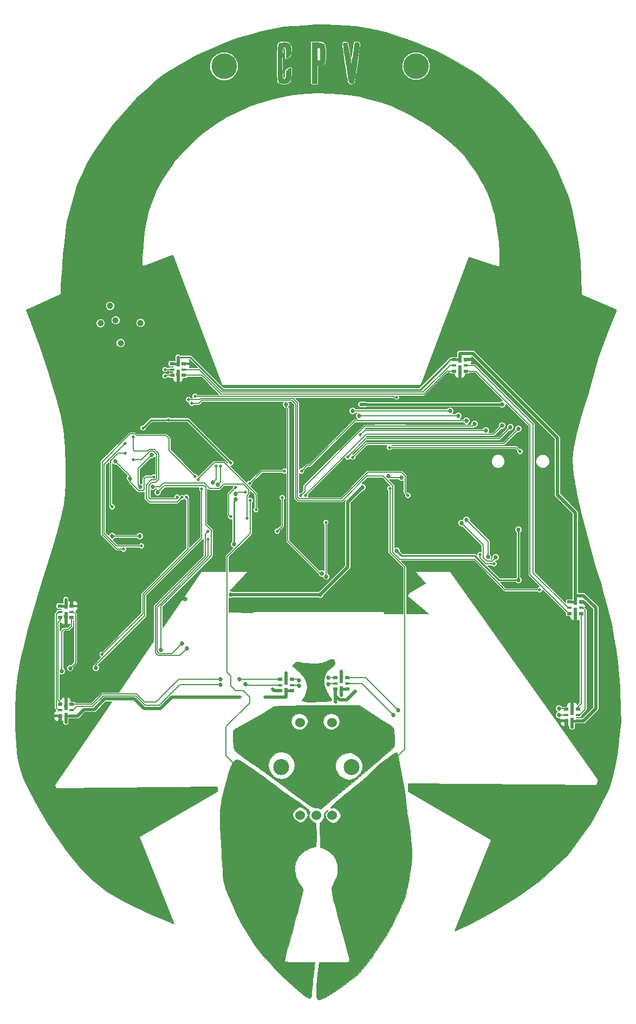
<source format=gbr>
G04 #@! TF.FileFunction,Copper,L1,Top,Signal*
%FSLAX46Y46*%
G04 Gerber Fmt 4.6, Leading zero omitted, Abs format (unit mm)*
G04 Created by KiCad (PCBNEW 4.0.6) date 06/27/17 19:22:01*
%MOMM*%
%LPD*%
G01*
G04 APERTURE LIST*
%ADD10C,0.100000*%
%ADD11C,0.010000*%
%ADD12C,0.508000*%
%ADD13C,4.000000*%
%ADD14C,1.500000*%
%ADD15C,1.000000*%
%ADD16C,2.500000*%
%ADD17C,1.524000*%
%ADD18R,0.500000X1.000000*%
%ADD19R,0.500000X1.480000*%
%ADD20R,0.800000X0.500000*%
%ADD21R,0.800000X0.300000*%
%ADD22C,0.685800*%
%ADD23C,0.508000*%
%ADD24C,0.406400*%
%ADD25C,0.203200*%
%ADD26C,0.152400*%
%ADD27C,0.254000*%
G04 APERTURE END LIST*
D10*
D11*
G36*
X127926637Y-25812012D02*
X128246623Y-25978101D01*
X128426590Y-26301097D01*
X128497503Y-26818785D01*
X128502302Y-27066550D01*
X128491797Y-27488976D01*
X128438456Y-27736032D01*
X128309536Y-27887424D01*
X128119387Y-27998714D01*
X127736472Y-28196727D01*
X127736472Y-27359795D01*
X127721449Y-26876763D01*
X127668493Y-26594692D01*
X127565780Y-26460604D01*
X127532133Y-26444451D01*
X127300728Y-26464680D01*
X127214992Y-26544185D01*
X127174744Y-26733855D01*
X127143590Y-27126848D01*
X127121530Y-27671373D01*
X127108563Y-28315638D01*
X127104691Y-29007853D01*
X127109913Y-29696226D01*
X127124228Y-30328966D01*
X127147637Y-30854282D01*
X127180141Y-31220382D01*
X127214992Y-31367815D01*
X127412687Y-31482529D01*
X127532133Y-31467550D01*
X127665980Y-31331343D01*
X127727901Y-31023353D01*
X127736472Y-30750219D01*
X127752049Y-30357405D01*
X127825943Y-30130204D01*
X127998899Y-29979561D01*
X128119387Y-29913287D01*
X128502302Y-29715274D01*
X128502302Y-30647438D01*
X128476493Y-31294714D01*
X128380566Y-31729271D01*
X128186767Y-31990125D01*
X127867342Y-32116293D01*
X127435667Y-32146955D01*
X127025550Y-32119294D01*
X126712611Y-32048598D01*
X126613256Y-31993789D01*
X126560656Y-31816071D01*
X126518274Y-31428446D01*
X126486111Y-30876079D01*
X126464166Y-30204134D01*
X126452440Y-29457775D01*
X126450932Y-28682168D01*
X126459642Y-27922477D01*
X126478570Y-27223867D01*
X126507717Y-26631502D01*
X126547082Y-26190547D01*
X126596666Y-25946167D01*
X126613256Y-25918211D01*
X126821650Y-25830681D01*
X127185991Y-25775241D01*
X127435667Y-25765046D01*
X127926637Y-25812012D01*
X127926637Y-25812012D01*
G37*
X127926637Y-25812012D02*
X128246623Y-25978101D01*
X128426590Y-26301097D01*
X128497503Y-26818785D01*
X128502302Y-27066550D01*
X128491797Y-27488976D01*
X128438456Y-27736032D01*
X128309536Y-27887424D01*
X128119387Y-27998714D01*
X127736472Y-28196727D01*
X127736472Y-27359795D01*
X127721449Y-26876763D01*
X127668493Y-26594692D01*
X127565780Y-26460604D01*
X127532133Y-26444451D01*
X127300728Y-26464680D01*
X127214992Y-26544185D01*
X127174744Y-26733855D01*
X127143590Y-27126848D01*
X127121530Y-27671373D01*
X127108563Y-28315638D01*
X127104691Y-29007853D01*
X127109913Y-29696226D01*
X127124228Y-30328966D01*
X127147637Y-30854282D01*
X127180141Y-31220382D01*
X127214992Y-31367815D01*
X127412687Y-31482529D01*
X127532133Y-31467550D01*
X127665980Y-31331343D01*
X127727901Y-31023353D01*
X127736472Y-30750219D01*
X127752049Y-30357405D01*
X127825943Y-30130204D01*
X127998899Y-29979561D01*
X128119387Y-29913287D01*
X128502302Y-29715274D01*
X128502302Y-30647438D01*
X128476493Y-31294714D01*
X128380566Y-31729271D01*
X128186767Y-31990125D01*
X127867342Y-32116293D01*
X127435667Y-32146955D01*
X127025550Y-32119294D01*
X126712611Y-32048598D01*
X126613256Y-31993789D01*
X126560656Y-31816071D01*
X126518274Y-31428446D01*
X126486111Y-30876079D01*
X126464166Y-30204134D01*
X126452440Y-29457775D01*
X126450932Y-28682168D01*
X126459642Y-27922477D01*
X126478570Y-27223867D01*
X126507717Y-26631502D01*
X126547082Y-26190547D01*
X126596666Y-25946167D01*
X126613256Y-25918211D01*
X126821650Y-25830681D01*
X127185991Y-25775241D01*
X127435667Y-25765046D01*
X127926637Y-25812012D01*
G36*
X133082494Y-25783287D02*
X133444348Y-25864285D01*
X133673604Y-26047451D01*
X133799981Y-26372196D01*
X133853195Y-26877931D01*
X133863106Y-27495399D01*
X133842425Y-28233007D01*
X133769389Y-28751892D01*
X133627511Y-29086079D01*
X133400299Y-29269587D01*
X133071266Y-29336441D01*
X132969638Y-29338915D01*
X132586724Y-29338915D01*
X132586724Y-32146955D01*
X131820895Y-32146955D01*
X131820895Y-27551980D01*
X132586724Y-27551980D01*
X132592053Y-28060739D01*
X132616600Y-28365650D01*
X132673201Y-28518064D01*
X132774694Y-28569328D01*
X132842000Y-28573086D01*
X132969190Y-28551768D01*
X133045418Y-28453581D01*
X133083521Y-28227175D01*
X133096337Y-27821202D01*
X133097276Y-27551980D01*
X133091947Y-27043221D01*
X133067400Y-26738310D01*
X133010799Y-26585897D01*
X132909306Y-26534632D01*
X132842000Y-26530875D01*
X132714810Y-26552193D01*
X132638583Y-26650380D01*
X132600479Y-26876785D01*
X132587663Y-27282758D01*
X132586724Y-27551980D01*
X131820895Y-27551980D01*
X131820895Y-25765046D01*
X132558323Y-25765046D01*
X133082494Y-25783287D01*
X133082494Y-25783287D01*
G37*
X133082494Y-25783287D02*
X133444348Y-25864285D01*
X133673604Y-26047451D01*
X133799981Y-26372196D01*
X133853195Y-26877931D01*
X133863106Y-27495399D01*
X133842425Y-28233007D01*
X133769389Y-28751892D01*
X133627511Y-29086079D01*
X133400299Y-29269587D01*
X133071266Y-29336441D01*
X132969638Y-29338915D01*
X132586724Y-29338915D01*
X132586724Y-32146955D01*
X131820895Y-32146955D01*
X131820895Y-27551980D01*
X132586724Y-27551980D01*
X132592053Y-28060739D01*
X132616600Y-28365650D01*
X132673201Y-28518064D01*
X132774694Y-28569328D01*
X132842000Y-28573086D01*
X132969190Y-28551768D01*
X133045418Y-28453581D01*
X133083521Y-28227175D01*
X133096337Y-27821202D01*
X133097276Y-27551980D01*
X133091947Y-27043221D01*
X133067400Y-26738310D01*
X133010799Y-26585897D01*
X132909306Y-26534632D01*
X132842000Y-26530875D01*
X132714810Y-26552193D01*
X132638583Y-26650380D01*
X132600479Y-26876785D01*
X132587663Y-27282758D01*
X132586724Y-27551980D01*
X131820895Y-27551980D01*
X131820895Y-25765046D01*
X132558323Y-25765046D01*
X133082494Y-25783287D01*
G36*
X139001702Y-25766377D02*
X139102919Y-25789939D01*
X139168978Y-25865083D01*
X139199613Y-26021162D01*
X139194558Y-26287527D01*
X139153545Y-26693531D01*
X139076309Y-27268525D01*
X138962582Y-28041861D01*
X138837361Y-28874836D01*
X138688207Y-29867848D01*
X138571148Y-30637093D01*
X138478975Y-31211039D01*
X138404481Y-31618150D01*
X138340456Y-31886892D01*
X138279692Y-32045733D01*
X138214980Y-32123138D01*
X138139112Y-32147573D01*
X138044878Y-32147503D01*
X138008738Y-32146955D01*
X137740887Y-32096072D01*
X137624865Y-32013546D01*
X137585298Y-31858470D01*
X137515742Y-31494442D01*
X137423077Y-30965109D01*
X137314185Y-30314120D01*
X137195945Y-29585123D01*
X137075237Y-28821764D01*
X136958942Y-28067692D01*
X136853939Y-27366556D01*
X136767108Y-26762002D01*
X136705330Y-26297678D01*
X136675484Y-26017233D01*
X136673805Y-25979934D01*
X136733123Y-25813896D01*
X136957280Y-25782226D01*
X137022151Y-25788477D01*
X137170753Y-25814281D01*
X137278095Y-25880151D01*
X137360210Y-26029040D01*
X137433128Y-26303899D01*
X137512882Y-26747678D01*
X137608914Y-27360523D01*
X137706312Y-27971780D01*
X137796757Y-28500822D01*
X137870101Y-28890686D01*
X137915905Y-29083638D01*
X137958543Y-29035793D01*
X138027272Y-28774063D01*
X138113814Y-28337516D01*
X138209891Y-27765221D01*
X138247209Y-27520071D01*
X138507279Y-25765046D01*
X138865594Y-25765046D01*
X139001702Y-25766377D01*
X139001702Y-25766377D01*
G37*
X139001702Y-25766377D02*
X139102919Y-25789939D01*
X139168978Y-25865083D01*
X139199613Y-26021162D01*
X139194558Y-26287527D01*
X139153545Y-26693531D01*
X139076309Y-27268525D01*
X138962582Y-28041861D01*
X138837361Y-28874836D01*
X138688207Y-29867848D01*
X138571148Y-30637093D01*
X138478975Y-31211039D01*
X138404481Y-31618150D01*
X138340456Y-31886892D01*
X138279692Y-32045733D01*
X138214980Y-32123138D01*
X138139112Y-32147573D01*
X138044878Y-32147503D01*
X138008738Y-32146955D01*
X137740887Y-32096072D01*
X137624865Y-32013546D01*
X137585298Y-31858470D01*
X137515742Y-31494442D01*
X137423077Y-30965109D01*
X137314185Y-30314120D01*
X137195945Y-29585123D01*
X137075237Y-28821764D01*
X136958942Y-28067692D01*
X136853939Y-27366556D01*
X136767108Y-26762002D01*
X136705330Y-26297678D01*
X136675484Y-26017233D01*
X136673805Y-25979934D01*
X136733123Y-25813896D01*
X136957280Y-25782226D01*
X137022151Y-25788477D01*
X137170753Y-25814281D01*
X137278095Y-25880151D01*
X137360210Y-26029040D01*
X137433128Y-26303899D01*
X137512882Y-26747678D01*
X137608914Y-27360523D01*
X137706312Y-27971780D01*
X137796757Y-28500822D01*
X137870101Y-28890686D01*
X137915905Y-29083638D01*
X137958543Y-29035793D01*
X138027272Y-28774063D01*
X138113814Y-28337516D01*
X138209891Y-27765221D01*
X138247209Y-27520071D01*
X138507279Y-25765046D01*
X138865594Y-25765046D01*
X139001702Y-25766377D01*
G36*
X145007012Y-136629389D02*
X145088362Y-136771135D01*
X145199751Y-137129902D01*
X145334508Y-137670085D01*
X145485963Y-138356084D01*
X145647443Y-139152293D01*
X145812279Y-140023112D01*
X145973798Y-140932936D01*
X146125330Y-141846164D01*
X146260203Y-142727192D01*
X146371746Y-143540417D01*
X146453288Y-144250237D01*
X146471595Y-144445588D01*
X146544337Y-145148086D01*
X146638629Y-145878049D01*
X146739451Y-146524967D01*
X146792566Y-146806894D01*
X146904832Y-147437528D01*
X147020297Y-148238570D01*
X147131726Y-149141551D01*
X147231888Y-150078001D01*
X147313550Y-150979450D01*
X147369479Y-151777429D01*
X147392442Y-152403467D01*
X147392554Y-152486794D01*
X147366645Y-153160141D01*
X147301941Y-153977052D01*
X147207919Y-154858048D01*
X147094055Y-155723649D01*
X146969823Y-156494375D01*
X146844702Y-157090746D01*
X146842712Y-157098564D01*
X146706024Y-157659186D01*
X146570758Y-158253917D01*
X146511476Y-158533048D01*
X146454487Y-158803426D01*
X146395533Y-159040289D01*
X146318636Y-159283994D01*
X146207816Y-159574895D01*
X146047094Y-159953346D01*
X145820490Y-160459702D01*
X145512024Y-161134317D01*
X145291917Y-161612924D01*
X144341010Y-163555891D01*
X143384823Y-165260960D01*
X142413602Y-166745474D01*
X142373936Y-166801024D01*
X142024716Y-167295293D01*
X141719100Y-167740469D01*
X141496127Y-168078978D01*
X141407850Y-168225882D01*
X141177564Y-168594493D01*
X140822607Y-169087741D01*
X140392421Y-169643577D01*
X139936448Y-170199956D01*
X139504131Y-170694830D01*
X139144911Y-171066151D01*
X139143646Y-171067343D01*
X138475398Y-171661516D01*
X137690305Y-172302143D01*
X136839863Y-172952061D01*
X135975567Y-173574106D01*
X135148914Y-174131116D01*
X134411399Y-174585928D01*
X133860801Y-174879822D01*
X133362661Y-175107865D01*
X133036611Y-175227534D01*
X132827727Y-175247208D01*
X132681087Y-175175266D01*
X132585640Y-175074371D01*
X132518929Y-174853269D01*
X132485432Y-174416758D01*
X132483919Y-173802373D01*
X132513158Y-173047647D01*
X132571919Y-172190114D01*
X132658969Y-171267307D01*
X132730998Y-170643326D01*
X132885474Y-169398854D01*
X135290139Y-169398854D01*
X136141205Y-169396362D01*
X136769132Y-169387171D01*
X137206021Y-169368709D01*
X137483978Y-169338406D01*
X137635104Y-169293689D01*
X137691502Y-169231986D01*
X137694804Y-169206228D01*
X137661698Y-169045244D01*
X137567136Y-168665125D01*
X137418250Y-168092626D01*
X137222175Y-167354502D01*
X136986044Y-166477508D01*
X136716989Y-165488399D01*
X136422146Y-164413928D01*
X136274002Y-163877334D01*
X135898796Y-162514269D01*
X135590169Y-161372855D01*
X135343945Y-160429467D01*
X135155947Y-159660481D01*
X135021997Y-159042272D01*
X134937919Y-158551217D01*
X134899536Y-158163691D01*
X134902671Y-157856070D01*
X134943147Y-157604730D01*
X135016788Y-157386047D01*
X135096737Y-157218804D01*
X135403776Y-156628099D01*
X135610047Y-156199249D01*
X135735511Y-155869186D01*
X135800125Y-155574840D01*
X135823849Y-155253142D01*
X135826773Y-154911919D01*
X135790545Y-154259405D01*
X135668555Y-153736222D01*
X135532317Y-153409569D01*
X135176041Y-152853017D01*
X134685808Y-152326683D01*
X134136871Y-151899478D01*
X133604484Y-151640315D01*
X133598166Y-151638406D01*
X133112234Y-151492817D01*
X133036010Y-147636543D01*
X133398869Y-147203777D01*
X133653239Y-146820225D01*
X133715592Y-146475563D01*
X133708187Y-146406216D01*
X133727789Y-146085244D01*
X133941502Y-145853887D01*
X133968796Y-145835583D01*
X134282945Y-145629745D01*
X134074302Y-145927624D01*
X133886021Y-146352302D01*
X133938432Y-146767605D01*
X134236120Y-147200772D01*
X134299629Y-147266392D01*
X134731811Y-147602114D01*
X135133676Y-147691117D01*
X135540445Y-147533400D01*
X135856814Y-147266392D01*
X136191397Y-146837685D01*
X136282073Y-146439660D01*
X136128506Y-146035191D01*
X135842548Y-145694940D01*
X135521390Y-145413331D01*
X135257482Y-145299289D01*
X135011913Y-145302828D01*
X134755289Y-145327496D01*
X134706364Y-145262557D01*
X134802748Y-145093727D01*
X134961637Y-144921331D01*
X135289572Y-144617429D01*
X135755108Y-144208531D01*
X136326801Y-143721148D01*
X136973205Y-143181790D01*
X137662875Y-142616967D01*
X138364365Y-142053189D01*
X139035005Y-141525683D01*
X139552130Y-141102182D01*
X140089153Y-140627443D01*
X140539505Y-140196093D01*
X140584620Y-140149706D01*
X141177776Y-139561014D01*
X141838527Y-138950776D01*
X142505163Y-138372682D01*
X143115972Y-137880424D01*
X143566161Y-137555684D01*
X143978510Y-137273442D01*
X144366668Y-136990836D01*
X144507606Y-136881310D01*
X144781220Y-136697918D01*
X144984124Y-136626120D01*
X145007012Y-136629389D01*
X145007012Y-136629389D01*
G37*
X145007012Y-136629389D02*
X145088362Y-136771135D01*
X145199751Y-137129902D01*
X145334508Y-137670085D01*
X145485963Y-138356084D01*
X145647443Y-139152293D01*
X145812279Y-140023112D01*
X145973798Y-140932936D01*
X146125330Y-141846164D01*
X146260203Y-142727192D01*
X146371746Y-143540417D01*
X146453288Y-144250237D01*
X146471595Y-144445588D01*
X146544337Y-145148086D01*
X146638629Y-145878049D01*
X146739451Y-146524967D01*
X146792566Y-146806894D01*
X146904832Y-147437528D01*
X147020297Y-148238570D01*
X147131726Y-149141551D01*
X147231888Y-150078001D01*
X147313550Y-150979450D01*
X147369479Y-151777429D01*
X147392442Y-152403467D01*
X147392554Y-152486794D01*
X147366645Y-153160141D01*
X147301941Y-153977052D01*
X147207919Y-154858048D01*
X147094055Y-155723649D01*
X146969823Y-156494375D01*
X146844702Y-157090746D01*
X146842712Y-157098564D01*
X146706024Y-157659186D01*
X146570758Y-158253917D01*
X146511476Y-158533048D01*
X146454487Y-158803426D01*
X146395533Y-159040289D01*
X146318636Y-159283994D01*
X146207816Y-159574895D01*
X146047094Y-159953346D01*
X145820490Y-160459702D01*
X145512024Y-161134317D01*
X145291917Y-161612924D01*
X144341010Y-163555891D01*
X143384823Y-165260960D01*
X142413602Y-166745474D01*
X142373936Y-166801024D01*
X142024716Y-167295293D01*
X141719100Y-167740469D01*
X141496127Y-168078978D01*
X141407850Y-168225882D01*
X141177564Y-168594493D01*
X140822607Y-169087741D01*
X140392421Y-169643577D01*
X139936448Y-170199956D01*
X139504131Y-170694830D01*
X139144911Y-171066151D01*
X139143646Y-171067343D01*
X138475398Y-171661516D01*
X137690305Y-172302143D01*
X136839863Y-172952061D01*
X135975567Y-173574106D01*
X135148914Y-174131116D01*
X134411399Y-174585928D01*
X133860801Y-174879822D01*
X133362661Y-175107865D01*
X133036611Y-175227534D01*
X132827727Y-175247208D01*
X132681087Y-175175266D01*
X132585640Y-175074371D01*
X132518929Y-174853269D01*
X132485432Y-174416758D01*
X132483919Y-173802373D01*
X132513158Y-173047647D01*
X132571919Y-172190114D01*
X132658969Y-171267307D01*
X132730998Y-170643326D01*
X132885474Y-169398854D01*
X135290139Y-169398854D01*
X136141205Y-169396362D01*
X136769132Y-169387171D01*
X137206021Y-169368709D01*
X137483978Y-169338406D01*
X137635104Y-169293689D01*
X137691502Y-169231986D01*
X137694804Y-169206228D01*
X137661698Y-169045244D01*
X137567136Y-168665125D01*
X137418250Y-168092626D01*
X137222175Y-167354502D01*
X136986044Y-166477508D01*
X136716989Y-165488399D01*
X136422146Y-164413928D01*
X136274002Y-163877334D01*
X135898796Y-162514269D01*
X135590169Y-161372855D01*
X135343945Y-160429467D01*
X135155947Y-159660481D01*
X135021997Y-159042272D01*
X134937919Y-158551217D01*
X134899536Y-158163691D01*
X134902671Y-157856070D01*
X134943147Y-157604730D01*
X135016788Y-157386047D01*
X135096737Y-157218804D01*
X135403776Y-156628099D01*
X135610047Y-156199249D01*
X135735511Y-155869186D01*
X135800125Y-155574840D01*
X135823849Y-155253142D01*
X135826773Y-154911919D01*
X135790545Y-154259405D01*
X135668555Y-153736222D01*
X135532317Y-153409569D01*
X135176041Y-152853017D01*
X134685808Y-152326683D01*
X134136871Y-151899478D01*
X133604484Y-151640315D01*
X133598166Y-151638406D01*
X133112234Y-151492817D01*
X133036010Y-147636543D01*
X133398869Y-147203777D01*
X133653239Y-146820225D01*
X133715592Y-146475563D01*
X133708187Y-146406216D01*
X133727789Y-146085244D01*
X133941502Y-145853887D01*
X133968796Y-145835583D01*
X134282945Y-145629745D01*
X134074302Y-145927624D01*
X133886021Y-146352302D01*
X133938432Y-146767605D01*
X134236120Y-147200772D01*
X134299629Y-147266392D01*
X134731811Y-147602114D01*
X135133676Y-147691117D01*
X135540445Y-147533400D01*
X135856814Y-147266392D01*
X136191397Y-146837685D01*
X136282073Y-146439660D01*
X136128506Y-146035191D01*
X135842548Y-145694940D01*
X135521390Y-145413331D01*
X135257482Y-145299289D01*
X135011913Y-145302828D01*
X134755289Y-145327496D01*
X134706364Y-145262557D01*
X134802748Y-145093727D01*
X134961637Y-144921331D01*
X135289572Y-144617429D01*
X135755108Y-144208531D01*
X136326801Y-143721148D01*
X136973205Y-143181790D01*
X137662875Y-142616967D01*
X138364365Y-142053189D01*
X139035005Y-141525683D01*
X139552130Y-141102182D01*
X140089153Y-140627443D01*
X140539505Y-140196093D01*
X140584620Y-140149706D01*
X141177776Y-139561014D01*
X141838527Y-138950776D01*
X142505163Y-138372682D01*
X143115972Y-137880424D01*
X143566161Y-137555684D01*
X143978510Y-137273442D01*
X144366668Y-136990836D01*
X144507606Y-136881310D01*
X144781220Y-136697918D01*
X144984124Y-136626120D01*
X145007012Y-136629389D01*
G36*
X120354188Y-137817406D02*
X120730622Y-138020483D01*
X121240217Y-138330725D01*
X121847508Y-138725045D01*
X122517031Y-139180353D01*
X123213324Y-139673562D01*
X123900921Y-140181583D01*
X123969437Y-140233527D01*
X125007355Y-141018245D01*
X125963806Y-141733125D01*
X126813316Y-142359488D01*
X127530412Y-142878659D01*
X128089623Y-143271960D01*
X128370214Y-143460255D01*
X129001746Y-143884178D01*
X129675930Y-144367752D01*
X130452863Y-144954702D01*
X130884017Y-145289184D01*
X131234476Y-145571624D01*
X131416589Y-145762993D01*
X131466117Y-145925538D01*
X131418823Y-146121504D01*
X131396651Y-146181451D01*
X131350020Y-146635996D01*
X131548415Y-147071361D01*
X131981592Y-147466621D01*
X132046546Y-147508904D01*
X132451805Y-147764181D01*
X132456722Y-149583025D01*
X132453697Y-150329343D01*
X132438017Y-150852462D01*
X132406817Y-151184271D01*
X132357233Y-151356658D01*
X132293348Y-151401869D01*
X131821241Y-151480203D01*
X131256352Y-151686889D01*
X130695597Y-151979455D01*
X130261892Y-152292143D01*
X129655765Y-152955421D01*
X129279296Y-153693393D01*
X129113591Y-154548735D01*
X129101948Y-154911919D01*
X129159060Y-155683357D01*
X129346976Y-156322066D01*
X129702808Y-156929123D01*
X129966027Y-157265246D01*
X130221021Y-157619492D01*
X130385492Y-157942131D01*
X130419428Y-158089253D01*
X130386296Y-158268800D01*
X130291582Y-158667426D01*
X130142306Y-159258325D01*
X129945488Y-160014692D01*
X129708147Y-160909720D01*
X129437305Y-161916604D01*
X129139980Y-163008537D01*
X128951588Y-163694118D01*
X128642264Y-164820258D01*
X128355114Y-165873948D01*
X128097121Y-166828956D01*
X127875267Y-167659049D01*
X127696535Y-168337995D01*
X127567909Y-168839563D01*
X127496371Y-169137520D01*
X127483749Y-169208258D01*
X127516158Y-169276124D01*
X127634781Y-169326111D01*
X127871716Y-169360789D01*
X128259058Y-169382731D01*
X128828904Y-169394508D01*
X129613350Y-169398692D01*
X129862405Y-169398854D01*
X132241060Y-169398854D01*
X132155464Y-170005136D01*
X132114553Y-170342213D01*
X132057947Y-170873621D01*
X131991697Y-171539342D01*
X131921857Y-172279358D01*
X131884172Y-172695569D01*
X131817554Y-173402492D01*
X131752367Y-174021401D01*
X131693929Y-174506998D01*
X131647554Y-174813983D01*
X131625790Y-174897328D01*
X131477272Y-175002998D01*
X131227432Y-174958347D01*
X130840654Y-174753519D01*
X130639485Y-174624441D01*
X130094379Y-174222695D01*
X129418269Y-173660202D01*
X128645437Y-172970759D01*
X127810164Y-172188161D01*
X126946733Y-171346204D01*
X126089426Y-170478684D01*
X125272523Y-169619398D01*
X124530306Y-168802141D01*
X123897058Y-168060709D01*
X123590908Y-167675739D01*
X122790515Y-166596375D01*
X122063546Y-165531737D01*
X121386440Y-164439460D01*
X120735639Y-163277182D01*
X120087581Y-162002540D01*
X119418706Y-160573172D01*
X118705455Y-158946714D01*
X118604505Y-158709788D01*
X118423264Y-158267341D01*
X118273328Y-157852576D01*
X118149705Y-157432117D01*
X118047402Y-156972592D01*
X117961428Y-156440626D01*
X117886790Y-155802845D01*
X117818496Y-155025877D01*
X117751555Y-154076346D01*
X117680973Y-152920879D01*
X117645018Y-152295337D01*
X117560753Y-150769860D01*
X117496001Y-149467349D01*
X117452232Y-148356132D01*
X117430915Y-147404534D01*
X117433519Y-146580886D01*
X117442013Y-146360161D01*
X128760131Y-146360161D01*
X128866867Y-146714461D01*
X129136461Y-147083124D01*
X129492992Y-147390228D01*
X129860542Y-147559854D01*
X129972694Y-147572723D01*
X130347195Y-147456653D01*
X130751287Y-147138754D01*
X131076718Y-146721149D01*
X131185257Y-146360161D01*
X131078521Y-146005860D01*
X130808927Y-145637198D01*
X130452395Y-145330093D01*
X130084846Y-145160467D01*
X129972694Y-145147598D01*
X129618394Y-145254334D01*
X129249731Y-145523928D01*
X128942627Y-145880459D01*
X128773000Y-146248008D01*
X128760131Y-146360161D01*
X117442013Y-146360161D01*
X117461513Y-145853513D01*
X117516367Y-145190743D01*
X117599549Y-144560904D01*
X117712529Y-143932324D01*
X117856776Y-143273331D01*
X118033759Y-142552251D01*
X118110925Y-142251416D01*
X118429492Y-141045613D01*
X118705636Y-140067651D01*
X118949297Y-139295522D01*
X119170416Y-138707218D01*
X119378931Y-138280732D01*
X119584781Y-137994055D01*
X119797908Y-137825180D01*
X120028249Y-137752099D01*
X120146379Y-137744583D01*
X120354188Y-137817406D01*
X120354188Y-137817406D01*
G37*
X120354188Y-137817406D02*
X120730622Y-138020483D01*
X121240217Y-138330725D01*
X121847508Y-138725045D01*
X122517031Y-139180353D01*
X123213324Y-139673562D01*
X123900921Y-140181583D01*
X123969437Y-140233527D01*
X125007355Y-141018245D01*
X125963806Y-141733125D01*
X126813316Y-142359488D01*
X127530412Y-142878659D01*
X128089623Y-143271960D01*
X128370214Y-143460255D01*
X129001746Y-143884178D01*
X129675930Y-144367752D01*
X130452863Y-144954702D01*
X130884017Y-145289184D01*
X131234476Y-145571624D01*
X131416589Y-145762993D01*
X131466117Y-145925538D01*
X131418823Y-146121504D01*
X131396651Y-146181451D01*
X131350020Y-146635996D01*
X131548415Y-147071361D01*
X131981592Y-147466621D01*
X132046546Y-147508904D01*
X132451805Y-147764181D01*
X132456722Y-149583025D01*
X132453697Y-150329343D01*
X132438017Y-150852462D01*
X132406817Y-151184271D01*
X132357233Y-151356658D01*
X132293348Y-151401869D01*
X131821241Y-151480203D01*
X131256352Y-151686889D01*
X130695597Y-151979455D01*
X130261892Y-152292143D01*
X129655765Y-152955421D01*
X129279296Y-153693393D01*
X129113591Y-154548735D01*
X129101948Y-154911919D01*
X129159060Y-155683357D01*
X129346976Y-156322066D01*
X129702808Y-156929123D01*
X129966027Y-157265246D01*
X130221021Y-157619492D01*
X130385492Y-157942131D01*
X130419428Y-158089253D01*
X130386296Y-158268800D01*
X130291582Y-158667426D01*
X130142306Y-159258325D01*
X129945488Y-160014692D01*
X129708147Y-160909720D01*
X129437305Y-161916604D01*
X129139980Y-163008537D01*
X128951588Y-163694118D01*
X128642264Y-164820258D01*
X128355114Y-165873948D01*
X128097121Y-166828956D01*
X127875267Y-167659049D01*
X127696535Y-168337995D01*
X127567909Y-168839563D01*
X127496371Y-169137520D01*
X127483749Y-169208258D01*
X127516158Y-169276124D01*
X127634781Y-169326111D01*
X127871716Y-169360789D01*
X128259058Y-169382731D01*
X128828904Y-169394508D01*
X129613350Y-169398692D01*
X129862405Y-169398854D01*
X132241060Y-169398854D01*
X132155464Y-170005136D01*
X132114553Y-170342213D01*
X132057947Y-170873621D01*
X131991697Y-171539342D01*
X131921857Y-172279358D01*
X131884172Y-172695569D01*
X131817554Y-173402492D01*
X131752367Y-174021401D01*
X131693929Y-174506998D01*
X131647554Y-174813983D01*
X131625790Y-174897328D01*
X131477272Y-175002998D01*
X131227432Y-174958347D01*
X130840654Y-174753519D01*
X130639485Y-174624441D01*
X130094379Y-174222695D01*
X129418269Y-173660202D01*
X128645437Y-172970759D01*
X127810164Y-172188161D01*
X126946733Y-171346204D01*
X126089426Y-170478684D01*
X125272523Y-169619398D01*
X124530306Y-168802141D01*
X123897058Y-168060709D01*
X123590908Y-167675739D01*
X122790515Y-166596375D01*
X122063546Y-165531737D01*
X121386440Y-164439460D01*
X120735639Y-163277182D01*
X120087581Y-162002540D01*
X119418706Y-160573172D01*
X118705455Y-158946714D01*
X118604505Y-158709788D01*
X118423264Y-158267341D01*
X118273328Y-157852576D01*
X118149705Y-157432117D01*
X118047402Y-156972592D01*
X117961428Y-156440626D01*
X117886790Y-155802845D01*
X117818496Y-155025877D01*
X117751555Y-154076346D01*
X117680973Y-152920879D01*
X117645018Y-152295337D01*
X117560753Y-150769860D01*
X117496001Y-149467349D01*
X117452232Y-148356132D01*
X117430915Y-147404534D01*
X117433519Y-146580886D01*
X117442013Y-146360161D01*
X128760131Y-146360161D01*
X128866867Y-146714461D01*
X129136461Y-147083124D01*
X129492992Y-147390228D01*
X129860542Y-147559854D01*
X129972694Y-147572723D01*
X130347195Y-147456653D01*
X130751287Y-147138754D01*
X131076718Y-146721149D01*
X131185257Y-146360161D01*
X131078521Y-146005860D01*
X130808927Y-145637198D01*
X130452395Y-145330093D01*
X130084846Y-145160467D01*
X129972694Y-145147598D01*
X129618394Y-145254334D01*
X129249731Y-145523928D01*
X128942627Y-145880459D01*
X128773000Y-146248008D01*
X128760131Y-146360161D01*
X117442013Y-146360161D01*
X117461513Y-145853513D01*
X117516367Y-145190743D01*
X117599549Y-144560904D01*
X117712529Y-143932324D01*
X117856776Y-143273331D01*
X118033759Y-142552251D01*
X118110925Y-142251416D01*
X118429492Y-141045613D01*
X118705636Y-140067651D01*
X118949297Y-139295522D01*
X119170416Y-138707218D01*
X119378931Y-138280732D01*
X119584781Y-137994055D01*
X119797908Y-137825180D01*
X120028249Y-137752099D01*
X120146379Y-137744583D01*
X120354188Y-137817406D01*
G36*
X140130381Y-129907154D02*
X140644427Y-130235931D01*
X141150521Y-130553478D01*
X141558212Y-130803197D01*
X141640485Y-130852120D01*
X142046514Y-131104757D01*
X142419681Y-131358833D01*
X142523502Y-131436256D01*
X142807886Y-131638943D01*
X143220530Y-131911400D01*
X143653118Y-132182903D01*
X144054517Y-132449130D01*
X144365111Y-132694480D01*
X144521029Y-132868185D01*
X144524044Y-132875150D01*
X144580869Y-133139584D01*
X144631683Y-133579942D01*
X144672113Y-134116876D01*
X144697786Y-134671039D01*
X144704329Y-135163083D01*
X144687369Y-135513662D01*
X144673842Y-135593326D01*
X144541479Y-135804314D01*
X144237894Y-136132526D01*
X143797243Y-136543576D01*
X143358440Y-136917629D01*
X142757650Y-137419232D01*
X142111710Y-137970931D01*
X141510139Y-138495702D01*
X141151781Y-138816308D01*
X139732625Y-140068732D01*
X138117673Y-141424238D01*
X136683014Y-142583388D01*
X136067826Y-143080144D01*
X135417598Y-143617470D01*
X134813805Y-144127397D01*
X134376211Y-144507812D01*
X133888395Y-144939593D01*
X133552036Y-145225496D01*
X133327759Y-145389198D01*
X133176188Y-145454373D01*
X133057947Y-145444697D01*
X132933658Y-145383846D01*
X132926185Y-145379665D01*
X132624631Y-145302831D01*
X132359821Y-145313740D01*
X132210227Y-145300235D01*
X131979957Y-145208918D01*
X131653443Y-145029212D01*
X131215119Y-144750544D01*
X130649415Y-144362338D01*
X129940764Y-143854021D01*
X129073599Y-143215018D01*
X128032352Y-142434754D01*
X127245611Y-141839843D01*
X126687276Y-141421740D01*
X126038449Y-140943708D01*
X125417407Y-140492721D01*
X125267219Y-140385007D01*
X124784824Y-140038392D01*
X124347529Y-139720862D01*
X124019447Y-139479122D01*
X123909880Y-139396239D01*
X123695314Y-139239411D01*
X123315072Y-138970454D01*
X123016788Y-138762279D01*
X124976894Y-138762279D01*
X125125825Y-139388892D01*
X125454987Y-139955409D01*
X125928397Y-140412020D01*
X126510072Y-140708914D01*
X126973196Y-140795676D01*
X127218012Y-140770038D01*
X127571253Y-140693016D01*
X127632797Y-140676449D01*
X128124716Y-140424644D01*
X128575061Y-139989073D01*
X128919299Y-139440211D01*
X129029853Y-139150719D01*
X129093926Y-138538502D01*
X135457987Y-138538502D01*
X135496736Y-139220602D01*
X135773997Y-139882965D01*
X135929693Y-140104642D01*
X136290211Y-140430264D01*
X136779753Y-140711856D01*
X137286202Y-140892913D01*
X137567166Y-140929931D01*
X137883677Y-140877174D01*
X138284572Y-140745475D01*
X138406847Y-140693493D01*
X139014299Y-140294931D01*
X139433056Y-139765464D01*
X139654255Y-139152226D01*
X139669032Y-138502347D01*
X139468526Y-137862961D01*
X139047769Y-137285085D01*
X138456228Y-136855241D01*
X137803479Y-136657415D01*
X137134773Y-136691607D01*
X136495362Y-136957819D01*
X136086563Y-137285085D01*
X135655384Y-137879164D01*
X135457987Y-138538502D01*
X129093926Y-138538502D01*
X129098487Y-138494924D01*
X128924870Y-137842362D01*
X128519975Y-137228561D01*
X128395387Y-137096703D01*
X127838273Y-136698060D01*
X127231017Y-136523827D01*
X126616720Y-136560775D01*
X126038477Y-136795675D01*
X125539388Y-137215298D01*
X125162549Y-137806414D01*
X125044178Y-138125381D01*
X124976894Y-138762279D01*
X123016788Y-138762279D01*
X122814407Y-138621036D01*
X122238568Y-138222819D01*
X121928232Y-138009569D01*
X121173249Y-137489942D01*
X120601929Y-137085390D01*
X120187139Y-136767008D01*
X119901746Y-136505891D01*
X119718615Y-136273134D01*
X119610612Y-136039833D01*
X119550604Y-135777081D01*
X119511457Y-135455974D01*
X119508989Y-135432405D01*
X119468087Y-134836253D01*
X119455871Y-134194501D01*
X119465076Y-133851618D01*
X119496458Y-133422356D01*
X119561175Y-133166968D01*
X119702953Y-133004262D01*
X119965515Y-132853049D01*
X120016915Y-132826899D01*
X120650974Y-132495911D01*
X121392955Y-132093601D01*
X121762501Y-131887941D01*
X128549048Y-131887941D01*
X128687119Y-132380453D01*
X129039990Y-132799754D01*
X129196693Y-132908950D01*
X129632476Y-133110664D01*
X130023695Y-133114661D01*
X130423605Y-132955990D01*
X130781450Y-132665272D01*
X131058262Y-132253338D01*
X131165974Y-131887941D01*
X133526938Y-131887941D01*
X133665008Y-132380453D01*
X134017880Y-132799754D01*
X134174583Y-132908950D01*
X134610366Y-133110664D01*
X135001585Y-133114661D01*
X135401495Y-132955990D01*
X135759340Y-132665272D01*
X136036151Y-132253338D01*
X136161213Y-131829086D01*
X136162669Y-131783836D01*
X136059802Y-131406291D01*
X135800589Y-131011597D01*
X135457015Y-130696760D01*
X135287252Y-130604123D01*
X134752974Y-130506780D01*
X134246713Y-130659798D01*
X133923676Y-130910138D01*
X133610787Y-131378932D01*
X133526938Y-131887941D01*
X131165974Y-131887941D01*
X131183324Y-131829086D01*
X131184780Y-131783836D01*
X131081913Y-131406291D01*
X130822700Y-131011597D01*
X130479126Y-130696760D01*
X130309363Y-130604123D01*
X129775084Y-130506780D01*
X129268824Y-130659798D01*
X128945787Y-130910138D01*
X128632898Y-131378932D01*
X128549048Y-131887941D01*
X121762501Y-131887941D01*
X122184688Y-131652986D01*
X122968004Y-131207085D01*
X123684734Y-130788913D01*
X124276707Y-130431488D01*
X124601640Y-130224594D01*
X125052014Y-129929623D01*
X125452558Y-129673195D01*
X125730547Y-129501727D01*
X125769639Y-129479110D01*
X125898791Y-129440840D01*
X126151075Y-129408170D01*
X126543208Y-129380664D01*
X127091902Y-129357882D01*
X127813872Y-129339388D01*
X128725833Y-129324744D01*
X129844498Y-129313511D01*
X131186581Y-129305252D01*
X132608532Y-129299973D01*
X139162644Y-129281283D01*
X140130381Y-129907154D01*
X140130381Y-129907154D01*
G37*
X140130381Y-129907154D02*
X140644427Y-130235931D01*
X141150521Y-130553478D01*
X141558212Y-130803197D01*
X141640485Y-130852120D01*
X142046514Y-131104757D01*
X142419681Y-131358833D01*
X142523502Y-131436256D01*
X142807886Y-131638943D01*
X143220530Y-131911400D01*
X143653118Y-132182903D01*
X144054517Y-132449130D01*
X144365111Y-132694480D01*
X144521029Y-132868185D01*
X144524044Y-132875150D01*
X144580869Y-133139584D01*
X144631683Y-133579942D01*
X144672113Y-134116876D01*
X144697786Y-134671039D01*
X144704329Y-135163083D01*
X144687369Y-135513662D01*
X144673842Y-135593326D01*
X144541479Y-135804314D01*
X144237894Y-136132526D01*
X143797243Y-136543576D01*
X143358440Y-136917629D01*
X142757650Y-137419232D01*
X142111710Y-137970931D01*
X141510139Y-138495702D01*
X141151781Y-138816308D01*
X139732625Y-140068732D01*
X138117673Y-141424238D01*
X136683014Y-142583388D01*
X136067826Y-143080144D01*
X135417598Y-143617470D01*
X134813805Y-144127397D01*
X134376211Y-144507812D01*
X133888395Y-144939593D01*
X133552036Y-145225496D01*
X133327759Y-145389198D01*
X133176188Y-145454373D01*
X133057947Y-145444697D01*
X132933658Y-145383846D01*
X132926185Y-145379665D01*
X132624631Y-145302831D01*
X132359821Y-145313740D01*
X132210227Y-145300235D01*
X131979957Y-145208918D01*
X131653443Y-145029212D01*
X131215119Y-144750544D01*
X130649415Y-144362338D01*
X129940764Y-143854021D01*
X129073599Y-143215018D01*
X128032352Y-142434754D01*
X127245611Y-141839843D01*
X126687276Y-141421740D01*
X126038449Y-140943708D01*
X125417407Y-140492721D01*
X125267219Y-140385007D01*
X124784824Y-140038392D01*
X124347529Y-139720862D01*
X124019447Y-139479122D01*
X123909880Y-139396239D01*
X123695314Y-139239411D01*
X123315072Y-138970454D01*
X123016788Y-138762279D01*
X124976894Y-138762279D01*
X125125825Y-139388892D01*
X125454987Y-139955409D01*
X125928397Y-140412020D01*
X126510072Y-140708914D01*
X126973196Y-140795676D01*
X127218012Y-140770038D01*
X127571253Y-140693016D01*
X127632797Y-140676449D01*
X128124716Y-140424644D01*
X128575061Y-139989073D01*
X128919299Y-139440211D01*
X129029853Y-139150719D01*
X129093926Y-138538502D01*
X135457987Y-138538502D01*
X135496736Y-139220602D01*
X135773997Y-139882965D01*
X135929693Y-140104642D01*
X136290211Y-140430264D01*
X136779753Y-140711856D01*
X137286202Y-140892913D01*
X137567166Y-140929931D01*
X137883677Y-140877174D01*
X138284572Y-140745475D01*
X138406847Y-140693493D01*
X139014299Y-140294931D01*
X139433056Y-139765464D01*
X139654255Y-139152226D01*
X139669032Y-138502347D01*
X139468526Y-137862961D01*
X139047769Y-137285085D01*
X138456228Y-136855241D01*
X137803479Y-136657415D01*
X137134773Y-136691607D01*
X136495362Y-136957819D01*
X136086563Y-137285085D01*
X135655384Y-137879164D01*
X135457987Y-138538502D01*
X129093926Y-138538502D01*
X129098487Y-138494924D01*
X128924870Y-137842362D01*
X128519975Y-137228561D01*
X128395387Y-137096703D01*
X127838273Y-136698060D01*
X127231017Y-136523827D01*
X126616720Y-136560775D01*
X126038477Y-136795675D01*
X125539388Y-137215298D01*
X125162549Y-137806414D01*
X125044178Y-138125381D01*
X124976894Y-138762279D01*
X123016788Y-138762279D01*
X122814407Y-138621036D01*
X122238568Y-138222819D01*
X121928232Y-138009569D01*
X121173249Y-137489942D01*
X120601929Y-137085390D01*
X120187139Y-136767008D01*
X119901746Y-136505891D01*
X119718615Y-136273134D01*
X119610612Y-136039833D01*
X119550604Y-135777081D01*
X119511457Y-135455974D01*
X119508989Y-135432405D01*
X119468087Y-134836253D01*
X119455871Y-134194501D01*
X119465076Y-133851618D01*
X119496458Y-133422356D01*
X119561175Y-133166968D01*
X119702953Y-133004262D01*
X119965515Y-132853049D01*
X120016915Y-132826899D01*
X120650974Y-132495911D01*
X121392955Y-132093601D01*
X121762501Y-131887941D01*
X128549048Y-131887941D01*
X128687119Y-132380453D01*
X129039990Y-132799754D01*
X129196693Y-132908950D01*
X129632476Y-133110664D01*
X130023695Y-133114661D01*
X130423605Y-132955990D01*
X130781450Y-132665272D01*
X131058262Y-132253338D01*
X131165974Y-131887941D01*
X133526938Y-131887941D01*
X133665008Y-132380453D01*
X134017880Y-132799754D01*
X134174583Y-132908950D01*
X134610366Y-133110664D01*
X135001585Y-133114661D01*
X135401495Y-132955990D01*
X135759340Y-132665272D01*
X136036151Y-132253338D01*
X136161213Y-131829086D01*
X136162669Y-131783836D01*
X136059802Y-131406291D01*
X135800589Y-131011597D01*
X135457015Y-130696760D01*
X135287252Y-130604123D01*
X134752974Y-130506780D01*
X134246713Y-130659798D01*
X133923676Y-130910138D01*
X133610787Y-131378932D01*
X133526938Y-131887941D01*
X131165974Y-131887941D01*
X131183324Y-131829086D01*
X131184780Y-131783836D01*
X131081913Y-131406291D01*
X130822700Y-131011597D01*
X130479126Y-130696760D01*
X130309363Y-130604123D01*
X129775084Y-130506780D01*
X129268824Y-130659798D01*
X128945787Y-130910138D01*
X128632898Y-131378932D01*
X128549048Y-131887941D01*
X121762501Y-131887941D01*
X122184688Y-131652986D01*
X122968004Y-131207085D01*
X123684734Y-130788913D01*
X124276707Y-130431488D01*
X124601640Y-130224594D01*
X125052014Y-129929623D01*
X125452558Y-129673195D01*
X125730547Y-129501727D01*
X125769639Y-129479110D01*
X125898791Y-129440840D01*
X126151075Y-129408170D01*
X126543208Y-129380664D01*
X127091902Y-129357882D01*
X127813872Y-129339388D01*
X128725833Y-129324744D01*
X129844498Y-129313511D01*
X131186581Y-129305252D01*
X132608532Y-129299973D01*
X139162644Y-129281283D01*
X140130381Y-129907154D01*
G36*
X135091918Y-122100456D02*
X135247884Y-122262409D01*
X135273203Y-122306946D01*
X135384708Y-122693186D01*
X135266001Y-123034692D01*
X134906194Y-123355586D01*
X134759126Y-123445970D01*
X134215125Y-123897732D01*
X133850051Y-124497108D01*
X133672459Y-125201615D01*
X133690901Y-125968768D01*
X133913931Y-126756079D01*
X134039010Y-127022975D01*
X134276374Y-127447201D01*
X134509771Y-127812272D01*
X134645292Y-127988488D01*
X134855547Y-128293996D01*
X134832319Y-128500454D01*
X134599578Y-128608197D01*
X134338483Y-128638383D01*
X133892285Y-128667511D01*
X133322310Y-128693833D01*
X132689885Y-128715598D01*
X132056337Y-128731058D01*
X131482991Y-128738462D01*
X131031176Y-128736062D01*
X130762217Y-128722107D01*
X130738523Y-128718347D01*
X130380309Y-128633520D01*
X130241206Y-128538131D01*
X130287883Y-128383674D01*
X130402032Y-128228662D01*
X130594749Y-127911809D01*
X130791888Y-127478854D01*
X130872647Y-127258723D01*
X131013435Y-126455115D01*
X130899504Y-125660413D01*
X130531286Y-124875550D01*
X129909214Y-124101457D01*
X129063239Y-123361432D01*
X128696312Y-123082301D01*
X129034188Y-122739270D01*
X129239942Y-122545925D01*
X129418417Y-122463051D01*
X129661470Y-122474920D01*
X130055294Y-122564406D01*
X130492993Y-122639936D01*
X131085611Y-122699657D01*
X131732881Y-122734593D01*
X132014905Y-122739834D01*
X132632018Y-122735884D01*
X133073651Y-122706560D01*
X133419337Y-122638131D01*
X133748607Y-122516866D01*
X134006019Y-122396090D01*
X134518854Y-122163929D01*
X134864864Y-122066507D01*
X135091918Y-122100456D01*
X135091918Y-122100456D01*
G37*
X135091918Y-122100456D02*
X135247884Y-122262409D01*
X135273203Y-122306946D01*
X135384708Y-122693186D01*
X135266001Y-123034692D01*
X134906194Y-123355586D01*
X134759126Y-123445970D01*
X134215125Y-123897732D01*
X133850051Y-124497108D01*
X133672459Y-125201615D01*
X133690901Y-125968768D01*
X133913931Y-126756079D01*
X134039010Y-127022975D01*
X134276374Y-127447201D01*
X134509771Y-127812272D01*
X134645292Y-127988488D01*
X134855547Y-128293996D01*
X134832319Y-128500454D01*
X134599578Y-128608197D01*
X134338483Y-128638383D01*
X133892285Y-128667511D01*
X133322310Y-128693833D01*
X132689885Y-128715598D01*
X132056337Y-128731058D01*
X131482991Y-128738462D01*
X131031176Y-128736062D01*
X130762217Y-128722107D01*
X130738523Y-128718347D01*
X130380309Y-128633520D01*
X130241206Y-128538131D01*
X130287883Y-128383674D01*
X130402032Y-128228662D01*
X130594749Y-127911809D01*
X130791888Y-127478854D01*
X130872647Y-127258723D01*
X131013435Y-126455115D01*
X130899504Y-125660413D01*
X130531286Y-124875550D01*
X129909214Y-124101457D01*
X129063239Y-123361432D01*
X128696312Y-123082301D01*
X129034188Y-122739270D01*
X129239942Y-122545925D01*
X129418417Y-122463051D01*
X129661470Y-122474920D01*
X130055294Y-122564406D01*
X130492993Y-122639936D01*
X131085611Y-122699657D01*
X131732881Y-122734593D01*
X132014905Y-122739834D01*
X132632018Y-122735884D01*
X133073651Y-122706560D01*
X133419337Y-122638131D01*
X133748607Y-122516866D01*
X134006019Y-122396090D01*
X134518854Y-122163929D01*
X134864864Y-122066507D01*
X135091918Y-122100456D01*
D12*
X130048000Y-104457500D03*
X132270500Y-103187500D03*
X133032500Y-104457500D03*
X131572000Y-104457500D03*
X122428000Y-104648000D03*
X117983000Y-108140500D03*
X116649500Y-104711500D03*
X118872000Y-104711500D03*
X119062500Y-100520500D03*
X170434000Y-111125000D03*
X167005000Y-107315000D03*
X163195000Y-105029000D03*
X133604000Y-94742000D03*
X134493000Y-93853000D03*
X135382000Y-92964000D03*
X136144000Y-92202000D03*
X108204000Y-83312000D03*
X98933000Y-84201000D03*
X98171000Y-84963000D03*
X97282000Y-85852000D03*
X99695000Y-129159000D03*
X98552000Y-130556000D03*
X118364000Y-88900000D03*
X168402000Y-104013000D03*
X132461000Y-111252000D03*
X168402000Y-61722000D03*
X110744000Y-102870000D03*
X109728000Y-104902000D03*
X112903000Y-98806000D03*
X116332000Y-89662000D03*
X119634000Y-106934000D03*
X120650000Y-106934000D03*
X120650000Y-105918000D03*
X125984000Y-87630000D03*
X125984000Y-88646000D03*
X123952000Y-104648000D03*
X127381000Y-104394000D03*
X125158500Y-104648000D03*
X127254000Y-87630000D03*
X127254000Y-88646000D03*
X107569000Y-110998000D03*
X107696000Y-107442000D03*
X102108000Y-120142000D03*
X105918000Y-117094000D03*
X98044000Y-101092000D03*
X98044000Y-98806000D03*
X103632000Y-97028000D03*
X164719000Y-67818000D03*
X99314000Y-87249000D03*
X113284000Y-96774000D03*
X112522000Y-95758000D03*
X114808000Y-86360000D03*
X138430000Y-86106000D03*
X134874000Y-81534000D03*
X136144000Y-81534000D03*
X137414000Y-81534000D03*
X138684000Y-81534000D03*
X153162000Y-105156000D03*
X157480000Y-104902000D03*
X97282000Y-131826000D03*
X96139000Y-102616000D03*
X98552000Y-89916000D03*
X99822000Y-95758000D03*
X154432000Y-97536000D03*
X154432000Y-95758000D03*
X104902000Y-100838000D03*
X104902000Y-103632000D03*
X108966000Y-98806000D03*
X116332000Y-97790000D03*
X112776000Y-75946000D03*
X105283000Y-93472000D03*
X175514000Y-120904000D03*
X153924000Y-81026000D03*
X164084000Y-91186000D03*
X137414000Y-84836000D03*
X148336000Y-90170000D03*
X167132000Y-126238000D03*
X163830000Y-122682000D03*
D13*
X118080000Y-29490000D03*
X148082000Y-29464000D03*
D14*
X120142000Y-138938000D03*
X120650000Y-133604000D03*
X144272000Y-138176000D03*
D12*
X161798000Y-119380000D03*
D15*
X101124924Y-69149164D03*
X98764924Y-69629164D03*
X100264924Y-66899164D03*
X105014924Y-69559164D03*
X101904924Y-72709164D03*
D16*
X137961000Y-138963400D03*
D17*
X129961000Y-131963400D03*
X134961000Y-131963400D03*
X129961000Y-146463400D03*
X132461000Y-146463400D03*
X134961000Y-146463400D03*
D16*
X126961000Y-138963400D03*
D18*
X93345000Y-113731000D03*
D19*
X93345000Y-115381000D03*
D20*
X92445000Y-113781000D03*
D21*
X92445000Y-114681000D03*
D20*
X92445000Y-115581000D03*
X94245000Y-113781000D03*
X94245000Y-115581000D03*
D21*
X94245000Y-114681000D03*
D18*
X93345000Y-130998000D03*
D19*
X93345000Y-129348000D03*
D20*
X94245000Y-130948000D03*
D21*
X94245000Y-130048000D03*
D20*
X94245000Y-129148000D03*
X92445000Y-130948000D03*
X92445000Y-129148000D03*
D21*
X92445000Y-130048000D03*
D18*
X127762000Y-127061000D03*
D19*
X127762000Y-125411000D03*
D20*
X128662000Y-127011000D03*
D21*
X128662000Y-126111000D03*
D20*
X128662000Y-125211000D03*
X126862000Y-127011000D03*
X126862000Y-125211000D03*
D21*
X126862000Y-126111000D03*
D18*
X136398000Y-126807000D03*
D19*
X136398000Y-125157000D03*
D20*
X137298000Y-126757000D03*
D21*
X137298000Y-125857000D03*
D20*
X137298000Y-124957000D03*
X135498000Y-126757000D03*
X135498000Y-124957000D03*
D21*
X135498000Y-125857000D03*
D18*
X172466000Y-131760000D03*
D19*
X172466000Y-130110000D03*
D20*
X173366000Y-131710000D03*
D21*
X173366000Y-130810000D03*
D20*
X173366000Y-129910000D03*
X171566000Y-131710000D03*
X171566000Y-129910000D03*
D21*
X171566000Y-130810000D03*
D18*
X172974000Y-113096000D03*
D19*
X172974000Y-114746000D03*
D20*
X172074000Y-113146000D03*
D21*
X172074000Y-114046000D03*
D20*
X172074000Y-114946000D03*
X173874000Y-113146000D03*
X173874000Y-114946000D03*
D21*
X173874000Y-114046000D03*
D18*
X154940000Y-75250000D03*
D19*
X154940000Y-76900000D03*
D20*
X154040000Y-75300000D03*
D21*
X154040000Y-76200000D03*
D20*
X154040000Y-77100000D03*
X155840000Y-75300000D03*
X155840000Y-77100000D03*
D21*
X155840000Y-76200000D03*
D18*
X110870996Y-75885002D03*
D19*
X110870996Y-77535002D03*
D20*
X109970996Y-75935002D03*
D21*
X109970996Y-76835002D03*
D20*
X109970996Y-77735002D03*
X111770996Y-75935002D03*
X111770996Y-77735002D03*
D21*
X111770996Y-76835002D03*
D12*
X125603000Y-126746000D03*
X135509000Y-128778000D03*
X138557000Y-127101600D03*
X175133000Y-114046000D03*
X110871000Y-78740000D03*
X154940000Y-78105000D03*
X172974000Y-115951000D03*
X172466000Y-128905000D03*
X136398000Y-123952000D03*
X127762000Y-124206000D03*
X93345000Y-128143000D03*
X93345000Y-116586000D03*
X108686600Y-114046000D03*
D22*
X112001300Y-112714230D03*
X128270000Y-112776000D03*
X125730000Y-112776000D03*
X135521700Y-106426000D03*
X156972000Y-75438000D03*
D12*
X107071415Y-93613111D03*
D22*
X101092000Y-91186000D03*
X103386892Y-93847921D03*
X133350000Y-108712000D03*
X127762000Y-82296000D03*
D12*
X119100600Y-99822000D03*
X119888000Y-95250000D03*
D22*
X160528000Y-106172000D03*
X155194000Y-100838000D03*
X153416000Y-83312000D03*
X138176000Y-83312000D03*
X159314495Y-106115505D03*
X119888000Y-96266000D03*
D12*
X121412000Y-96012000D03*
D22*
X155956000Y-100330000D03*
X154686000Y-84074000D03*
X139192000Y-84074000D03*
D12*
X133985000Y-100711000D03*
D22*
X134042387Y-109186004D03*
D12*
X122047000Y-94615000D03*
X127508000Y-92710000D03*
X130175000Y-92710000D03*
D22*
X155956000Y-84836000D03*
D12*
X127173000Y-96855000D03*
X126365000Y-102108000D03*
X130055641Y-96544308D03*
D22*
X157226000Y-85344000D03*
D12*
X139382008Y-87058008D03*
D22*
X159004000Y-86360000D03*
D12*
X130810000Y-96520000D03*
D22*
X161544000Y-85598000D03*
D12*
X137374071Y-90511071D03*
D22*
X162814000Y-85852000D03*
D12*
X138176000Y-90551000D03*
D22*
X164084000Y-86106000D03*
D12*
X143979899Y-95431017D03*
D22*
X143764000Y-93472000D03*
X145796000Y-93726000D03*
D12*
X137414001Y-105156000D03*
X109347000Y-84709253D03*
X105410000Y-85979000D03*
X139446000Y-82296000D03*
D22*
X139700000Y-95250000D03*
X164084000Y-101854000D03*
X161544000Y-82296000D03*
X119634000Y-104140000D03*
X133096000Y-112014000D03*
X119126000Y-112014000D03*
X145034000Y-105156000D03*
X164084000Y-109728000D03*
D12*
X119126000Y-91440000D03*
D22*
X119888000Y-97104203D03*
X104990870Y-95180101D03*
X106768900Y-90170000D03*
D12*
X102616000Y-89916000D03*
X100585450Y-98299450D03*
X124460000Y-128016000D03*
X120523000Y-128016000D03*
X110871000Y-74930000D03*
X154940000Y-74295000D03*
X172974000Y-112141000D03*
X172466000Y-132715000D03*
X136398000Y-127762000D03*
X127762000Y-128016000D03*
X93345000Y-131953000D03*
X93345000Y-112776000D03*
X112522000Y-81534000D03*
X146812000Y-96520000D03*
X113538000Y-81026000D03*
X145034000Y-81153019D03*
D22*
X116306842Y-94476116D03*
D12*
X116840000Y-91948000D03*
X117500403Y-91948000D03*
D22*
X117064737Y-94834136D03*
D12*
X102362000Y-104876600D03*
X113538000Y-93544600D03*
X121666000Y-100076000D03*
D22*
X106896477Y-95155281D03*
X92710000Y-123952000D03*
X94021073Y-123485073D03*
X117538500Y-125222000D03*
X120471501Y-125222000D03*
X117538500Y-126060203D03*
X121412000Y-125984000D03*
X129794000Y-125399797D03*
X134366000Y-124968000D03*
X129794000Y-126238000D03*
X134366000Y-125984000D03*
X145288000Y-130048000D03*
X170434000Y-129794000D03*
X170434000Y-130810000D03*
X144526000Y-130810000D03*
D12*
X108839000Y-77851000D03*
X108839000Y-76835000D03*
X114562264Y-95478600D03*
D22*
X98044000Y-123444000D03*
D12*
X98984284Y-121336283D03*
X112165578Y-96766422D03*
X115595400Y-103378000D03*
D22*
X111506000Y-119634000D03*
X108204000Y-120650000D03*
X107696000Y-96012000D03*
D12*
X115570000Y-102108000D03*
D22*
X112268000Y-120396000D03*
D12*
X143891000Y-89027000D03*
X164338000Y-89662000D03*
X113004600Y-82124681D03*
X167386000Y-111252000D03*
X102616000Y-88392000D03*
X105156000Y-104394000D03*
X111506000Y-96799400D03*
X103860600Y-90932000D03*
X110744000Y-96774000D03*
X103886000Y-87376000D03*
X123063000Y-98742500D03*
X114046000Y-94079400D03*
D22*
X100584000Y-102870000D03*
X104902000Y-102870000D03*
D12*
X160274000Y-107188000D03*
X158051224Y-105734882D03*
X122168546Y-97282000D03*
D23*
X126862000Y-127011000D02*
X125868000Y-127011000D01*
X125868000Y-127011000D02*
X125603000Y-126746000D01*
X135498000Y-127795960D02*
X135498000Y-128767000D01*
X135498000Y-128767000D02*
X135509000Y-128778000D01*
X135498000Y-126757000D02*
X135498000Y-127795960D01*
X135498000Y-127795960D02*
X136124450Y-128422410D01*
X136124450Y-128422410D02*
X137236190Y-128422410D01*
X137236190Y-128422410D02*
X138557000Y-127101600D01*
X173874000Y-113146000D02*
X174233000Y-113146000D01*
X174233000Y-113146000D02*
X175133000Y-114046000D01*
X110870996Y-77535002D02*
X110870996Y-78739996D01*
X110870996Y-78739996D02*
X110871000Y-78740000D01*
X154940000Y-76900000D02*
X154940000Y-78105000D01*
X172974000Y-114746000D02*
X172974000Y-115951000D01*
X172466000Y-128905000D02*
X172466000Y-130110000D01*
X136398000Y-125157000D02*
X136398000Y-123952000D01*
X127762000Y-125411000D02*
X127762000Y-124206000D01*
X93345000Y-128143000D02*
X93345000Y-129348000D01*
X93345000Y-116586000D02*
X93345000Y-115381000D01*
D24*
X112001300Y-112714230D02*
X110018370Y-112714230D01*
X110018370Y-112714230D02*
X108686600Y-114046000D01*
D25*
X125730000Y-112776000D02*
X128270000Y-112776000D01*
D23*
X155840000Y-75300000D02*
X156834000Y-75300000D01*
X156834000Y-75300000D02*
X156972000Y-75438000D01*
D26*
X103386892Y-94421945D02*
X103386892Y-94332854D01*
X105410000Y-95751602D02*
X104716549Y-95751602D01*
X104716549Y-95751602D02*
X103386892Y-94421945D01*
X105562380Y-95599222D02*
X105410000Y-95751602D01*
X103386892Y-94332854D02*
X103386892Y-93847921D01*
X105562380Y-93906870D02*
X105562380Y-95599222D01*
X107071415Y-93613111D02*
X105856139Y-93613111D01*
X105856139Y-93613111D02*
X105562380Y-93906870D01*
X105430321Y-95751602D02*
X105410000Y-95751602D01*
X101092000Y-91186000D02*
X103386892Y-93480892D01*
X103386892Y-93480892D02*
X103386892Y-93847921D01*
X127762000Y-82296000D02*
X127762000Y-82780933D01*
X127762000Y-82780933D02*
X128016000Y-83034933D01*
X133096000Y-108712000D02*
X133350000Y-108712000D01*
X128016000Y-83034933D02*
X128016000Y-103632000D01*
X128016000Y-103632000D02*
X133096000Y-108712000D01*
X118795790Y-96342210D02*
X118795790Y-99517190D01*
X118795790Y-99517190D02*
X119100600Y-99822000D01*
X118795790Y-96342210D02*
X119888000Y-95250000D01*
D25*
X159123731Y-106768901D02*
X159931099Y-106768901D01*
X158584902Y-104228902D02*
X158584902Y-106230072D01*
X155194000Y-100838000D02*
X158584902Y-104228902D01*
X160185101Y-106514899D02*
X160528000Y-106172000D01*
X158584902Y-106230072D02*
X159123731Y-106768901D01*
X159931099Y-106768901D02*
X160185101Y-106514899D01*
X138176000Y-83312000D02*
X153416000Y-83312000D01*
X159314495Y-103688495D02*
X159314495Y-105630572D01*
X159314495Y-105630572D02*
X159314495Y-106115505D01*
X155956000Y-100330000D02*
X159314495Y-103688495D01*
D26*
X121412000Y-96012000D02*
X120142000Y-96012000D01*
X120142000Y-96012000D02*
X119888000Y-96266000D01*
D25*
X139192000Y-84074000D02*
X154686000Y-84074000D01*
D26*
X133985000Y-100711000D02*
X133985000Y-109128617D01*
X133985000Y-109128617D02*
X134042387Y-109186004D01*
X134042387Y-108701071D02*
X134042387Y-109186004D01*
X127508000Y-92710000D02*
X123952000Y-92710000D01*
X123952000Y-92710000D02*
X122047000Y-94615000D01*
X138478125Y-84836000D02*
X131514214Y-91799911D01*
X131514214Y-91799911D02*
X131085089Y-91799911D01*
X131085089Y-91799911D02*
X130175000Y-92710000D01*
X141340497Y-84836000D02*
X138478125Y-84836000D01*
X155956000Y-84836000D02*
X141340497Y-84836000D01*
X126365000Y-102108000D02*
X127173000Y-101300000D01*
X127173000Y-101300000D02*
X127173000Y-96855000D01*
X130683000Y-95074875D02*
X130683000Y-95916949D01*
X130683000Y-95916949D02*
X130055641Y-96544308D01*
X141643101Y-85686899D02*
X140070976Y-85686899D01*
X140070976Y-85686899D02*
X130683000Y-95074875D01*
D25*
X157226000Y-85344000D02*
X156883101Y-85686899D01*
D26*
X156883101Y-85686899D02*
X146392899Y-85686899D01*
D25*
X146392899Y-85686899D02*
X141643101Y-85686899D01*
D26*
X142240000Y-86360000D02*
X140080016Y-86360000D01*
X140080016Y-86360000D02*
X139382008Y-87058008D01*
X159004000Y-86360000D02*
X142240000Y-86360000D01*
X140246099Y-86956901D02*
X130810000Y-96393000D01*
X130810000Y-96393000D02*
X130810000Y-96520000D01*
X142659099Y-86956901D02*
X140246099Y-86956901D01*
X161544000Y-85598000D02*
X160185099Y-86956901D01*
X160185099Y-86956901D02*
X142659099Y-86956901D01*
X140208000Y-87630000D02*
X137374071Y-90463929D01*
X137374071Y-90463929D02*
X137374071Y-90511071D01*
X143510000Y-87630000D02*
X140208000Y-87630000D01*
X161036000Y-87630000D02*
X156210000Y-87630000D01*
X162814000Y-85852000D02*
X161036000Y-87630000D01*
X156210000Y-87630000D02*
X143510000Y-87630000D01*
X144018000Y-88392000D02*
X140335000Y-88392000D01*
X140335000Y-88392000D02*
X138176000Y-90551000D01*
X164084000Y-86106000D02*
X161798000Y-88392000D01*
X161798000Y-88392000D02*
X144018000Y-88392000D01*
X146304000Y-136144000D02*
X146304000Y-107702888D01*
X143979899Y-105378787D02*
X143979899Y-95431017D01*
X146304000Y-107702888D02*
X143979899Y-105378787D01*
X144272000Y-138176000D02*
X146304000Y-136144000D01*
D25*
X145796000Y-93726000D02*
X144018000Y-93726000D01*
X144018000Y-93726000D02*
X143764000Y-93472000D01*
D27*
X145376899Y-105498899D02*
X145034000Y-105156000D01*
X145796000Y-105918000D02*
X145376899Y-105498899D01*
X157231091Y-105918000D02*
X145796000Y-105918000D01*
X161041091Y-109728000D02*
X157231091Y-105918000D01*
X164084000Y-109728000D02*
X161041091Y-109728000D01*
D23*
X137414001Y-97535999D02*
X137414001Y-105156000D01*
X137414001Y-105156000D02*
X137414001Y-107695999D01*
X139700000Y-95250000D02*
X137414001Y-97535999D01*
X137414001Y-107695999D02*
X136144000Y-108966000D01*
X136144000Y-108966000D02*
X133096000Y-112014000D01*
D27*
X112395253Y-84709253D02*
X109347000Y-84709253D01*
X109347000Y-84709253D02*
X106679747Y-84709253D01*
X119126000Y-91440000D02*
X112395253Y-84709253D01*
X106679747Y-84709253D02*
X105410000Y-85979000D01*
D23*
X140208000Y-82296000D02*
X139446000Y-82296000D01*
D24*
X140208000Y-82296000D02*
X161544000Y-82296000D01*
D27*
X119634000Y-104140000D02*
X119634000Y-97358203D01*
X119634000Y-97358203D02*
X119888000Y-97104203D01*
D23*
X119126000Y-112014000D02*
X133096000Y-112014000D01*
D27*
X164084000Y-109728000D02*
X164084000Y-101854000D01*
D26*
X104647971Y-92290929D02*
X104647971Y-94837202D01*
X106768900Y-90170000D02*
X104647971Y-92290929D01*
X104647971Y-94837202D02*
X104990870Y-95180101D01*
X100585450Y-98299450D02*
X100331451Y-98045451D01*
X100331451Y-98045451D02*
X100331451Y-91100727D01*
X100331451Y-91100727D02*
X101516178Y-89916000D01*
X101516178Y-89916000D02*
X102616000Y-89916000D01*
D23*
X172974000Y-99187000D02*
X170180000Y-96393000D01*
X124460000Y-128016000D02*
X127762000Y-128016000D01*
X109902154Y-128016000D02*
X120523000Y-128016000D01*
D27*
X152695373Y-76031626D02*
X152695373Y-75990627D01*
X152695373Y-75990627D02*
X153386000Y-75300000D01*
X154040000Y-75300000D02*
X153386000Y-75300000D01*
X152695373Y-76031626D02*
X148716745Y-80010254D01*
X148716745Y-80010254D02*
X117856254Y-80010254D01*
X117856254Y-80010254D02*
X117855894Y-80010254D01*
X117855894Y-80010254D02*
X112775640Y-74930000D01*
X112775640Y-74930000D02*
X111230210Y-74930000D01*
X111230210Y-74930000D02*
X110871000Y-74930000D01*
X117856254Y-80010254D02*
X117856000Y-80010000D01*
D23*
X170180000Y-96393000D02*
X170180000Y-87537409D01*
X170180000Y-87537409D02*
X156937591Y-74295000D01*
X155299210Y-74295000D02*
X154940000Y-74295000D01*
X156937591Y-74295000D02*
X155299210Y-74295000D01*
X172974000Y-112141000D02*
X172974000Y-99187000D01*
X173366000Y-131710000D02*
X174274000Y-131710000D01*
X174274000Y-131710000D02*
X176174147Y-129809853D01*
X176174147Y-129809853D02*
X176174147Y-114065082D01*
X176174147Y-114065082D02*
X174250065Y-112141000D01*
X174250065Y-112141000D02*
X173333210Y-112141000D01*
X173333210Y-112141000D02*
X172974000Y-112141000D01*
X108149799Y-129768355D02*
X109902154Y-128016000D01*
X104068052Y-128294912D02*
X105541496Y-129768356D01*
X105541496Y-129768356D02*
X108149799Y-129768355D01*
X99385949Y-128294912D02*
X104068052Y-128294912D01*
X97745950Y-129934911D02*
X99385949Y-128294912D01*
X96166088Y-129934912D02*
X97745950Y-129934911D01*
X94245000Y-130948000D02*
X95153000Y-130948000D01*
X95153000Y-130948000D02*
X96166088Y-129934912D01*
D24*
X94245000Y-130948000D02*
X93395000Y-130948000D01*
X93395000Y-130948000D02*
X93345000Y-130998000D01*
X128662000Y-127011000D02*
X127812000Y-127011000D01*
X127812000Y-127011000D02*
X127762000Y-127061000D01*
X137298000Y-126757000D02*
X136448000Y-126757000D01*
X136448000Y-126757000D02*
X136398000Y-126807000D01*
X173366000Y-131710000D02*
X172516000Y-131710000D01*
X172516000Y-131710000D02*
X172466000Y-131760000D01*
X172074000Y-113146000D02*
X172924000Y-113146000D01*
X172924000Y-113146000D02*
X172974000Y-113096000D01*
X154040000Y-75300000D02*
X154890000Y-75300000D01*
X154890000Y-75300000D02*
X154940000Y-75250000D01*
X109970996Y-75935002D02*
X110820996Y-75935002D01*
X110820996Y-75935002D02*
X110870996Y-75885002D01*
D23*
X110871000Y-74930000D02*
X110871000Y-75884998D01*
X110871000Y-75884998D02*
X110870996Y-75885002D01*
X154940000Y-74295000D02*
X154940000Y-75250000D01*
X172974000Y-112141000D02*
X172974000Y-113096000D01*
X172466000Y-132715000D02*
X172466000Y-131760000D01*
X136398000Y-127762000D02*
X136398000Y-126807000D01*
X127762000Y-127061000D02*
X127762000Y-128016000D01*
X93345000Y-130998000D02*
X93345000Y-131953000D01*
D24*
X92445000Y-113781000D02*
X93295000Y-113781000D01*
X93295000Y-113781000D02*
X93345000Y-113731000D01*
D23*
X93345000Y-112776000D02*
X93345000Y-113731000D01*
D27*
X109820996Y-75935002D02*
X109970996Y-75935002D01*
D26*
X114503190Y-81330810D02*
X114300000Y-81534000D01*
X114300000Y-81534000D02*
X112522000Y-81534000D01*
X128828810Y-81330810D02*
X114503190Y-81330810D01*
X146812000Y-96520000D02*
X146367501Y-96075501D01*
X146367501Y-96075501D02*
X146367501Y-93451679D01*
X146367501Y-93451679D02*
X145816321Y-92900499D01*
X145816321Y-92900499D02*
X141795501Y-92900499D01*
X141795501Y-92900499D02*
X140525501Y-92900499D01*
X140525501Y-92900499D02*
X136398000Y-97028000D01*
X136398000Y-97028000D02*
X130048000Y-97028000D01*
X130048000Y-97028000D02*
X129794000Y-97028000D01*
X129540000Y-96774000D02*
X129540000Y-82042000D01*
X129794000Y-97028000D02*
X129540000Y-96774000D01*
X129540000Y-82042000D02*
X128828810Y-81330810D01*
X113538000Y-81026000D02*
X144547771Y-81026000D01*
X144547771Y-81026000D02*
X144674790Y-81153019D01*
X145034000Y-81153019D02*
X144674790Y-81153019D01*
X144674790Y-81153019D02*
X144573170Y-81051399D01*
X116840000Y-91948000D02*
X116840000Y-93942958D01*
X116840000Y-93942958D02*
X116306842Y-94476116D01*
X117064737Y-94834136D02*
X117500403Y-94398470D01*
X117500403Y-94398470D02*
X117500403Y-91948000D01*
X113538000Y-93544600D02*
X109474000Y-89480600D01*
X99034590Y-102597478D02*
X101313712Y-104876600D01*
X101313712Y-104876600D02*
X102362000Y-104876600D01*
X109474000Y-89480600D02*
X109474000Y-87630000D01*
X109474000Y-87630000D02*
X108988351Y-87144351D01*
X108988351Y-87144351D02*
X104368601Y-87144351D01*
X104368601Y-87144351D02*
X104117649Y-86893399D01*
X104117649Y-86893399D02*
X103400351Y-86893399D01*
X103400351Y-86893399D02*
X99034590Y-91259160D01*
X99034590Y-91259160D02*
X99034590Y-102597478D01*
X121666000Y-100076000D02*
X121666000Y-96472250D01*
X121666000Y-96472250D02*
X121894601Y-96243649D01*
X121894601Y-96243649D02*
X121894601Y-95581711D01*
X121894601Y-95581711D02*
X121080289Y-94767399D01*
X121666000Y-100076000D02*
X121686200Y-100055800D01*
X115774119Y-95405637D02*
X114953578Y-94585096D01*
X121080289Y-94767399D02*
X117977296Y-94767399D01*
X117977296Y-94767399D02*
X117339058Y-95405637D01*
X117339058Y-95405637D02*
X115774119Y-95405637D01*
X114953578Y-94585096D02*
X108614904Y-94585096D01*
X108614904Y-94585096D02*
X108044719Y-95155281D01*
X108044719Y-95155281D02*
X106896477Y-95155281D01*
X93027501Y-117411501D02*
X92710000Y-117729002D01*
X94245000Y-115581000D02*
X94245000Y-116912822D01*
X94245000Y-116912822D02*
X93746321Y-117411501D01*
X93746321Y-117411501D02*
X93027501Y-117411501D01*
X92710000Y-123952000D02*
X92710000Y-118364000D01*
X92710000Y-118364000D02*
X92710000Y-117856000D01*
X92710000Y-117729002D02*
X92710000Y-118364000D01*
X94021073Y-123485073D02*
X94873601Y-122632545D01*
X94873601Y-122632545D02*
X94873601Y-115059601D01*
X94873601Y-115059601D02*
X94495000Y-114681000D01*
X94495000Y-114681000D02*
X94245000Y-114681000D01*
X92445000Y-115581000D02*
X92445000Y-115983400D01*
X92445000Y-115983400D02*
X92138499Y-116289901D01*
X92138499Y-116289901D02*
X92138499Y-128439099D01*
X92138499Y-128439099D02*
X92445000Y-128745600D01*
X92445000Y-128745600D02*
X92445000Y-129148000D01*
X92445000Y-114681000D02*
X92195000Y-114681000D01*
X92195000Y-114681000D02*
X91816399Y-115059601D01*
X91816399Y-115059601D02*
X91816399Y-129669399D01*
X92195000Y-130048000D02*
X92445000Y-130048000D01*
X91816399Y-129669399D02*
X92195000Y-130048000D01*
X99060000Y-127508000D02*
X97420000Y-129148000D01*
X97420000Y-129148000D02*
X94245000Y-129148000D01*
X104394000Y-127508000D02*
X99060000Y-127508000D01*
X105664000Y-128778000D02*
X104394000Y-127508000D01*
X107442000Y-128778000D02*
X105664000Y-128778000D01*
X110998000Y-125222000D02*
X107442000Y-128778000D01*
X117538500Y-125222000D02*
X110998000Y-125222000D01*
X94245000Y-129148000D02*
X94395000Y-129148000D01*
X120471501Y-125222000D02*
X126851000Y-125222000D01*
X126851000Y-125222000D02*
X126862000Y-125211000D01*
X107950000Y-129286000D02*
X106553000Y-129286000D01*
X106553000Y-129286000D02*
X106172000Y-129286000D01*
X104267850Y-127812556D02*
X105741294Y-129286000D01*
X105741294Y-129286000D02*
X106553000Y-129286000D01*
X99186151Y-127812556D02*
X104267850Y-127812556D01*
X97546151Y-129452556D02*
X99186151Y-127812556D01*
X94245000Y-130048000D02*
X94495000Y-130048000D01*
X94495000Y-130048000D02*
X95090444Y-129452556D01*
X95090444Y-129452556D02*
X97546151Y-129452556D01*
X111175797Y-126060203D02*
X107950000Y-129286000D01*
X117538500Y-126060203D02*
X111175797Y-126060203D01*
X126862000Y-126111000D02*
X121539000Y-126111000D01*
X121539000Y-126111000D02*
X121412000Y-125984000D01*
X128662000Y-125211000D02*
X129605203Y-125211000D01*
X129605203Y-125211000D02*
X129794000Y-125399797D01*
X134366000Y-124968000D02*
X135487000Y-124968000D01*
X135487000Y-124968000D02*
X135498000Y-124957000D01*
X128662000Y-126111000D02*
X129667000Y-126111000D01*
X129667000Y-126111000D02*
X129794000Y-126238000D01*
X135498000Y-125857000D02*
X134493000Y-125857000D01*
X134493000Y-125857000D02*
X134366000Y-125984000D01*
X137298000Y-124957000D02*
X140197000Y-124957000D01*
X140197000Y-124957000D02*
X145288000Y-130048000D01*
X170434000Y-129794000D02*
X171450000Y-129794000D01*
X171450000Y-129794000D02*
X171566000Y-129910000D01*
X137298000Y-125857000D02*
X139573000Y-125857000D01*
X139573000Y-125857000D02*
X144526000Y-130810000D01*
X170434000Y-130810000D02*
X171566000Y-130810000D01*
X173366000Y-129910000D02*
X173366000Y-129507600D01*
X173366000Y-129507600D02*
X173874000Y-128999600D01*
X173874000Y-128999600D02*
X173874000Y-115348400D01*
X173874000Y-115348400D02*
X173874000Y-114946000D01*
X173366000Y-130810000D02*
X173616000Y-130810000D01*
X173616000Y-130810000D02*
X174502601Y-129923399D01*
X174502601Y-129923399D02*
X174502601Y-114424601D01*
X174502601Y-114424601D02*
X174124000Y-114046000D01*
X174124000Y-114046000D02*
X173874000Y-114046000D01*
X165862000Y-108884000D02*
X171924000Y-114946000D01*
X171924000Y-114946000D02*
X172074000Y-114946000D01*
X155840000Y-77100000D02*
X157364000Y-77100000D01*
X157364000Y-77100000D02*
X165862000Y-85598000D01*
X165862000Y-85598000D02*
X165862000Y-108884000D01*
X172074000Y-114046000D02*
X171824000Y-114046000D01*
X171824000Y-114046000D02*
X166370000Y-108592000D01*
X166370000Y-85344000D02*
X157226000Y-76200000D01*
X157226000Y-76200000D02*
X155840000Y-76200000D01*
X166370000Y-108592000D02*
X166370000Y-85344000D01*
X111770996Y-77735002D02*
X114647028Y-77735002D01*
X114647028Y-77735002D02*
X117582444Y-80670418D01*
X117582444Y-80670418D02*
X149326581Y-80670419D01*
X149326581Y-80670419D02*
X152897000Y-77100000D01*
X152897000Y-77100000D02*
X154040000Y-77100000D01*
X111770996Y-76835002D02*
X114178094Y-76835002D01*
X153366294Y-76200000D02*
X154040000Y-76200000D01*
X114178094Y-76835002D02*
X117708701Y-80365609D01*
X117708701Y-80365609D02*
X149200684Y-80365610D01*
X149200684Y-80365610D02*
X153366294Y-76200000D01*
X109970996Y-77735002D02*
X108954998Y-77735002D01*
X108954998Y-77735002D02*
X108839000Y-77851000D01*
X109970996Y-76835002D02*
X108839002Y-76835002D01*
X108839002Y-76835002D02*
X108839000Y-76835000D01*
X114562264Y-103163486D02*
X105664000Y-112061750D01*
X114562264Y-95478600D02*
X114562264Y-103163486D01*
X105664000Y-112061750D02*
X105664000Y-115339067D01*
X114511465Y-95529399D02*
X114562264Y-95478600D01*
X98044000Y-123444000D02*
X98044000Y-122959067D01*
X98044000Y-122959067D02*
X105664000Y-115339067D01*
X105359190Y-111935494D02*
X105359190Y-114961377D01*
X105359190Y-114961377D02*
X98984284Y-121336283D01*
X112165578Y-96766422D02*
X112419577Y-97020421D01*
X112419577Y-97020421D02*
X112419577Y-104875107D01*
X112419577Y-104875107D02*
X105359190Y-111935494D01*
X107899191Y-113665743D02*
X115595400Y-105969534D01*
X115595400Y-105969534D02*
X115595400Y-103378000D01*
X107632499Y-120924321D02*
X107632499Y-113932435D01*
X107632499Y-113932435D02*
X107899191Y-113665743D01*
X111506000Y-119634000D02*
X109918499Y-121221501D01*
X109918499Y-121221501D02*
X107929679Y-121221501D01*
X107929679Y-121221501D02*
X107632499Y-120924321D01*
X108204000Y-113792000D02*
X116078000Y-105918000D01*
X116078000Y-105918000D02*
X116078000Y-102028750D01*
X116078000Y-102028750D02*
X116125750Y-101981000D01*
X115189000Y-101044250D02*
X115189000Y-95251584D01*
X115189000Y-95251584D02*
X114933416Y-94996000D01*
X116125750Y-101981000D02*
X115189000Y-101044250D01*
X108038899Y-95669101D02*
X107696000Y-96012000D01*
X108712000Y-94996000D02*
X108038899Y-95669101D01*
X114933416Y-94996000D02*
X108712000Y-94996000D01*
X108204000Y-120650000D02*
X108204000Y-113792000D01*
X112268000Y-120396000D02*
X111137690Y-121526310D01*
X111137690Y-121526310D02*
X107803422Y-121526310D01*
X107803422Y-121526310D02*
X107327689Y-121050577D01*
X107327689Y-121050577D02*
X107327690Y-113806178D01*
X107327690Y-113806178D02*
X115112799Y-106021069D01*
X115112799Y-102565201D02*
X115316001Y-102361999D01*
X115112799Y-106021069D02*
X115112799Y-102565201D01*
X115316001Y-102361999D02*
X115570000Y-102108000D01*
X164338000Y-89662000D02*
X163703000Y-89027000D01*
X163703000Y-89027000D02*
X143891000Y-89027000D01*
X167386000Y-111252000D02*
X161988499Y-111252000D01*
X161988499Y-111252000D02*
X161036000Y-110299501D01*
X161036000Y-110299501D02*
X157226000Y-106489501D01*
X128625620Y-81635620D02*
X114629446Y-81635620D01*
X114140385Y-82124681D02*
X113004600Y-82124681D01*
X114629446Y-81635620D02*
X114140385Y-82124681D01*
X129235190Y-96900256D02*
X129235190Y-82245190D01*
X129235190Y-82245190D02*
X128625620Y-81635620D01*
X130048000Y-97332811D02*
X129921744Y-97332811D01*
X136524256Y-97332811D02*
X130048000Y-97332811D01*
X130048000Y-97332811D02*
X129667745Y-97332811D01*
X129667745Y-97332811D02*
X129235190Y-96900256D01*
X140385066Y-93472000D02*
X136524256Y-97332811D01*
X142918178Y-93472000D02*
X140385066Y-93472000D01*
X144462499Y-95016321D02*
X142918178Y-93472000D01*
X144462499Y-105430321D02*
X144462499Y-95016321D01*
X145521679Y-106489501D02*
X144462499Y-105430321D01*
X157226000Y-106489501D02*
X145521679Y-106489501D01*
X157226000Y-106489501D02*
X157035501Y-106489501D01*
X105156000Y-104394000D02*
X101262178Y-104394000D01*
X101262178Y-104394000D02*
X99339399Y-102471221D01*
X99339399Y-102471221D02*
X99339399Y-91661713D01*
X99339399Y-91661713D02*
X102609112Y-88392000D01*
X102609112Y-88392000D02*
X102616000Y-88392000D01*
X106426000Y-97536000D02*
X110769400Y-97536000D01*
X110769400Y-97536000D02*
X111506000Y-96799400D01*
X107043221Y-89598499D02*
X107554016Y-90109294D01*
X106494579Y-89598499D02*
X107043221Y-89598499D01*
X105867191Y-96977191D02*
X106426000Y-97536000D01*
X103860600Y-90932000D02*
X105161078Y-90932000D01*
X105161078Y-90932000D02*
X106494579Y-89598499D01*
X106641222Y-94095712D02*
X105867191Y-94869743D01*
X105867191Y-94869743D02*
X105867191Y-96977191D01*
X107554016Y-90109294D02*
X107554016Y-93844760D01*
X107303064Y-94095712D02*
X106641222Y-94095712D01*
X107554016Y-93844760D02*
X107303064Y-94095712D01*
X106324976Y-96926976D02*
X106426000Y-97028000D01*
X106426000Y-97028000D02*
X110744000Y-97028000D01*
X106324976Y-96012000D02*
X106324976Y-96113024D01*
X106324976Y-96012000D02*
X106324976Y-96926976D01*
X106324976Y-94880960D02*
X106324976Y-96012000D01*
X106463936Y-94742000D02*
X106324976Y-94880960D01*
X106717936Y-94488000D02*
X106463936Y-94742000D01*
X107341842Y-94488000D02*
X106717936Y-94488000D01*
X107858826Y-89983038D02*
X107858825Y-93971017D01*
X107858825Y-93971017D02*
X107341842Y-94488000D01*
X103886000Y-89408000D02*
X104038382Y-89560382D01*
X104038382Y-89560382D02*
X106101630Y-89560382D01*
X106101630Y-89560382D02*
X106368323Y-89293689D01*
X106368323Y-89293689D02*
X107169478Y-89293690D01*
X107169478Y-89293690D02*
X107858826Y-89983038D01*
X103886000Y-87376000D02*
X103886000Y-89408000D01*
X118120455Y-91376499D02*
X123063000Y-96319044D01*
X123063000Y-96319044D02*
X123063000Y-98742500D01*
X116565679Y-91376499D02*
X114046000Y-93896178D01*
X114046000Y-93896178D02*
X114046000Y-94079400D01*
X118120455Y-91376499D02*
X116565679Y-91376499D01*
X100584000Y-102870000D02*
X104902000Y-102870000D01*
X158051224Y-106235224D02*
X159004000Y-107188000D01*
X159004000Y-107188000D02*
X160274000Y-107188000D01*
X158051224Y-105734882D02*
X158051224Y-106235224D01*
X120142000Y-138938000D02*
X118364000Y-137160000D01*
X118364000Y-137160000D02*
X118364000Y-132588000D01*
X122047000Y-128016000D02*
X121031000Y-127000000D01*
X118364000Y-132588000D02*
X122047000Y-128905000D01*
X119888000Y-127000000D02*
X119126000Y-126238000D01*
X122047000Y-128905000D02*
X122047000Y-128016000D01*
X121031000Y-127000000D02*
X119888000Y-127000000D01*
X119126000Y-126238000D02*
X119126000Y-124689492D01*
X119126000Y-124689492D02*
X118554499Y-124117991D01*
X122168546Y-102450901D02*
X122168546Y-97282000D01*
X118554499Y-124117991D02*
X118554499Y-106064948D01*
X118554499Y-106064948D02*
X122168546Y-102450901D01*
G36*
X135571961Y-23103064D02*
X135576025Y-23102504D01*
X135580019Y-23103436D01*
X137090185Y-23153113D01*
X138598985Y-23301034D01*
X140017716Y-23549064D01*
X140018767Y-23549040D01*
X140019749Y-23549412D01*
X141443084Y-23788293D01*
X143290000Y-24183356D01*
X145042841Y-24767636D01*
X146615071Y-25304980D01*
X148224527Y-25940815D01*
X149600650Y-26529157D01*
X149604378Y-26529942D01*
X149607574Y-26532017D01*
X151080177Y-27119068D01*
X152343945Y-27701587D01*
X153511983Y-28335100D01*
X154448384Y-28873032D01*
X155726459Y-29611919D01*
X157045279Y-30395277D01*
X158153401Y-31169983D01*
X159231726Y-32099914D01*
X159237650Y-32103269D01*
X159242073Y-32108446D01*
X160411902Y-33030429D01*
X161188171Y-33757568D01*
X162014040Y-34593388D01*
X162015410Y-34594315D01*
X162016333Y-34595683D01*
X163073181Y-35642654D01*
X163811710Y-36578124D01*
X163813306Y-36579485D01*
X163814287Y-36581344D01*
X164504287Y-37431344D01*
X164506754Y-37433390D01*
X164508307Y-37436192D01*
X165558307Y-38676191D01*
X165560267Y-38677750D01*
X165561518Y-38679922D01*
X166598250Y-39864758D01*
X167475821Y-41186045D01*
X168373838Y-42582961D01*
X169366068Y-44160607D01*
X170203985Y-45787151D01*
X170888924Y-47464758D01*
X170889536Y-47465684D01*
X170889754Y-47466769D01*
X171881791Y-49847659D01*
X172374504Y-51710113D01*
X172822152Y-53838930D01*
X173319669Y-56525524D01*
X173518222Y-58203301D01*
X173717011Y-60141487D01*
X173906635Y-64961934D01*
X173918323Y-65010610D01*
X173927003Y-65059936D01*
X173932085Y-65067919D01*
X173934294Y-65077119D01*
X173963730Y-65117631D01*
X173990616Y-65159866D01*
X173998363Y-65165294D01*
X174003926Y-65172951D01*
X174046633Y-65199119D01*
X174087628Y-65227845D01*
X179361490Y-67550629D01*
X178067147Y-70869695D01*
X178066860Y-70871313D01*
X178065991Y-70872707D01*
X177215991Y-73122708D01*
X177215607Y-73125014D01*
X177214399Y-73127019D01*
X176464399Y-75207019D01*
X176462644Y-75218656D01*
X176457358Y-75229170D01*
X175090700Y-80177070D01*
X175079510Y-80193817D01*
X175069560Y-80243837D01*
X173990903Y-83607287D01*
X173990107Y-83614240D01*
X173986991Y-83620509D01*
X173126991Y-86790509D01*
X173126374Y-86799492D01*
X173122845Y-86807775D01*
X172632845Y-89147775D01*
X172632675Y-89164651D01*
X172627806Y-89180811D01*
X172457806Y-90940811D01*
X172460390Y-90966550D01*
X172457214Y-90992223D01*
X172617214Y-93172223D01*
X172621493Y-93187708D01*
X172621199Y-93203767D01*
X173231199Y-96593767D01*
X173234003Y-96600903D01*
X173234244Y-96608566D01*
X173904244Y-99498566D01*
X173905635Y-99501647D01*
X173905816Y-99505027D01*
X175045816Y-103975026D01*
X175047159Y-103977834D01*
X175047387Y-103980936D01*
X176087387Y-107740935D01*
X176090733Y-107747585D01*
X176091638Y-107754976D01*
X176918799Y-110266357D01*
X177286478Y-111657574D01*
X177286547Y-111657715D01*
X177286557Y-111657872D01*
X178106557Y-114747872D01*
X178108734Y-114752314D01*
X178109204Y-114757239D01*
X178405538Y-115745020D01*
X178601962Y-116678030D01*
X178991145Y-118853465D01*
X178992353Y-118856548D01*
X178992360Y-118859861D01*
X179350023Y-120638239D01*
X179577951Y-122521121D01*
X179916696Y-126506355D01*
X179996480Y-129976977D01*
X179996764Y-129978249D01*
X179996550Y-129979532D01*
X180055917Y-131869393D01*
X179777950Y-134609357D01*
X179778110Y-134611034D01*
X179777634Y-134612650D01*
X179599071Y-136586758D01*
X179242745Y-138388181D01*
X178747316Y-140657246D01*
X178180247Y-142280236D01*
X175981099Y-146579024D01*
X175412175Y-147638399D01*
X171762159Y-152677009D01*
X167338138Y-156734015D01*
X164091405Y-159067294D01*
X160339152Y-161386326D01*
X156417283Y-163456754D01*
X154161991Y-164459835D01*
X159836664Y-150396514D01*
X159842190Y-150366775D01*
X159835711Y-150337229D01*
X159818247Y-150312532D01*
X159804635Y-150302321D01*
X146888200Y-142704418D01*
X146888200Y-141554860D01*
X176275343Y-141808197D01*
X176305040Y-141802449D01*
X176330161Y-141785601D01*
X176348290Y-141756097D01*
X176602290Y-140994097D01*
X176605969Y-140964073D01*
X176592105Y-140925847D01*
X170232914Y-131981050D01*
X170581800Y-131981050D01*
X170581800Y-132076204D01*
X170670739Y-132290922D01*
X170835077Y-132455261D01*
X171049795Y-132544200D01*
X171242150Y-132544200D01*
X171388200Y-132398150D01*
X171388200Y-131835000D01*
X170727850Y-131835000D01*
X170581800Y-131981050D01*
X170232914Y-131981050D01*
X153478105Y-108413847D01*
X153456034Y-108393164D01*
X153416000Y-108381800D01*
X148082000Y-108381800D01*
X148052354Y-108387803D01*
X148027379Y-108404868D01*
X148011011Y-108430305D01*
X148005829Y-108460105D01*
X148012649Y-108489574D01*
X148024145Y-108507590D01*
X149489424Y-110217082D01*
X147026795Y-111694659D01*
X146997845Y-111725922D01*
X146743845Y-112233922D01*
X146735956Y-112263123D01*
X146740050Y-112293093D01*
X146762779Y-112326170D01*
X149904138Y-114984243D01*
X146608800Y-114959833D01*
X146608800Y-107702888D01*
X146585598Y-107586246D01*
X146519526Y-107487362D01*
X145826465Y-106794301D01*
X157099748Y-106794301D01*
X161772973Y-111467526D01*
X161871857Y-111533598D01*
X161988499Y-111556800D01*
X167008364Y-111556800D01*
X167112272Y-111660890D01*
X167289584Y-111734516D01*
X167481574Y-111734684D01*
X167659014Y-111661367D01*
X167794890Y-111525728D01*
X167868516Y-111348416D01*
X167868539Y-111321591D01*
X171440922Y-114893974D01*
X171440922Y-115196000D01*
X171456862Y-115280714D01*
X171506928Y-115358518D01*
X171583320Y-115410715D01*
X171674000Y-115429078D01*
X172139800Y-115429078D01*
X172139800Y-115602204D01*
X172228739Y-115816922D01*
X172393077Y-115981261D01*
X172607795Y-116070200D01*
X172702950Y-116070200D01*
X172849000Y-115924150D01*
X172849000Y-114923800D01*
X172776200Y-114923800D01*
X172776200Y-114568200D01*
X172849000Y-114568200D01*
X172849000Y-114548200D01*
X173099000Y-114548200D01*
X173099000Y-114568200D01*
X173171800Y-114568200D01*
X173171800Y-114923800D01*
X173099000Y-114923800D01*
X173099000Y-115924150D01*
X173245050Y-116070200D01*
X173340205Y-116070200D01*
X173554923Y-115981261D01*
X173569200Y-115966984D01*
X173569200Y-128873348D01*
X173267558Y-129174990D01*
X173211261Y-129039078D01*
X173046923Y-128874739D01*
X172832205Y-128785800D01*
X172737050Y-128785800D01*
X172591000Y-128931850D01*
X172591000Y-129932200D01*
X172663800Y-129932200D01*
X172663800Y-130287800D01*
X172591000Y-130287800D01*
X172591000Y-130307800D01*
X172341000Y-130307800D01*
X172341000Y-130287800D01*
X172268200Y-130287800D01*
X172268200Y-129932200D01*
X172341000Y-129932200D01*
X172341000Y-128931850D01*
X172194950Y-128785800D01*
X172099795Y-128785800D01*
X171885077Y-128874739D01*
X171720739Y-129039078D01*
X171631800Y-129253796D01*
X171631800Y-129426922D01*
X171166000Y-129426922D01*
X171081286Y-129442862D01*
X171009275Y-129489200D01*
X170926423Y-129489200D01*
X170918776Y-129470694D01*
X170758151Y-129309789D01*
X170548177Y-129222600D01*
X170320820Y-129222401D01*
X170110694Y-129309224D01*
X169949789Y-129469849D01*
X169862600Y-129679823D01*
X169862401Y-129907180D01*
X169949224Y-130117306D01*
X170109849Y-130278211D01*
X170167020Y-130301950D01*
X170110694Y-130325224D01*
X169949789Y-130485849D01*
X169862600Y-130695823D01*
X169862401Y-130923180D01*
X169949224Y-131133306D01*
X170109849Y-131294211D01*
X170319823Y-131381400D01*
X170547180Y-131381599D01*
X170581800Y-131367294D01*
X170581800Y-131438950D01*
X170727850Y-131585000D01*
X171388200Y-131585000D01*
X171388200Y-131512200D01*
X171743800Y-131512200D01*
X171743800Y-131585000D01*
X171763800Y-131585000D01*
X171763800Y-131835000D01*
X171743800Y-131835000D01*
X171743800Y-132398150D01*
X171889850Y-132544200D01*
X171983400Y-132544200D01*
X171983400Y-132714579D01*
X171983316Y-132810574D01*
X172056633Y-132988014D01*
X172192272Y-133123890D01*
X172369584Y-133197516D01*
X172561574Y-133197684D01*
X172739014Y-133124367D01*
X172874890Y-132988728D01*
X172948516Y-132811416D01*
X172948684Y-132619426D01*
X172948600Y-132619223D01*
X172948600Y-132262360D01*
X172949078Y-132260000D01*
X172949078Y-132189651D01*
X172966000Y-132193078D01*
X173766000Y-132193078D01*
X173768540Y-132192600D01*
X174274000Y-132192600D01*
X174458683Y-132155864D01*
X174615250Y-132051250D01*
X176515394Y-130151105D01*
X176515397Y-130151103D01*
X176620011Y-129994536D01*
X176627417Y-129957306D01*
X176656748Y-129809853D01*
X176656747Y-129809848D01*
X176656747Y-114065082D01*
X176620011Y-113880399D01*
X176515397Y-113723832D01*
X174591315Y-111799750D01*
X174434748Y-111695136D01*
X174250065Y-111658400D01*
X173456600Y-111658400D01*
X173456600Y-99187005D01*
X173456601Y-99187000D01*
X173419864Y-99002317D01*
X173315250Y-98845750D01*
X170662600Y-96193100D01*
X170662600Y-87537409D01*
X170625864Y-87352726D01*
X170521250Y-87196159D01*
X170521247Y-87196157D01*
X157278841Y-73953750D01*
X157122274Y-73849136D01*
X156937591Y-73812400D01*
X154940421Y-73812400D01*
X154844426Y-73812316D01*
X154666986Y-73885633D01*
X154531110Y-74021272D01*
X154457484Y-74198584D01*
X154457316Y-74390574D01*
X154457400Y-74390777D01*
X154457400Y-74747640D01*
X154456922Y-74750000D01*
X154456922Y-74820349D01*
X154440000Y-74816922D01*
X153640000Y-74816922D01*
X153555286Y-74832862D01*
X153477482Y-74882928D01*
X153435480Y-74944400D01*
X153386000Y-74944400D01*
X153249917Y-74971468D01*
X153134553Y-75048553D01*
X152443926Y-75739180D01*
X152366841Y-75854544D01*
X152366166Y-75857939D01*
X148569451Y-79654654D01*
X118003188Y-79654654D01*
X113027087Y-74678553D01*
X112911723Y-74601468D01*
X112775640Y-74574400D01*
X111197925Y-74574400D01*
X111144728Y-74521110D01*
X110967416Y-74447484D01*
X110775426Y-74447316D01*
X110597986Y-74520633D01*
X110462110Y-74656272D01*
X110388484Y-74833584D01*
X110388316Y-75025574D01*
X110388400Y-75025777D01*
X110388400Y-75382622D01*
X110387918Y-75385002D01*
X110387918Y-75455351D01*
X110370996Y-75451924D01*
X109570996Y-75451924D01*
X109486282Y-75467864D01*
X109408478Y-75517930D01*
X109356281Y-75594322D01*
X109337918Y-75685002D01*
X109337918Y-76185002D01*
X109353858Y-76269716D01*
X109403924Y-76347520D01*
X109480316Y-76399717D01*
X109570996Y-76418080D01*
X110171735Y-76418080D01*
X110137891Y-76451924D01*
X109570996Y-76451924D01*
X109486282Y-76467864D01*
X109408478Y-76517930D01*
X109400093Y-76530202D01*
X109216638Y-76530202D01*
X109112728Y-76426110D01*
X108935416Y-76352484D01*
X108743426Y-76352316D01*
X108565986Y-76425633D01*
X108430110Y-76561272D01*
X108356484Y-76738584D01*
X108356316Y-76930574D01*
X108429633Y-77108014D01*
X108565272Y-77243890D01*
X108742584Y-77317516D01*
X108934574Y-77317684D01*
X109112014Y-77244367D01*
X109216762Y-77139802D01*
X109398958Y-77139802D01*
X109403924Y-77147520D01*
X109480316Y-77199717D01*
X109570996Y-77218080D01*
X110043724Y-77218080D01*
X110077568Y-77251924D01*
X109570996Y-77251924D01*
X109486282Y-77267864D01*
X109408478Y-77317930D01*
X109356281Y-77394322D01*
X109349015Y-77430202D01*
X109084050Y-77430202D01*
X108935416Y-77368484D01*
X108743426Y-77368316D01*
X108565986Y-77441633D01*
X108430110Y-77577272D01*
X108356484Y-77754584D01*
X108356316Y-77946574D01*
X108429633Y-78124014D01*
X108565272Y-78259890D01*
X108742584Y-78333516D01*
X108934574Y-78333684D01*
X109112014Y-78260367D01*
X109247890Y-78124728D01*
X109283154Y-78039802D01*
X109348229Y-78039802D01*
X109353858Y-78069716D01*
X109403924Y-78147520D01*
X109480316Y-78199717D01*
X109570996Y-78218080D01*
X110036796Y-78218080D01*
X110036796Y-78391206D01*
X110125735Y-78605924D01*
X110290073Y-78770263D01*
X110504791Y-78859202D01*
X110599946Y-78859202D01*
X110745996Y-78713152D01*
X110745996Y-77712802D01*
X110673196Y-77712802D01*
X110673196Y-77357202D01*
X110745996Y-77357202D01*
X110745996Y-77337202D01*
X110995996Y-77337202D01*
X110995996Y-77357202D01*
X111068796Y-77357202D01*
X111068796Y-77712802D01*
X110995996Y-77712802D01*
X110995996Y-78713152D01*
X111142046Y-78859202D01*
X111237201Y-78859202D01*
X111451919Y-78770263D01*
X111616257Y-78605924D01*
X111705196Y-78391206D01*
X111705196Y-78218080D01*
X112170996Y-78218080D01*
X112255710Y-78202140D01*
X112333514Y-78152074D01*
X112385711Y-78075682D01*
X112392977Y-78039802D01*
X114520776Y-78039802D01*
X117202174Y-80721200D01*
X113915636Y-80721200D01*
X113811728Y-80617110D01*
X113634416Y-80543484D01*
X113442426Y-80543316D01*
X113264986Y-80616633D01*
X113129110Y-80752272D01*
X113055484Y-80929584D01*
X113055316Y-81121574D01*
X113099786Y-81229200D01*
X112899636Y-81229200D01*
X112795728Y-81125110D01*
X112618416Y-81051484D01*
X112426426Y-81051316D01*
X112248986Y-81124633D01*
X112113110Y-81260272D01*
X112039484Y-81437584D01*
X112039316Y-81629574D01*
X112112633Y-81807014D01*
X112248272Y-81942890D01*
X112425584Y-82016516D01*
X112526926Y-82016605D01*
X112522084Y-82028265D01*
X112521916Y-82220255D01*
X112595233Y-82397695D01*
X112730872Y-82533571D01*
X112908184Y-82607197D01*
X113100174Y-82607365D01*
X113277614Y-82534048D01*
X113382364Y-82429481D01*
X114140385Y-82429481D01*
X114257027Y-82406279D01*
X114355911Y-82340207D01*
X114755698Y-81940420D01*
X127309273Y-81940420D01*
X127277789Y-81971849D01*
X127190600Y-82181823D01*
X127190401Y-82409180D01*
X127277224Y-82619306D01*
X127437849Y-82780211D01*
X127458786Y-82788905D01*
X127480402Y-82897575D01*
X127546474Y-82996459D01*
X127711200Y-83161185D01*
X127711200Y-92271824D01*
X127604416Y-92227484D01*
X127412426Y-92227316D01*
X127234986Y-92300633D01*
X127130236Y-92405200D01*
X123952000Y-92405200D01*
X123835358Y-92428402D01*
X123736474Y-92494474D01*
X122098503Y-94132445D01*
X121951426Y-94132316D01*
X121773986Y-94205633D01*
X121638110Y-94341272D01*
X121602365Y-94427357D01*
X119097584Y-91922576D01*
X119221574Y-91922684D01*
X119399014Y-91849367D01*
X119534890Y-91713728D01*
X119608516Y-91536416D01*
X119608684Y-91344426D01*
X119535367Y-91166986D01*
X119399728Y-91031110D01*
X119222416Y-90957484D01*
X119146311Y-90957417D01*
X112646700Y-84457806D01*
X112531336Y-84380721D01*
X112395253Y-84353653D01*
X109673925Y-84353653D01*
X109620728Y-84300363D01*
X109443416Y-84226737D01*
X109251426Y-84226569D01*
X109073986Y-84299886D01*
X109020125Y-84353653D01*
X106679747Y-84353653D01*
X106543665Y-84380721D01*
X106461646Y-84435525D01*
X106428300Y-84457806D01*
X105389724Y-85496382D01*
X105314426Y-85496316D01*
X105136986Y-85569633D01*
X105001110Y-85705272D01*
X104927484Y-85882584D01*
X104927316Y-86074574D01*
X105000633Y-86252014D01*
X105136272Y-86387890D01*
X105313584Y-86461516D01*
X105505574Y-86461684D01*
X105683014Y-86388367D01*
X105818890Y-86252728D01*
X105892516Y-86075416D01*
X105892583Y-85999311D01*
X106827041Y-85064853D01*
X109020075Y-85064853D01*
X109073272Y-85118143D01*
X109250584Y-85191769D01*
X109442574Y-85191937D01*
X109620014Y-85118620D01*
X109673875Y-85064853D01*
X112247959Y-85064853D01*
X118643382Y-91460276D01*
X118643375Y-91468367D01*
X118335981Y-91160973D01*
X118237097Y-91094901D01*
X118120455Y-91071699D01*
X116565679Y-91071699D01*
X116449037Y-91094901D01*
X116350153Y-91160973D01*
X114020648Y-93490478D01*
X114020684Y-93449026D01*
X113947367Y-93271586D01*
X113811728Y-93135710D01*
X113634416Y-93062084D01*
X113486406Y-93061954D01*
X109778800Y-89354348D01*
X109778800Y-87630000D01*
X109755598Y-87513358D01*
X109689526Y-87414474D01*
X109203877Y-86928825D01*
X109104993Y-86862753D01*
X108988351Y-86839551D01*
X104494853Y-86839551D01*
X104333175Y-86677873D01*
X104234291Y-86611801D01*
X104117649Y-86588599D01*
X103400351Y-86588599D01*
X103283709Y-86611801D01*
X103184825Y-86677873D01*
X98819064Y-91043634D01*
X98752992Y-91142518D01*
X98729790Y-91259160D01*
X98729790Y-102597478D01*
X98752992Y-102714120D01*
X98819064Y-102813004D01*
X101098186Y-105092126D01*
X101197070Y-105158198D01*
X101313712Y-105181400D01*
X101984364Y-105181400D01*
X102088272Y-105285490D01*
X102265584Y-105359116D01*
X102457574Y-105359284D01*
X102635014Y-105285967D01*
X102770890Y-105150328D01*
X102844516Y-104973016D01*
X102844684Y-104781026D01*
X102810709Y-104698800D01*
X104778364Y-104698800D01*
X104882272Y-104802890D01*
X105059584Y-104876516D01*
X105251574Y-104876684D01*
X105429014Y-104803367D01*
X105564890Y-104667728D01*
X105638516Y-104490416D01*
X105638684Y-104298426D01*
X105565367Y-104120986D01*
X105429728Y-103985110D01*
X105252416Y-103911484D01*
X105060426Y-103911316D01*
X104882986Y-103984633D01*
X104778236Y-104089200D01*
X101388430Y-104089200D01*
X100728067Y-103428837D01*
X100907306Y-103354776D01*
X101068211Y-103194151D01*
X101076246Y-103174800D01*
X104409577Y-103174800D01*
X104417224Y-103193306D01*
X104577849Y-103354211D01*
X104787823Y-103441400D01*
X105015180Y-103441599D01*
X105225306Y-103354776D01*
X105386211Y-103194151D01*
X105473400Y-102984177D01*
X105473599Y-102756820D01*
X105386776Y-102546694D01*
X105226151Y-102385789D01*
X105016177Y-102298600D01*
X104788820Y-102298401D01*
X104578694Y-102385224D01*
X104417789Y-102545849D01*
X104409754Y-102565200D01*
X101076423Y-102565200D01*
X101068776Y-102546694D01*
X100908151Y-102385789D01*
X100698177Y-102298600D01*
X100470820Y-102298401D01*
X100260694Y-102385224D01*
X100099789Y-102545849D01*
X100025056Y-102725826D01*
X99644199Y-102344969D01*
X99644199Y-91787965D01*
X100026651Y-91405513D01*
X100026651Y-98045451D01*
X100049853Y-98162093D01*
X100102900Y-98241484D01*
X100102766Y-98395024D01*
X100176083Y-98572464D01*
X100311722Y-98708340D01*
X100489034Y-98781966D01*
X100681024Y-98782134D01*
X100858464Y-98708817D01*
X100994340Y-98573178D01*
X101067966Y-98395866D01*
X101068134Y-98203876D01*
X100994817Y-98026436D01*
X100859178Y-97890560D01*
X100681866Y-97816934D01*
X100636251Y-97816894D01*
X100636251Y-91538384D01*
X100767849Y-91670211D01*
X100977823Y-91757400D01*
X101205180Y-91757599D01*
X101224545Y-91749597D01*
X102950741Y-93475793D01*
X102902681Y-93523770D01*
X102815492Y-93733744D01*
X102815293Y-93961101D01*
X102902116Y-94171227D01*
X103062741Y-94332132D01*
X103082092Y-94340167D01*
X103082092Y-94421945D01*
X103105294Y-94538587D01*
X103171366Y-94637471D01*
X104501023Y-95967128D01*
X104599907Y-96033200D01*
X104716549Y-96056402D01*
X105430321Y-96056402D01*
X105546963Y-96033200D01*
X105562391Y-96022891D01*
X105562391Y-96977191D01*
X105585593Y-97093833D01*
X105651665Y-97192717D01*
X106210474Y-97751526D01*
X106309358Y-97817598D01*
X106426000Y-97840800D01*
X110769400Y-97840800D01*
X110886042Y-97817598D01*
X110984926Y-97751526D01*
X111454497Y-97281955D01*
X111601574Y-97282084D01*
X111779014Y-97208767D01*
X111852258Y-97135651D01*
X111891850Y-97175312D01*
X112069162Y-97248938D01*
X112114777Y-97248978D01*
X112114777Y-104748855D01*
X105143664Y-111719968D01*
X105077592Y-111818852D01*
X105054390Y-111935494D01*
X105054390Y-114835125D01*
X99035787Y-120853728D01*
X98888710Y-120853599D01*
X98711270Y-120926916D01*
X98575394Y-121062555D01*
X98501768Y-121239867D01*
X98501600Y-121431857D01*
X98574917Y-121609297D01*
X98710556Y-121745173D01*
X98792723Y-121779292D01*
X97828474Y-122743541D01*
X97762402Y-122842425D01*
X97740823Y-122950907D01*
X97720694Y-122959224D01*
X97559789Y-123119849D01*
X97472600Y-123329823D01*
X97472401Y-123557180D01*
X97559224Y-123767306D01*
X97719849Y-123928211D01*
X97929823Y-124015400D01*
X98157180Y-124015599D01*
X98367306Y-123928776D01*
X98528211Y-123768151D01*
X98615400Y-123558177D01*
X98615599Y-123330820D01*
X98528776Y-123120694D01*
X98421194Y-123012925D01*
X105879526Y-115554593D01*
X105945598Y-115455709D01*
X105968800Y-115339067D01*
X105968800Y-112188002D01*
X114777790Y-103379012D01*
X114778466Y-103378000D01*
X114807999Y-103333801D01*
X114807999Y-105894817D01*
X107112164Y-113590652D01*
X107046092Y-113689536D01*
X107022890Y-113806178D01*
X107022889Y-119285383D01*
X101583168Y-127203200D01*
X99060000Y-127203200D01*
X98943358Y-127226402D01*
X98844474Y-127292474D01*
X97293748Y-128843200D01*
X94867767Y-128843200D01*
X94862138Y-128813286D01*
X94812072Y-128735482D01*
X94735680Y-128683285D01*
X94645000Y-128664922D01*
X94179200Y-128664922D01*
X94179200Y-128491796D01*
X94090261Y-128277078D01*
X93925923Y-128112739D01*
X93711205Y-128023800D01*
X93616050Y-128023800D01*
X93470000Y-128169850D01*
X93470000Y-129170200D01*
X93542800Y-129170200D01*
X93542800Y-129525800D01*
X93470000Y-129525800D01*
X93470000Y-129545800D01*
X93220000Y-129545800D01*
X93220000Y-129525800D01*
X93147200Y-129525800D01*
X93147200Y-129170200D01*
X93220000Y-129170200D01*
X93220000Y-128169850D01*
X93073950Y-128023800D01*
X92978795Y-128023800D01*
X92764077Y-128112739D01*
X92599739Y-128277078D01*
X92543442Y-128412990D01*
X92443299Y-128312847D01*
X92443299Y-124460066D01*
X92595823Y-124523400D01*
X92823180Y-124523599D01*
X93033306Y-124436776D01*
X93194211Y-124276151D01*
X93281400Y-124066177D01*
X93281599Y-123838820D01*
X93194776Y-123628694D01*
X93034151Y-123467789D01*
X93014800Y-123459754D01*
X93014800Y-117855254D01*
X93153753Y-117716301D01*
X93746321Y-117716301D01*
X93862963Y-117693099D01*
X93961847Y-117627027D01*
X94460526Y-117128348D01*
X94474990Y-117106701D01*
X94526598Y-117029464D01*
X94549800Y-116912822D01*
X94549800Y-116064078D01*
X94568801Y-116064078D01*
X94568801Y-122506293D01*
X94153742Y-122921352D01*
X94135250Y-122913673D01*
X93907893Y-122913474D01*
X93697767Y-123000297D01*
X93536862Y-123160922D01*
X93449673Y-123370896D01*
X93449474Y-123598253D01*
X93536297Y-123808379D01*
X93696922Y-123969284D01*
X93906896Y-124056473D01*
X94134253Y-124056672D01*
X94344379Y-123969849D01*
X94505284Y-123809224D01*
X94592473Y-123599250D01*
X94592672Y-123371893D01*
X94584670Y-123352528D01*
X95089127Y-122848071D01*
X95090709Y-122845703D01*
X95155199Y-122749187D01*
X95178401Y-122632545D01*
X95178401Y-115059601D01*
X95155199Y-114942959D01*
X95089127Y-114844075D01*
X94878078Y-114633026D01*
X94878078Y-114566790D01*
X94975923Y-114526261D01*
X95140261Y-114361922D01*
X95229200Y-114147204D01*
X95229200Y-114052050D01*
X95083150Y-113906000D01*
X94422800Y-113906000D01*
X94422800Y-113978800D01*
X94067200Y-113978800D01*
X94067200Y-113906000D01*
X94047200Y-113906000D01*
X94047200Y-113656000D01*
X94067200Y-113656000D01*
X94067200Y-113092850D01*
X94422800Y-113092850D01*
X94422800Y-113656000D01*
X95083150Y-113656000D01*
X95229200Y-113509950D01*
X95229200Y-113414796D01*
X95140261Y-113200078D01*
X94975923Y-113035739D01*
X94761205Y-112946800D01*
X94568850Y-112946800D01*
X94422800Y-113092850D01*
X94067200Y-113092850D01*
X93921150Y-112946800D01*
X93827600Y-112946800D01*
X93827600Y-112776000D01*
X93827684Y-112680426D01*
X93754367Y-112502986D01*
X93618728Y-112367110D01*
X93441416Y-112293484D01*
X93249426Y-112293316D01*
X93071986Y-112366633D01*
X92936110Y-112502272D01*
X92862484Y-112679584D01*
X92862316Y-112871574D01*
X92862400Y-112871777D01*
X92862400Y-113228640D01*
X92861922Y-113231000D01*
X92861922Y-113301349D01*
X92845000Y-113297922D01*
X92045000Y-113297922D01*
X91960286Y-113313862D01*
X91882482Y-113363928D01*
X91830285Y-113440320D01*
X91811922Y-113531000D01*
X91811922Y-114031000D01*
X91827862Y-114115714D01*
X91877928Y-114193518D01*
X91954320Y-114245715D01*
X92045000Y-114264078D01*
X92645739Y-114264078D01*
X92611895Y-114297922D01*
X92045000Y-114297922D01*
X91960286Y-114313862D01*
X91882482Y-114363928D01*
X91830285Y-114440320D01*
X91811922Y-114531000D01*
X91811922Y-114633026D01*
X91600873Y-114844075D01*
X91534801Y-114942959D01*
X91511599Y-115059601D01*
X91511599Y-129669399D01*
X91534801Y-129786041D01*
X91600873Y-129884925D01*
X91811922Y-130095974D01*
X91811922Y-130162210D01*
X91714077Y-130202739D01*
X91549739Y-130367078D01*
X91460800Y-130581796D01*
X91460800Y-130676950D01*
X91606850Y-130823000D01*
X92267200Y-130823000D01*
X92267200Y-130750200D01*
X92622800Y-130750200D01*
X92622800Y-130823000D01*
X92642800Y-130823000D01*
X92642800Y-131073000D01*
X92622800Y-131073000D01*
X92622800Y-131636150D01*
X92768850Y-131782200D01*
X92862400Y-131782200D01*
X92862400Y-131952579D01*
X92862316Y-132048574D01*
X92935633Y-132226014D01*
X93071272Y-132361890D01*
X93248584Y-132435516D01*
X93440574Y-132435684D01*
X93618014Y-132362367D01*
X93753890Y-132226728D01*
X93827516Y-132049416D01*
X93827684Y-131857426D01*
X93827600Y-131857223D01*
X93827600Y-131500360D01*
X93828078Y-131498000D01*
X93828078Y-131427651D01*
X93845000Y-131431078D01*
X94645000Y-131431078D01*
X94647540Y-131430600D01*
X95153000Y-131430600D01*
X95337683Y-131393864D01*
X95494250Y-131289250D01*
X96365988Y-130417512D01*
X97745950Y-130417511D01*
X97930633Y-130380775D01*
X98087200Y-130276161D01*
X99585849Y-128777512D01*
X100501580Y-128777512D01*
X91631194Y-141688851D01*
X91619355Y-141716685D01*
X91619278Y-141746933D01*
X91625845Y-141766078D01*
X91879845Y-142274078D01*
X91898472Y-142297909D01*
X91924904Y-142312616D01*
X91948770Y-142316196D01*
X117017800Y-142062973D01*
X117017800Y-142704233D01*
X104863605Y-149794180D01*
X104841022Y-149814304D01*
X104828048Y-149841627D01*
X104826726Y-149871846D01*
X104831250Y-149888300D01*
X110238444Y-163406285D01*
X109047514Y-162910065D01*
X106728137Y-161930328D01*
X106727646Y-161930227D01*
X106727231Y-161929947D01*
X105446465Y-161393812D01*
X102376634Y-159863864D01*
X99761762Y-158279093D01*
X97582295Y-156602580D01*
X95696672Y-154667595D01*
X93472131Y-151946504D01*
X91930249Y-149748078D01*
X90497142Y-147618322D01*
X88537120Y-144275341D01*
X86899183Y-140989542D01*
X86232490Y-139175744D01*
X85880368Y-137512948D01*
X85672809Y-135486770D01*
X85533484Y-132759992D01*
X85510399Y-131219050D01*
X91460800Y-131219050D01*
X91460800Y-131314204D01*
X91549739Y-131528922D01*
X91714077Y-131693261D01*
X91928795Y-131782200D01*
X92121150Y-131782200D01*
X92267200Y-131636150D01*
X92267200Y-131073000D01*
X91606850Y-131073000D01*
X91460800Y-131219050D01*
X85510399Y-131219050D01*
X85493688Y-130103625D01*
X85602915Y-127293524D01*
X85880713Y-124912400D01*
X86357576Y-122031354D01*
X86844507Y-120063751D01*
X87493525Y-117487645D01*
X88051742Y-115474077D01*
X89670507Y-110058207D01*
X91240113Y-104969485D01*
X91240251Y-104968149D01*
X91240878Y-104966964D01*
X92110879Y-102056963D01*
X92111147Y-102054121D01*
X92112436Y-102051574D01*
X92642436Y-100151575D01*
X92643177Y-100141809D01*
X92647032Y-100132809D01*
X93127032Y-97862809D01*
X93127181Y-97850412D01*
X93131129Y-97838658D01*
X93321129Y-96358659D01*
X93320181Y-96344880D01*
X93323384Y-96331448D01*
X93383384Y-94741448D01*
X93382376Y-94735149D01*
X93383598Y-94728888D01*
X93373598Y-91998888D01*
X93372803Y-91994964D01*
X93373467Y-91991016D01*
X93283467Y-88951016D01*
X93281502Y-88942467D01*
X93282463Y-88933748D01*
X93052463Y-86283749D01*
X93047865Y-86267933D01*
X93047903Y-86251460D01*
X92597903Y-83961460D01*
X92593834Y-83951572D01*
X92593116Y-83940905D01*
X91913116Y-81420905D01*
X91910343Y-81415308D01*
X91909672Y-81409099D01*
X91161106Y-79023667D01*
X90592400Y-76988300D01*
X90588339Y-76980283D01*
X90587134Y-76971375D01*
X89797729Y-74673108D01*
X89196821Y-72853456D01*
X101176198Y-72853456D01*
X101286887Y-73121343D01*
X101491666Y-73326481D01*
X101759361Y-73437637D01*
X102049216Y-73437890D01*
X102317103Y-73327201D01*
X102522241Y-73122422D01*
X102633397Y-72854727D01*
X102633650Y-72564872D01*
X102522961Y-72296985D01*
X102318182Y-72091847D01*
X102050487Y-71980691D01*
X101760632Y-71980438D01*
X101492745Y-72091127D01*
X101287607Y-72295906D01*
X101176451Y-72563601D01*
X101176198Y-72853456D01*
X89196821Y-72853456D01*
X89088287Y-72524798D01*
X89084976Y-72518952D01*
X89083865Y-72512327D01*
X88044983Y-69773456D01*
X98036198Y-69773456D01*
X98146887Y-70041343D01*
X98351666Y-70246481D01*
X98619361Y-70357637D01*
X98909216Y-70357890D01*
X99177103Y-70247201D01*
X99382241Y-70042422D01*
X99493397Y-69774727D01*
X99493650Y-69484872D01*
X99414559Y-69293456D01*
X100396198Y-69293456D01*
X100506887Y-69561343D01*
X100711666Y-69766481D01*
X100979361Y-69877637D01*
X101269216Y-69877890D01*
X101537103Y-69767201D01*
X101600959Y-69703456D01*
X104286198Y-69703456D01*
X104396887Y-69971343D01*
X104601666Y-70176481D01*
X104869361Y-70287637D01*
X105159216Y-70287890D01*
X105427103Y-70177201D01*
X105632241Y-69972422D01*
X105743397Y-69704727D01*
X105743650Y-69414872D01*
X105632961Y-69146985D01*
X105428182Y-68941847D01*
X105160487Y-68830691D01*
X104870632Y-68830438D01*
X104602745Y-68941127D01*
X104397607Y-69145906D01*
X104286451Y-69413601D01*
X104286198Y-69703456D01*
X101600959Y-69703456D01*
X101742241Y-69562422D01*
X101853397Y-69294727D01*
X101853650Y-69004872D01*
X101742961Y-68736985D01*
X101538182Y-68531847D01*
X101270487Y-68420691D01*
X100980632Y-68420438D01*
X100712745Y-68531127D01*
X100507607Y-68735906D01*
X100396451Y-69003601D01*
X100396198Y-69293456D01*
X99414559Y-69293456D01*
X99382961Y-69216985D01*
X99178182Y-69011847D01*
X98910487Y-68900691D01*
X98620632Y-68900438D01*
X98352745Y-69011127D01*
X98147607Y-69215906D01*
X98036451Y-69483601D01*
X98036198Y-69773456D01*
X88044983Y-69773456D01*
X87205101Y-67559223D01*
X88347305Y-67043456D01*
X99536198Y-67043456D01*
X99646887Y-67311343D01*
X99851666Y-67516481D01*
X100119361Y-67627637D01*
X100409216Y-67627890D01*
X100677103Y-67517201D01*
X100882241Y-67312422D01*
X100993397Y-67044727D01*
X100993650Y-66754872D01*
X100882961Y-66486985D01*
X100678182Y-66281847D01*
X100410487Y-66170691D01*
X100120632Y-66170438D01*
X99852745Y-66281127D01*
X99647607Y-66485906D01*
X99536451Y-66753601D01*
X99536198Y-67043456D01*
X88347305Y-67043456D01*
X92414944Y-65206698D01*
X92454224Y-65178626D01*
X92495477Y-65153501D01*
X92502139Y-65144384D01*
X92511321Y-65137822D01*
X92536874Y-65096847D01*
X92565365Y-65057855D01*
X92568030Y-65046887D01*
X92574004Y-65037307D01*
X92581932Y-64989665D01*
X92593332Y-64942745D01*
X92643332Y-63752745D01*
X92643292Y-63752486D01*
X92643353Y-63752232D01*
X92693022Y-62520469D01*
X92842241Y-60948694D01*
X92841870Y-60945057D01*
X92842836Y-60941529D01*
X92881920Y-60391735D01*
X105216512Y-60391735D01*
X105226148Y-60448168D01*
X105235022Y-60504695D01*
X105236103Y-60506464D01*
X105236451Y-60508504D01*
X105266926Y-60556916D01*
X105296780Y-60605781D01*
X105298455Y-60607001D01*
X105299558Y-60608754D01*
X105346267Y-60641839D01*
X105392520Y-60675540D01*
X105394533Y-60676026D01*
X105396224Y-60677224D01*
X105452087Y-60689926D01*
X105507669Y-60703349D01*
X105509713Y-60703028D01*
X105511735Y-60703488D01*
X105568168Y-60693852D01*
X105624695Y-60684978D01*
X105626464Y-60683897D01*
X105628504Y-60683549D01*
X110073202Y-58982724D01*
X117635788Y-79116754D01*
X117638505Y-79121129D01*
X117639510Y-79126183D01*
X117669661Y-79171307D01*
X117698275Y-79217391D01*
X117702459Y-79220394D01*
X117705322Y-79224678D01*
X117750443Y-79254827D01*
X117794518Y-79286455D01*
X117799534Y-79287628D01*
X117803817Y-79290490D01*
X117857028Y-79301074D01*
X117909864Y-79313431D01*
X117914948Y-79312595D01*
X117920000Y-79313600D01*
X148620000Y-79313600D01*
X148625157Y-79312574D01*
X148630349Y-79313424D01*
X148683080Y-79301053D01*
X148736183Y-79290490D01*
X148740556Y-79287568D01*
X148745676Y-79286367D01*
X148789648Y-79254766D01*
X148834678Y-79224678D01*
X148837600Y-79220304D01*
X148841870Y-79217236D01*
X148870400Y-79171216D01*
X148900490Y-79126183D01*
X148901516Y-79121025D01*
X148904287Y-79116555D01*
X156331589Y-59300552D01*
X160793994Y-60788020D01*
X160843063Y-60794206D01*
X160891598Y-60803595D01*
X160901493Y-60801573D01*
X160911522Y-60802837D01*
X160959234Y-60789771D01*
X161007658Y-60779874D01*
X161016026Y-60774219D01*
X161025775Y-60771549D01*
X161064847Y-60741225D01*
X161105805Y-60713545D01*
X161111374Y-60705115D01*
X161119356Y-60698920D01*
X161143844Y-60655961D01*
X161171098Y-60614705D01*
X161173017Y-60604786D01*
X161178021Y-60596007D01*
X161184206Y-60546942D01*
X161193596Y-60498402D01*
X161183596Y-58598402D01*
X161181869Y-58589953D01*
X161183030Y-58581410D01*
X161083030Y-56951409D01*
X161080813Y-56942995D01*
X161081496Y-56934320D01*
X160881496Y-55244320D01*
X160878403Y-55234800D01*
X160878538Y-55224791D01*
X160608538Y-53764791D01*
X160607633Y-53762519D01*
X160607627Y-53760075D01*
X160307627Y-52270075D01*
X160301995Y-52256568D01*
X160300567Y-52242000D01*
X159770567Y-50492000D01*
X159763049Y-50477920D01*
X159759850Y-50462285D01*
X159229850Y-49202285D01*
X159226110Y-49196753D01*
X159224489Y-49190275D01*
X158534490Y-47730275D01*
X158527101Y-47720306D01*
X158523131Y-47708558D01*
X157723131Y-46318557D01*
X157714675Y-46308888D01*
X157709559Y-46297103D01*
X156649559Y-44767103D01*
X156646027Y-44763688D01*
X156643929Y-44759247D01*
X155613929Y-43369247D01*
X155597214Y-43354085D01*
X155584678Y-43335323D01*
X154494678Y-42245322D01*
X154486522Y-42239873D01*
X154480567Y-42232084D01*
X153230567Y-41132083D01*
X153224059Y-41128311D01*
X153219205Y-41122567D01*
X151939205Y-40102567D01*
X151933462Y-40099603D01*
X151929086Y-40094844D01*
X150519085Y-39064844D01*
X150510541Y-39060879D01*
X150503752Y-39054347D01*
X148973752Y-38074347D01*
X148967198Y-38071780D01*
X148961912Y-38067140D01*
X147421913Y-37177140D01*
X147416365Y-37175254D01*
X147411818Y-37171559D01*
X146351818Y-36611559D01*
X146343515Y-36609084D01*
X146336496Y-36604008D01*
X145141176Y-36056153D01*
X144125774Y-35548452D01*
X144101242Y-35541734D01*
X144078839Y-35529689D01*
X142248838Y-34969689D01*
X142242804Y-34969080D01*
X142237351Y-34966419D01*
X140568042Y-34526601D01*
X139078716Y-34126782D01*
X139062306Y-34125699D01*
X139046869Y-34120040D01*
X137766869Y-33920040D01*
X137757837Y-33920414D01*
X137749177Y-33917805D01*
X136299177Y-33777805D01*
X136294092Y-33778316D01*
X136289155Y-33777005D01*
X134549155Y-33667005D01*
X134547585Y-33667215D01*
X134546051Y-33666825D01*
X132846050Y-33576825D01*
X132827115Y-33579560D01*
X132808130Y-33577189D01*
X131008130Y-33707189D01*
X131004875Y-33708084D01*
X131001515Y-33707739D01*
X129091515Y-33887739D01*
X129084729Y-33889766D01*
X129077657Y-33889367D01*
X127657657Y-34089367D01*
X127643958Y-34094156D01*
X127629459Y-34094709D01*
X125829458Y-34524709D01*
X125824674Y-34526908D01*
X125819422Y-34527288D01*
X124039422Y-35017288D01*
X124033223Y-35020398D01*
X124026338Y-35021209D01*
X122176338Y-35621209D01*
X122159301Y-35630738D01*
X122140361Y-35635470D01*
X120700361Y-36315470D01*
X120700079Y-36315679D01*
X120699738Y-36315765D01*
X119499738Y-36885765D01*
X119498374Y-36886780D01*
X119496730Y-36887214D01*
X118186731Y-37527214D01*
X118170701Y-37539420D01*
X118152061Y-37547078D01*
X116902384Y-38376864D01*
X115722585Y-39156731D01*
X115714248Y-39164985D01*
X115703756Y-39170237D01*
X114583756Y-40040237D01*
X114577586Y-40047358D01*
X114569433Y-40052083D01*
X113569433Y-40932083D01*
X113564378Y-40938694D01*
X113557417Y-40943248D01*
X112517417Y-41963248D01*
X112516572Y-41964487D01*
X112515322Y-41965322D01*
X111415322Y-43065322D01*
X111412927Y-43068907D01*
X111409412Y-43071400D01*
X110539412Y-43991400D01*
X110525313Y-44013833D01*
X110506677Y-44032667D01*
X109787999Y-45120666D01*
X108969334Y-46318712D01*
X108968156Y-46321475D01*
X108966050Y-46323619D01*
X108206050Y-47483619D01*
X108200486Y-47497403D01*
X108191148Y-47508963D01*
X107551148Y-48728963D01*
X107547285Y-48742061D01*
X107539680Y-48753407D01*
X107069755Y-49883230D01*
X107069754Y-49883231D01*
X106469754Y-51323231D01*
X106466714Y-51338349D01*
X106459447Y-51351954D01*
X106159447Y-52341954D01*
X106157928Y-52357422D01*
X106152030Y-52371802D01*
X105902030Y-53651803D01*
X105902041Y-53655054D01*
X105900872Y-53658085D01*
X105690872Y-54868085D01*
X105690932Y-54870551D01*
X105690080Y-54872870D01*
X105470081Y-56272870D01*
X105470603Y-56285768D01*
X105467183Y-56298215D01*
X105367183Y-57688215D01*
X105367249Y-57688742D01*
X105367110Y-57689254D01*
X105267110Y-59149254D01*
X105267657Y-59153504D01*
X105266651Y-59157669D01*
X105216651Y-60387669D01*
X105216972Y-60389713D01*
X105216512Y-60391735D01*
X92881920Y-60391735D01*
X92992512Y-58836080D01*
X93191763Y-56873461D01*
X93381300Y-55297310D01*
X93578950Y-53735874D01*
X94013397Y-51988212D01*
X94461365Y-50415348D01*
X95194706Y-47977483D01*
X96064672Y-46079377D01*
X96797417Y-44564376D01*
X97875650Y-42764025D01*
X99049662Y-41052752D01*
X100659659Y-38747077D01*
X103253848Y-35765252D01*
X104670893Y-34298659D01*
X106142929Y-32975816D01*
X106144253Y-32974047D01*
X106146135Y-32972893D01*
X107466625Y-31751688D01*
X108527167Y-30926823D01*
X109690680Y-30157721D01*
X110076216Y-29931351D01*
X115851014Y-29931351D01*
X116189583Y-30750751D01*
X116815951Y-31378214D01*
X117634759Y-31718212D01*
X118521351Y-31718986D01*
X119340751Y-31380417D01*
X119968214Y-30754049D01*
X120308212Y-29935241D01*
X120308986Y-29048649D01*
X120157747Y-28682622D01*
X126217332Y-28682622D01*
X126218840Y-29458229D01*
X126219163Y-29459836D01*
X126218869Y-29461445D01*
X126230595Y-30207804D01*
X126231018Y-30209771D01*
X126230690Y-30211759D01*
X126252635Y-30883704D01*
X126253323Y-30886657D01*
X126252906Y-30889658D01*
X126285069Y-31442025D01*
X126286583Y-31447845D01*
X126286058Y-31453836D01*
X126328440Y-31841461D01*
X126334746Y-31861472D01*
X126336661Y-31882368D01*
X126389261Y-32060086D01*
X126410114Y-32099742D01*
X126430735Y-32139580D01*
X126431324Y-32140077D01*
X126431683Y-32140759D01*
X126466118Y-32169411D01*
X126500421Y-32198331D01*
X126599776Y-32253140D01*
X126631107Y-32263099D01*
X126661136Y-32276456D01*
X126974075Y-32347152D01*
X126992265Y-32347622D01*
X127009830Y-32352364D01*
X127419947Y-32380025D01*
X127436078Y-32377933D01*
X127452218Y-32379968D01*
X127883893Y-32349306D01*
X127918182Y-32339917D01*
X127953159Y-32333559D01*
X128272584Y-32207391D01*
X128288672Y-32197022D01*
X128306694Y-32190590D01*
X128326612Y-32172567D01*
X128349196Y-32158011D01*
X128360091Y-32142275D01*
X128374280Y-32129436D01*
X128568080Y-31868582D01*
X128569555Y-31865470D01*
X128572041Y-31863086D01*
X128589022Y-31824399D01*
X128607118Y-31786219D01*
X128607290Y-31782778D01*
X128608674Y-31779625D01*
X128704601Y-31345068D01*
X128705036Y-31324261D01*
X128709908Y-31304021D01*
X128735717Y-30656745D01*
X128734980Y-30652074D01*
X128735902Y-30647438D01*
X128735902Y-29715274D01*
X128733953Y-29705477D01*
X128735068Y-29695547D01*
X128725119Y-29661066D01*
X128718120Y-29625879D01*
X128712570Y-29617573D01*
X128709800Y-29607972D01*
X128687412Y-29579922D01*
X128667482Y-29550094D01*
X128659177Y-29544545D01*
X128652943Y-29536734D01*
X128621524Y-29519386D01*
X128591697Y-29499456D01*
X128581900Y-29497507D01*
X128573152Y-29492677D01*
X128537488Y-29488673D01*
X128502302Y-29481674D01*
X128492505Y-29483623D01*
X128482575Y-29482508D01*
X128448095Y-29492456D01*
X128412907Y-29499456D01*
X128404601Y-29505006D01*
X128395001Y-29507776D01*
X128012086Y-29705789D01*
X128009707Y-29707688D01*
X128006803Y-29708607D01*
X127886315Y-29774881D01*
X127867173Y-29790979D01*
X127845472Y-29803410D01*
X127672517Y-29954053D01*
X127661942Y-29967738D01*
X127648356Y-29978442D01*
X127634330Y-30003470D01*
X127616785Y-30026175D01*
X127612252Y-30042867D01*
X127603797Y-30057954D01*
X127529903Y-30285155D01*
X127526127Y-30316982D01*
X127518632Y-30348149D01*
X127503055Y-30740963D01*
X127503209Y-30741936D01*
X127502987Y-30742893D01*
X127495029Y-30996482D01*
X127450659Y-31217175D01*
X127439827Y-31228199D01*
X127419197Y-31216228D01*
X127411340Y-31182991D01*
X127380775Y-30838730D01*
X127357710Y-30321131D01*
X127343493Y-29692695D01*
X127338296Y-29007615D01*
X127342149Y-28318687D01*
X127355035Y-27678460D01*
X127376817Y-27140787D01*
X127406411Y-26767477D01*
X127423177Y-26688467D01*
X127444630Y-26686591D01*
X127449180Y-26692532D01*
X127488524Y-26902097D01*
X127502872Y-27363424D01*
X127502872Y-28196727D01*
X127504821Y-28206527D01*
X127503707Y-28216454D01*
X127513653Y-28250927D01*
X127520654Y-28286122D01*
X127526204Y-28294429D01*
X127528974Y-28304028D01*
X127551357Y-28332073D01*
X127571292Y-28361907D01*
X127579599Y-28367458D01*
X127585832Y-28375267D01*
X127617243Y-28392611D01*
X127647077Y-28412545D01*
X127656877Y-28414494D01*
X127665622Y-28419323D01*
X127701274Y-28423326D01*
X127736472Y-28430327D01*
X127746272Y-28428378D01*
X127756199Y-28429492D01*
X127790672Y-28419546D01*
X127825867Y-28412545D01*
X127834174Y-28406995D01*
X127843773Y-28404225D01*
X128226689Y-28206212D01*
X128231531Y-28202348D01*
X128237384Y-28200322D01*
X128427533Y-28089032D01*
X128456753Y-28063099D01*
X128487388Y-28038876D01*
X128616307Y-27887484D01*
X128622060Y-27877175D01*
X128630547Y-27868961D01*
X128644112Y-27837665D01*
X128660727Y-27807895D01*
X128662097Y-27796170D01*
X128666795Y-27785332D01*
X128720136Y-27538276D01*
X128720494Y-27516262D01*
X128725325Y-27494783D01*
X128735830Y-27072357D01*
X128734935Y-27067188D01*
X128735858Y-27062026D01*
X128731059Y-26814261D01*
X128728114Y-26800820D01*
X128728942Y-26787082D01*
X128658029Y-26269394D01*
X128643921Y-26228539D01*
X128630652Y-26187397D01*
X128450685Y-25864402D01*
X128436184Y-25847348D01*
X128425392Y-25827733D01*
X128406948Y-25812966D01*
X128391641Y-25794965D01*
X128371715Y-25784758D01*
X128354240Y-25770767D01*
X128343218Y-25765046D01*
X131587295Y-25765046D01*
X131587295Y-32146955D01*
X131605077Y-32236350D01*
X131655715Y-32312135D01*
X131731500Y-32362773D01*
X131820895Y-32380555D01*
X132586724Y-32380555D01*
X132676119Y-32362773D01*
X132751904Y-32312135D01*
X132802542Y-32236350D01*
X132820324Y-32146955D01*
X132820324Y-29572515D01*
X132969638Y-29572515D01*
X132972474Y-29571951D01*
X132975323Y-29572446D01*
X133076951Y-29569972D01*
X133097118Y-29565448D01*
X133117779Y-29565363D01*
X133446812Y-29498509D01*
X133456207Y-29494572D01*
X133466356Y-29493653D01*
X133497966Y-29477074D01*
X133530876Y-29463284D01*
X133538050Y-29456051D01*
X133547074Y-29451318D01*
X133774286Y-29267810D01*
X133781637Y-29258995D01*
X133791233Y-29252704D01*
X133810610Y-29224249D01*
X133832658Y-29197808D01*
X133836075Y-29186854D01*
X133842535Y-29177367D01*
X133984413Y-28843180D01*
X133990634Y-28813283D01*
X134000709Y-28784452D01*
X134073745Y-28265566D01*
X134073000Y-28252404D01*
X134075933Y-28239554D01*
X134096614Y-27501946D01*
X134095738Y-27496793D01*
X134096676Y-27491650D01*
X134086765Y-26874182D01*
X134084554Y-26863928D01*
X134085512Y-26853486D01*
X134032298Y-26347751D01*
X134023082Y-26318081D01*
X134017678Y-26287478D01*
X133902084Y-25990439D01*
X136440441Y-25990439D01*
X136442120Y-26027738D01*
X136443848Y-26034758D01*
X136443196Y-26041954D01*
X136473042Y-26322399D01*
X136473971Y-26325376D01*
X136473771Y-26328487D01*
X136535549Y-26792811D01*
X136535947Y-26793979D01*
X136535881Y-26795213D01*
X136622712Y-27399767D01*
X136622949Y-27400439D01*
X136622915Y-27401154D01*
X136727918Y-28102290D01*
X136728093Y-28102778D01*
X136728071Y-28103297D01*
X136844366Y-28857370D01*
X136844522Y-28857798D01*
X136844504Y-28858249D01*
X136965212Y-29621609D01*
X136965375Y-29622051D01*
X136965358Y-29622523D01*
X137083598Y-30351520D01*
X137083804Y-30352072D01*
X137083786Y-30352659D01*
X137192678Y-31003648D01*
X137192997Y-31004490D01*
X137192976Y-31005390D01*
X137285641Y-31534724D01*
X137286307Y-31536443D01*
X137286293Y-31538284D01*
X137355849Y-31902312D01*
X137358563Y-31909006D01*
X137358949Y-31916222D01*
X137398516Y-32071298D01*
X137414094Y-32103864D01*
X137426925Y-32137597D01*
X137433630Y-32144705D01*
X137437847Y-32153522D01*
X137464699Y-32177646D01*
X137489465Y-32203903D01*
X137605487Y-32286429D01*
X137609585Y-32288268D01*
X137612785Y-32291414D01*
X137651021Y-32306868D01*
X137688641Y-32323754D01*
X137693126Y-32323885D01*
X137697290Y-32325568D01*
X137965141Y-32376451D01*
X137985395Y-32376276D01*
X138005196Y-32380528D01*
X138041336Y-32381076D01*
X138043022Y-32380767D01*
X138044704Y-32381103D01*
X138138938Y-32381173D01*
X138174603Y-32374106D01*
X138210726Y-32369925D01*
X138286594Y-32345490D01*
X138304050Y-32335773D01*
X138323219Y-32330148D01*
X138343489Y-32313819D01*
X138366233Y-32301159D01*
X138378641Y-32285503D01*
X138394200Y-32272969D01*
X138458912Y-32195564D01*
X138477370Y-32161774D01*
X138497872Y-32129197D01*
X138558637Y-31970356D01*
X138561241Y-31955096D01*
X138567696Y-31941030D01*
X138631721Y-31672288D01*
X138631956Y-31666024D01*
X138634266Y-31660196D01*
X138708760Y-31253086D01*
X138708720Y-31250502D01*
X138709620Y-31248079D01*
X138801793Y-30674134D01*
X138801757Y-30673154D01*
X138802089Y-30672236D01*
X138918788Y-29905351D01*
X145853014Y-29905351D01*
X146191583Y-30724751D01*
X146817951Y-31352214D01*
X147636759Y-31692212D01*
X148523351Y-31692986D01*
X149342751Y-31354417D01*
X149970214Y-30728049D01*
X150310212Y-29909241D01*
X150310986Y-29022649D01*
X149972417Y-28203249D01*
X149346049Y-27575786D01*
X148527241Y-27235788D01*
X147640649Y-27235014D01*
X146821249Y-27573583D01*
X146193786Y-28199951D01*
X145853788Y-29018759D01*
X145853014Y-29905351D01*
X138918788Y-29905351D01*
X138919148Y-29902991D01*
X138919138Y-29902764D01*
X138919216Y-29902546D01*
X139068370Y-28909535D01*
X139068370Y-28909531D01*
X139193586Y-28076587D01*
X139193568Y-28076208D01*
X139193696Y-28075849D01*
X139307423Y-27302512D01*
X139307348Y-27301031D01*
X139307830Y-27299624D01*
X139385066Y-26724630D01*
X139384821Y-26720737D01*
X139385962Y-26717009D01*
X139426975Y-26311005D01*
X139426053Y-26301393D01*
X139428116Y-26291959D01*
X139433171Y-26025594D01*
X139428776Y-26001077D01*
X139428839Y-25976170D01*
X139398204Y-25820091D01*
X139392178Y-25805438D01*
X139390091Y-25789730D01*
X139374994Y-25763654D01*
X139363537Y-25735794D01*
X139352362Y-25724563D01*
X139344423Y-25710849D01*
X139278364Y-25635705D01*
X139257168Y-25619481D01*
X139238917Y-25600009D01*
X139221322Y-25592044D01*
X139205986Y-25580306D01*
X139180199Y-25573429D01*
X139155882Y-25562422D01*
X139054665Y-25538860D01*
X139029063Y-25538031D01*
X139003987Y-25532788D01*
X138867878Y-25531457D01*
X138866734Y-25531673D01*
X138865594Y-25531446D01*
X138507279Y-25531446D01*
X138479142Y-25537043D01*
X138450485Y-25538455D01*
X138434848Y-25545854D01*
X138417884Y-25549228D01*
X138394032Y-25565166D01*
X138368096Y-25577437D01*
X138356480Y-25590257D01*
X138342099Y-25599866D01*
X138326161Y-25623719D01*
X138306896Y-25644981D01*
X138301071Y-25661269D01*
X138291461Y-25675651D01*
X138285864Y-25703786D01*
X138276202Y-25730803D01*
X138016205Y-27485338D01*
X137979215Y-27728335D01*
X137940800Y-27957154D01*
X137936801Y-27933758D01*
X137839660Y-27324114D01*
X137743666Y-26711514D01*
X137742750Y-26709018D01*
X137742799Y-26706359D01*
X137663045Y-26262579D01*
X137659524Y-26253612D01*
X137658918Y-26243999D01*
X137586000Y-25969140D01*
X137573419Y-25943469D01*
X137564763Y-25916226D01*
X137482648Y-25767336D01*
X137473257Y-25756195D01*
X137467166Y-25742961D01*
X137444134Y-25721644D01*
X137423905Y-25697645D01*
X137410967Y-25690946D01*
X137400273Y-25681049D01*
X137292931Y-25615179D01*
X137251723Y-25599948D01*
X137210719Y-25584125D01*
X137062116Y-25558321D01*
X137053147Y-25558540D01*
X137044557Y-25555954D01*
X136979686Y-25549703D01*
X136952193Y-25552470D01*
X136924600Y-25550923D01*
X136700443Y-25582593D01*
X136667249Y-25594212D01*
X136633143Y-25602773D01*
X136624535Y-25609164D01*
X136614415Y-25612706D01*
X136588193Y-25636144D01*
X136559961Y-25657104D01*
X136554454Y-25666301D01*
X136546459Y-25673448D01*
X136531202Y-25705139D01*
X136513140Y-25735306D01*
X136453822Y-25901344D01*
X136447240Y-25945866D01*
X136440441Y-25990439D01*
X133902084Y-25990439D01*
X133891301Y-25962733D01*
X133882895Y-25949545D01*
X133878159Y-25934640D01*
X133858610Y-25911447D01*
X133842309Y-25885873D01*
X133829498Y-25876907D01*
X133819417Y-25864947D01*
X133590161Y-25681781D01*
X133583726Y-25678449D01*
X133578727Y-25673206D01*
X133543461Y-25657602D01*
X133509220Y-25639874D01*
X133502003Y-25639259D01*
X133495375Y-25636326D01*
X133133521Y-25555328D01*
X133111784Y-25554809D01*
X133090618Y-25549828D01*
X132566447Y-25531587D01*
X132562371Y-25532251D01*
X132558323Y-25531446D01*
X131820895Y-25531446D01*
X131731500Y-25549228D01*
X131655715Y-25599866D01*
X131605077Y-25675651D01*
X131587295Y-25765046D01*
X128343218Y-25765046D01*
X128034254Y-25604678D01*
X127991508Y-25592274D01*
X127948881Y-25579474D01*
X127457912Y-25532508D01*
X127441968Y-25534123D01*
X127426136Y-25531641D01*
X127176460Y-25541836D01*
X127163833Y-25544888D01*
X127150850Y-25544299D01*
X126786509Y-25599739D01*
X126759415Y-25609548D01*
X126731189Y-25615308D01*
X126522795Y-25702838D01*
X126499086Y-25718850D01*
X126473280Y-25731194D01*
X126461665Y-25744122D01*
X126447261Y-25753850D01*
X126431485Y-25777715D01*
X126412366Y-25798996D01*
X126395776Y-25826952D01*
X126382795Y-25863739D01*
X126367731Y-25899717D01*
X126318147Y-26144097D01*
X126318097Y-26157199D01*
X126314407Y-26169775D01*
X126275042Y-26610731D01*
X126275549Y-26615433D01*
X126274399Y-26620021D01*
X126245252Y-27212387D01*
X126245637Y-27214984D01*
X126245056Y-27217541D01*
X126226128Y-27916150D01*
X126226441Y-27917980D01*
X126226057Y-27919799D01*
X126217347Y-28679490D01*
X126217640Y-28681057D01*
X126217332Y-28682622D01*
X120157747Y-28682622D01*
X119970417Y-28229249D01*
X119344049Y-27601786D01*
X118525241Y-27261788D01*
X117638649Y-27261014D01*
X116819249Y-27599583D01*
X116191786Y-28225951D01*
X115851788Y-29044759D01*
X115851014Y-29931351D01*
X110076216Y-29931351D01*
X110770670Y-29523598D01*
X112097610Y-28785300D01*
X112098953Y-28784159D01*
X112100628Y-28783599D01*
X113558038Y-27950794D01*
X115074812Y-27266758D01*
X115075405Y-27266335D01*
X115076111Y-27266168D01*
X116800413Y-26478770D01*
X118361116Y-25842560D01*
X120165095Y-25158634D01*
X122072198Y-24622261D01*
X122077261Y-24619686D01*
X122082904Y-24619036D01*
X123746194Y-24084407D01*
X125744051Y-23688792D01*
X127499878Y-23401114D01*
X128963883Y-23252735D01*
X130727126Y-23153117D01*
X130732402Y-23151754D01*
X130737821Y-23152323D01*
X132353944Y-23003600D01*
X133900966Y-23003600D01*
X135571961Y-23103064D01*
X135571961Y-23103064D01*
G37*
X135571961Y-23103064D02*
X135576025Y-23102504D01*
X135580019Y-23103436D01*
X137090185Y-23153113D01*
X138598985Y-23301034D01*
X140017716Y-23549064D01*
X140018767Y-23549040D01*
X140019749Y-23549412D01*
X141443084Y-23788293D01*
X143290000Y-24183356D01*
X145042841Y-24767636D01*
X146615071Y-25304980D01*
X148224527Y-25940815D01*
X149600650Y-26529157D01*
X149604378Y-26529942D01*
X149607574Y-26532017D01*
X151080177Y-27119068D01*
X152343945Y-27701587D01*
X153511983Y-28335100D01*
X154448384Y-28873032D01*
X155726459Y-29611919D01*
X157045279Y-30395277D01*
X158153401Y-31169983D01*
X159231726Y-32099914D01*
X159237650Y-32103269D01*
X159242073Y-32108446D01*
X160411902Y-33030429D01*
X161188171Y-33757568D01*
X162014040Y-34593388D01*
X162015410Y-34594315D01*
X162016333Y-34595683D01*
X163073181Y-35642654D01*
X163811710Y-36578124D01*
X163813306Y-36579485D01*
X163814287Y-36581344D01*
X164504287Y-37431344D01*
X164506754Y-37433390D01*
X164508307Y-37436192D01*
X165558307Y-38676191D01*
X165560267Y-38677750D01*
X165561518Y-38679922D01*
X166598250Y-39864758D01*
X167475821Y-41186045D01*
X168373838Y-42582961D01*
X169366068Y-44160607D01*
X170203985Y-45787151D01*
X170888924Y-47464758D01*
X170889536Y-47465684D01*
X170889754Y-47466769D01*
X171881791Y-49847659D01*
X172374504Y-51710113D01*
X172822152Y-53838930D01*
X173319669Y-56525524D01*
X173518222Y-58203301D01*
X173717011Y-60141487D01*
X173906635Y-64961934D01*
X173918323Y-65010610D01*
X173927003Y-65059936D01*
X173932085Y-65067919D01*
X173934294Y-65077119D01*
X173963730Y-65117631D01*
X173990616Y-65159866D01*
X173998363Y-65165294D01*
X174003926Y-65172951D01*
X174046633Y-65199119D01*
X174087628Y-65227845D01*
X179361490Y-67550629D01*
X178067147Y-70869695D01*
X178066860Y-70871313D01*
X178065991Y-70872707D01*
X177215991Y-73122708D01*
X177215607Y-73125014D01*
X177214399Y-73127019D01*
X176464399Y-75207019D01*
X176462644Y-75218656D01*
X176457358Y-75229170D01*
X175090700Y-80177070D01*
X175079510Y-80193817D01*
X175069560Y-80243837D01*
X173990903Y-83607287D01*
X173990107Y-83614240D01*
X173986991Y-83620509D01*
X173126991Y-86790509D01*
X173126374Y-86799492D01*
X173122845Y-86807775D01*
X172632845Y-89147775D01*
X172632675Y-89164651D01*
X172627806Y-89180811D01*
X172457806Y-90940811D01*
X172460390Y-90966550D01*
X172457214Y-90992223D01*
X172617214Y-93172223D01*
X172621493Y-93187708D01*
X172621199Y-93203767D01*
X173231199Y-96593767D01*
X173234003Y-96600903D01*
X173234244Y-96608566D01*
X173904244Y-99498566D01*
X173905635Y-99501647D01*
X173905816Y-99505027D01*
X175045816Y-103975026D01*
X175047159Y-103977834D01*
X175047387Y-103980936D01*
X176087387Y-107740935D01*
X176090733Y-107747585D01*
X176091638Y-107754976D01*
X176918799Y-110266357D01*
X177286478Y-111657574D01*
X177286547Y-111657715D01*
X177286557Y-111657872D01*
X178106557Y-114747872D01*
X178108734Y-114752314D01*
X178109204Y-114757239D01*
X178405538Y-115745020D01*
X178601962Y-116678030D01*
X178991145Y-118853465D01*
X178992353Y-118856548D01*
X178992360Y-118859861D01*
X179350023Y-120638239D01*
X179577951Y-122521121D01*
X179916696Y-126506355D01*
X179996480Y-129976977D01*
X179996764Y-129978249D01*
X179996550Y-129979532D01*
X180055917Y-131869393D01*
X179777950Y-134609357D01*
X179778110Y-134611034D01*
X179777634Y-134612650D01*
X179599071Y-136586758D01*
X179242745Y-138388181D01*
X178747316Y-140657246D01*
X178180247Y-142280236D01*
X175981099Y-146579024D01*
X175412175Y-147638399D01*
X171762159Y-152677009D01*
X167338138Y-156734015D01*
X164091405Y-159067294D01*
X160339152Y-161386326D01*
X156417283Y-163456754D01*
X154161991Y-164459835D01*
X159836664Y-150396514D01*
X159842190Y-150366775D01*
X159835711Y-150337229D01*
X159818247Y-150312532D01*
X159804635Y-150302321D01*
X146888200Y-142704418D01*
X146888200Y-141554860D01*
X176275343Y-141808197D01*
X176305040Y-141802449D01*
X176330161Y-141785601D01*
X176348290Y-141756097D01*
X176602290Y-140994097D01*
X176605969Y-140964073D01*
X176592105Y-140925847D01*
X170232914Y-131981050D01*
X170581800Y-131981050D01*
X170581800Y-132076204D01*
X170670739Y-132290922D01*
X170835077Y-132455261D01*
X171049795Y-132544200D01*
X171242150Y-132544200D01*
X171388200Y-132398150D01*
X171388200Y-131835000D01*
X170727850Y-131835000D01*
X170581800Y-131981050D01*
X170232914Y-131981050D01*
X153478105Y-108413847D01*
X153456034Y-108393164D01*
X153416000Y-108381800D01*
X148082000Y-108381800D01*
X148052354Y-108387803D01*
X148027379Y-108404868D01*
X148011011Y-108430305D01*
X148005829Y-108460105D01*
X148012649Y-108489574D01*
X148024145Y-108507590D01*
X149489424Y-110217082D01*
X147026795Y-111694659D01*
X146997845Y-111725922D01*
X146743845Y-112233922D01*
X146735956Y-112263123D01*
X146740050Y-112293093D01*
X146762779Y-112326170D01*
X149904138Y-114984243D01*
X146608800Y-114959833D01*
X146608800Y-107702888D01*
X146585598Y-107586246D01*
X146519526Y-107487362D01*
X145826465Y-106794301D01*
X157099748Y-106794301D01*
X161772973Y-111467526D01*
X161871857Y-111533598D01*
X161988499Y-111556800D01*
X167008364Y-111556800D01*
X167112272Y-111660890D01*
X167289584Y-111734516D01*
X167481574Y-111734684D01*
X167659014Y-111661367D01*
X167794890Y-111525728D01*
X167868516Y-111348416D01*
X167868539Y-111321591D01*
X171440922Y-114893974D01*
X171440922Y-115196000D01*
X171456862Y-115280714D01*
X171506928Y-115358518D01*
X171583320Y-115410715D01*
X171674000Y-115429078D01*
X172139800Y-115429078D01*
X172139800Y-115602204D01*
X172228739Y-115816922D01*
X172393077Y-115981261D01*
X172607795Y-116070200D01*
X172702950Y-116070200D01*
X172849000Y-115924150D01*
X172849000Y-114923800D01*
X172776200Y-114923800D01*
X172776200Y-114568200D01*
X172849000Y-114568200D01*
X172849000Y-114548200D01*
X173099000Y-114548200D01*
X173099000Y-114568200D01*
X173171800Y-114568200D01*
X173171800Y-114923800D01*
X173099000Y-114923800D01*
X173099000Y-115924150D01*
X173245050Y-116070200D01*
X173340205Y-116070200D01*
X173554923Y-115981261D01*
X173569200Y-115966984D01*
X173569200Y-128873348D01*
X173267558Y-129174990D01*
X173211261Y-129039078D01*
X173046923Y-128874739D01*
X172832205Y-128785800D01*
X172737050Y-128785800D01*
X172591000Y-128931850D01*
X172591000Y-129932200D01*
X172663800Y-129932200D01*
X172663800Y-130287800D01*
X172591000Y-130287800D01*
X172591000Y-130307800D01*
X172341000Y-130307800D01*
X172341000Y-130287800D01*
X172268200Y-130287800D01*
X172268200Y-129932200D01*
X172341000Y-129932200D01*
X172341000Y-128931850D01*
X172194950Y-128785800D01*
X172099795Y-128785800D01*
X171885077Y-128874739D01*
X171720739Y-129039078D01*
X171631800Y-129253796D01*
X171631800Y-129426922D01*
X171166000Y-129426922D01*
X171081286Y-129442862D01*
X171009275Y-129489200D01*
X170926423Y-129489200D01*
X170918776Y-129470694D01*
X170758151Y-129309789D01*
X170548177Y-129222600D01*
X170320820Y-129222401D01*
X170110694Y-129309224D01*
X169949789Y-129469849D01*
X169862600Y-129679823D01*
X169862401Y-129907180D01*
X169949224Y-130117306D01*
X170109849Y-130278211D01*
X170167020Y-130301950D01*
X170110694Y-130325224D01*
X169949789Y-130485849D01*
X169862600Y-130695823D01*
X169862401Y-130923180D01*
X169949224Y-131133306D01*
X170109849Y-131294211D01*
X170319823Y-131381400D01*
X170547180Y-131381599D01*
X170581800Y-131367294D01*
X170581800Y-131438950D01*
X170727850Y-131585000D01*
X171388200Y-131585000D01*
X171388200Y-131512200D01*
X171743800Y-131512200D01*
X171743800Y-131585000D01*
X171763800Y-131585000D01*
X171763800Y-131835000D01*
X171743800Y-131835000D01*
X171743800Y-132398150D01*
X171889850Y-132544200D01*
X171983400Y-132544200D01*
X171983400Y-132714579D01*
X171983316Y-132810574D01*
X172056633Y-132988014D01*
X172192272Y-133123890D01*
X172369584Y-133197516D01*
X172561574Y-133197684D01*
X172739014Y-133124367D01*
X172874890Y-132988728D01*
X172948516Y-132811416D01*
X172948684Y-132619426D01*
X172948600Y-132619223D01*
X172948600Y-132262360D01*
X172949078Y-132260000D01*
X172949078Y-132189651D01*
X172966000Y-132193078D01*
X173766000Y-132193078D01*
X173768540Y-132192600D01*
X174274000Y-132192600D01*
X174458683Y-132155864D01*
X174615250Y-132051250D01*
X176515394Y-130151105D01*
X176515397Y-130151103D01*
X176620011Y-129994536D01*
X176627417Y-129957306D01*
X176656748Y-129809853D01*
X176656747Y-129809848D01*
X176656747Y-114065082D01*
X176620011Y-113880399D01*
X176515397Y-113723832D01*
X174591315Y-111799750D01*
X174434748Y-111695136D01*
X174250065Y-111658400D01*
X173456600Y-111658400D01*
X173456600Y-99187005D01*
X173456601Y-99187000D01*
X173419864Y-99002317D01*
X173315250Y-98845750D01*
X170662600Y-96193100D01*
X170662600Y-87537409D01*
X170625864Y-87352726D01*
X170521250Y-87196159D01*
X170521247Y-87196157D01*
X157278841Y-73953750D01*
X157122274Y-73849136D01*
X156937591Y-73812400D01*
X154940421Y-73812400D01*
X154844426Y-73812316D01*
X154666986Y-73885633D01*
X154531110Y-74021272D01*
X154457484Y-74198584D01*
X154457316Y-74390574D01*
X154457400Y-74390777D01*
X154457400Y-74747640D01*
X154456922Y-74750000D01*
X154456922Y-74820349D01*
X154440000Y-74816922D01*
X153640000Y-74816922D01*
X153555286Y-74832862D01*
X153477482Y-74882928D01*
X153435480Y-74944400D01*
X153386000Y-74944400D01*
X153249917Y-74971468D01*
X153134553Y-75048553D01*
X152443926Y-75739180D01*
X152366841Y-75854544D01*
X152366166Y-75857939D01*
X148569451Y-79654654D01*
X118003188Y-79654654D01*
X113027087Y-74678553D01*
X112911723Y-74601468D01*
X112775640Y-74574400D01*
X111197925Y-74574400D01*
X111144728Y-74521110D01*
X110967416Y-74447484D01*
X110775426Y-74447316D01*
X110597986Y-74520633D01*
X110462110Y-74656272D01*
X110388484Y-74833584D01*
X110388316Y-75025574D01*
X110388400Y-75025777D01*
X110388400Y-75382622D01*
X110387918Y-75385002D01*
X110387918Y-75455351D01*
X110370996Y-75451924D01*
X109570996Y-75451924D01*
X109486282Y-75467864D01*
X109408478Y-75517930D01*
X109356281Y-75594322D01*
X109337918Y-75685002D01*
X109337918Y-76185002D01*
X109353858Y-76269716D01*
X109403924Y-76347520D01*
X109480316Y-76399717D01*
X109570996Y-76418080D01*
X110171735Y-76418080D01*
X110137891Y-76451924D01*
X109570996Y-76451924D01*
X109486282Y-76467864D01*
X109408478Y-76517930D01*
X109400093Y-76530202D01*
X109216638Y-76530202D01*
X109112728Y-76426110D01*
X108935416Y-76352484D01*
X108743426Y-76352316D01*
X108565986Y-76425633D01*
X108430110Y-76561272D01*
X108356484Y-76738584D01*
X108356316Y-76930574D01*
X108429633Y-77108014D01*
X108565272Y-77243890D01*
X108742584Y-77317516D01*
X108934574Y-77317684D01*
X109112014Y-77244367D01*
X109216762Y-77139802D01*
X109398958Y-77139802D01*
X109403924Y-77147520D01*
X109480316Y-77199717D01*
X109570996Y-77218080D01*
X110043724Y-77218080D01*
X110077568Y-77251924D01*
X109570996Y-77251924D01*
X109486282Y-77267864D01*
X109408478Y-77317930D01*
X109356281Y-77394322D01*
X109349015Y-77430202D01*
X109084050Y-77430202D01*
X108935416Y-77368484D01*
X108743426Y-77368316D01*
X108565986Y-77441633D01*
X108430110Y-77577272D01*
X108356484Y-77754584D01*
X108356316Y-77946574D01*
X108429633Y-78124014D01*
X108565272Y-78259890D01*
X108742584Y-78333516D01*
X108934574Y-78333684D01*
X109112014Y-78260367D01*
X109247890Y-78124728D01*
X109283154Y-78039802D01*
X109348229Y-78039802D01*
X109353858Y-78069716D01*
X109403924Y-78147520D01*
X109480316Y-78199717D01*
X109570996Y-78218080D01*
X110036796Y-78218080D01*
X110036796Y-78391206D01*
X110125735Y-78605924D01*
X110290073Y-78770263D01*
X110504791Y-78859202D01*
X110599946Y-78859202D01*
X110745996Y-78713152D01*
X110745996Y-77712802D01*
X110673196Y-77712802D01*
X110673196Y-77357202D01*
X110745996Y-77357202D01*
X110745996Y-77337202D01*
X110995996Y-77337202D01*
X110995996Y-77357202D01*
X111068796Y-77357202D01*
X111068796Y-77712802D01*
X110995996Y-77712802D01*
X110995996Y-78713152D01*
X111142046Y-78859202D01*
X111237201Y-78859202D01*
X111451919Y-78770263D01*
X111616257Y-78605924D01*
X111705196Y-78391206D01*
X111705196Y-78218080D01*
X112170996Y-78218080D01*
X112255710Y-78202140D01*
X112333514Y-78152074D01*
X112385711Y-78075682D01*
X112392977Y-78039802D01*
X114520776Y-78039802D01*
X117202174Y-80721200D01*
X113915636Y-80721200D01*
X113811728Y-80617110D01*
X113634416Y-80543484D01*
X113442426Y-80543316D01*
X113264986Y-80616633D01*
X113129110Y-80752272D01*
X113055484Y-80929584D01*
X113055316Y-81121574D01*
X113099786Y-81229200D01*
X112899636Y-81229200D01*
X112795728Y-81125110D01*
X112618416Y-81051484D01*
X112426426Y-81051316D01*
X112248986Y-81124633D01*
X112113110Y-81260272D01*
X112039484Y-81437584D01*
X112039316Y-81629574D01*
X112112633Y-81807014D01*
X112248272Y-81942890D01*
X112425584Y-82016516D01*
X112526926Y-82016605D01*
X112522084Y-82028265D01*
X112521916Y-82220255D01*
X112595233Y-82397695D01*
X112730872Y-82533571D01*
X112908184Y-82607197D01*
X113100174Y-82607365D01*
X113277614Y-82534048D01*
X113382364Y-82429481D01*
X114140385Y-82429481D01*
X114257027Y-82406279D01*
X114355911Y-82340207D01*
X114755698Y-81940420D01*
X127309273Y-81940420D01*
X127277789Y-81971849D01*
X127190600Y-82181823D01*
X127190401Y-82409180D01*
X127277224Y-82619306D01*
X127437849Y-82780211D01*
X127458786Y-82788905D01*
X127480402Y-82897575D01*
X127546474Y-82996459D01*
X127711200Y-83161185D01*
X127711200Y-92271824D01*
X127604416Y-92227484D01*
X127412426Y-92227316D01*
X127234986Y-92300633D01*
X127130236Y-92405200D01*
X123952000Y-92405200D01*
X123835358Y-92428402D01*
X123736474Y-92494474D01*
X122098503Y-94132445D01*
X121951426Y-94132316D01*
X121773986Y-94205633D01*
X121638110Y-94341272D01*
X121602365Y-94427357D01*
X119097584Y-91922576D01*
X119221574Y-91922684D01*
X119399014Y-91849367D01*
X119534890Y-91713728D01*
X119608516Y-91536416D01*
X119608684Y-91344426D01*
X119535367Y-91166986D01*
X119399728Y-91031110D01*
X119222416Y-90957484D01*
X119146311Y-90957417D01*
X112646700Y-84457806D01*
X112531336Y-84380721D01*
X112395253Y-84353653D01*
X109673925Y-84353653D01*
X109620728Y-84300363D01*
X109443416Y-84226737D01*
X109251426Y-84226569D01*
X109073986Y-84299886D01*
X109020125Y-84353653D01*
X106679747Y-84353653D01*
X106543665Y-84380721D01*
X106461646Y-84435525D01*
X106428300Y-84457806D01*
X105389724Y-85496382D01*
X105314426Y-85496316D01*
X105136986Y-85569633D01*
X105001110Y-85705272D01*
X104927484Y-85882584D01*
X104927316Y-86074574D01*
X105000633Y-86252014D01*
X105136272Y-86387890D01*
X105313584Y-86461516D01*
X105505574Y-86461684D01*
X105683014Y-86388367D01*
X105818890Y-86252728D01*
X105892516Y-86075416D01*
X105892583Y-85999311D01*
X106827041Y-85064853D01*
X109020075Y-85064853D01*
X109073272Y-85118143D01*
X109250584Y-85191769D01*
X109442574Y-85191937D01*
X109620014Y-85118620D01*
X109673875Y-85064853D01*
X112247959Y-85064853D01*
X118643382Y-91460276D01*
X118643375Y-91468367D01*
X118335981Y-91160973D01*
X118237097Y-91094901D01*
X118120455Y-91071699D01*
X116565679Y-91071699D01*
X116449037Y-91094901D01*
X116350153Y-91160973D01*
X114020648Y-93490478D01*
X114020684Y-93449026D01*
X113947367Y-93271586D01*
X113811728Y-93135710D01*
X113634416Y-93062084D01*
X113486406Y-93061954D01*
X109778800Y-89354348D01*
X109778800Y-87630000D01*
X109755598Y-87513358D01*
X109689526Y-87414474D01*
X109203877Y-86928825D01*
X109104993Y-86862753D01*
X108988351Y-86839551D01*
X104494853Y-86839551D01*
X104333175Y-86677873D01*
X104234291Y-86611801D01*
X104117649Y-86588599D01*
X103400351Y-86588599D01*
X103283709Y-86611801D01*
X103184825Y-86677873D01*
X98819064Y-91043634D01*
X98752992Y-91142518D01*
X98729790Y-91259160D01*
X98729790Y-102597478D01*
X98752992Y-102714120D01*
X98819064Y-102813004D01*
X101098186Y-105092126D01*
X101197070Y-105158198D01*
X101313712Y-105181400D01*
X101984364Y-105181400D01*
X102088272Y-105285490D01*
X102265584Y-105359116D01*
X102457574Y-105359284D01*
X102635014Y-105285967D01*
X102770890Y-105150328D01*
X102844516Y-104973016D01*
X102844684Y-104781026D01*
X102810709Y-104698800D01*
X104778364Y-104698800D01*
X104882272Y-104802890D01*
X105059584Y-104876516D01*
X105251574Y-104876684D01*
X105429014Y-104803367D01*
X105564890Y-104667728D01*
X105638516Y-104490416D01*
X105638684Y-104298426D01*
X105565367Y-104120986D01*
X105429728Y-103985110D01*
X105252416Y-103911484D01*
X105060426Y-103911316D01*
X104882986Y-103984633D01*
X104778236Y-104089200D01*
X101388430Y-104089200D01*
X100728067Y-103428837D01*
X100907306Y-103354776D01*
X101068211Y-103194151D01*
X101076246Y-103174800D01*
X104409577Y-103174800D01*
X104417224Y-103193306D01*
X104577849Y-103354211D01*
X104787823Y-103441400D01*
X105015180Y-103441599D01*
X105225306Y-103354776D01*
X105386211Y-103194151D01*
X105473400Y-102984177D01*
X105473599Y-102756820D01*
X105386776Y-102546694D01*
X105226151Y-102385789D01*
X105016177Y-102298600D01*
X104788820Y-102298401D01*
X104578694Y-102385224D01*
X104417789Y-102545849D01*
X104409754Y-102565200D01*
X101076423Y-102565200D01*
X101068776Y-102546694D01*
X100908151Y-102385789D01*
X100698177Y-102298600D01*
X100470820Y-102298401D01*
X100260694Y-102385224D01*
X100099789Y-102545849D01*
X100025056Y-102725826D01*
X99644199Y-102344969D01*
X99644199Y-91787965D01*
X100026651Y-91405513D01*
X100026651Y-98045451D01*
X100049853Y-98162093D01*
X100102900Y-98241484D01*
X100102766Y-98395024D01*
X100176083Y-98572464D01*
X100311722Y-98708340D01*
X100489034Y-98781966D01*
X100681024Y-98782134D01*
X100858464Y-98708817D01*
X100994340Y-98573178D01*
X101067966Y-98395866D01*
X101068134Y-98203876D01*
X100994817Y-98026436D01*
X100859178Y-97890560D01*
X100681866Y-97816934D01*
X100636251Y-97816894D01*
X100636251Y-91538384D01*
X100767849Y-91670211D01*
X100977823Y-91757400D01*
X101205180Y-91757599D01*
X101224545Y-91749597D01*
X102950741Y-93475793D01*
X102902681Y-93523770D01*
X102815492Y-93733744D01*
X102815293Y-93961101D01*
X102902116Y-94171227D01*
X103062741Y-94332132D01*
X103082092Y-94340167D01*
X103082092Y-94421945D01*
X103105294Y-94538587D01*
X103171366Y-94637471D01*
X104501023Y-95967128D01*
X104599907Y-96033200D01*
X104716549Y-96056402D01*
X105430321Y-96056402D01*
X105546963Y-96033200D01*
X105562391Y-96022891D01*
X105562391Y-96977191D01*
X105585593Y-97093833D01*
X105651665Y-97192717D01*
X106210474Y-97751526D01*
X106309358Y-97817598D01*
X106426000Y-97840800D01*
X110769400Y-97840800D01*
X110886042Y-97817598D01*
X110984926Y-97751526D01*
X111454497Y-97281955D01*
X111601574Y-97282084D01*
X111779014Y-97208767D01*
X111852258Y-97135651D01*
X111891850Y-97175312D01*
X112069162Y-97248938D01*
X112114777Y-97248978D01*
X112114777Y-104748855D01*
X105143664Y-111719968D01*
X105077592Y-111818852D01*
X105054390Y-111935494D01*
X105054390Y-114835125D01*
X99035787Y-120853728D01*
X98888710Y-120853599D01*
X98711270Y-120926916D01*
X98575394Y-121062555D01*
X98501768Y-121239867D01*
X98501600Y-121431857D01*
X98574917Y-121609297D01*
X98710556Y-121745173D01*
X98792723Y-121779292D01*
X97828474Y-122743541D01*
X97762402Y-122842425D01*
X97740823Y-122950907D01*
X97720694Y-122959224D01*
X97559789Y-123119849D01*
X97472600Y-123329823D01*
X97472401Y-123557180D01*
X97559224Y-123767306D01*
X97719849Y-123928211D01*
X97929823Y-124015400D01*
X98157180Y-124015599D01*
X98367306Y-123928776D01*
X98528211Y-123768151D01*
X98615400Y-123558177D01*
X98615599Y-123330820D01*
X98528776Y-123120694D01*
X98421194Y-123012925D01*
X105879526Y-115554593D01*
X105945598Y-115455709D01*
X105968800Y-115339067D01*
X105968800Y-112188002D01*
X114777790Y-103379012D01*
X114778466Y-103378000D01*
X114807999Y-103333801D01*
X114807999Y-105894817D01*
X107112164Y-113590652D01*
X107046092Y-113689536D01*
X107022890Y-113806178D01*
X107022889Y-119285383D01*
X101583168Y-127203200D01*
X99060000Y-127203200D01*
X98943358Y-127226402D01*
X98844474Y-127292474D01*
X97293748Y-128843200D01*
X94867767Y-128843200D01*
X94862138Y-128813286D01*
X94812072Y-128735482D01*
X94735680Y-128683285D01*
X94645000Y-128664922D01*
X94179200Y-128664922D01*
X94179200Y-128491796D01*
X94090261Y-128277078D01*
X93925923Y-128112739D01*
X93711205Y-128023800D01*
X93616050Y-128023800D01*
X93470000Y-128169850D01*
X93470000Y-129170200D01*
X93542800Y-129170200D01*
X93542800Y-129525800D01*
X93470000Y-129525800D01*
X93470000Y-129545800D01*
X93220000Y-129545800D01*
X93220000Y-129525800D01*
X93147200Y-129525800D01*
X93147200Y-129170200D01*
X93220000Y-129170200D01*
X93220000Y-128169850D01*
X93073950Y-128023800D01*
X92978795Y-128023800D01*
X92764077Y-128112739D01*
X92599739Y-128277078D01*
X92543442Y-128412990D01*
X92443299Y-128312847D01*
X92443299Y-124460066D01*
X92595823Y-124523400D01*
X92823180Y-124523599D01*
X93033306Y-124436776D01*
X93194211Y-124276151D01*
X93281400Y-124066177D01*
X93281599Y-123838820D01*
X93194776Y-123628694D01*
X93034151Y-123467789D01*
X93014800Y-123459754D01*
X93014800Y-117855254D01*
X93153753Y-117716301D01*
X93746321Y-117716301D01*
X93862963Y-117693099D01*
X93961847Y-117627027D01*
X94460526Y-117128348D01*
X94474990Y-117106701D01*
X94526598Y-117029464D01*
X94549800Y-116912822D01*
X94549800Y-116064078D01*
X94568801Y-116064078D01*
X94568801Y-122506293D01*
X94153742Y-122921352D01*
X94135250Y-122913673D01*
X93907893Y-122913474D01*
X93697767Y-123000297D01*
X93536862Y-123160922D01*
X93449673Y-123370896D01*
X93449474Y-123598253D01*
X93536297Y-123808379D01*
X93696922Y-123969284D01*
X93906896Y-124056473D01*
X94134253Y-124056672D01*
X94344379Y-123969849D01*
X94505284Y-123809224D01*
X94592473Y-123599250D01*
X94592672Y-123371893D01*
X94584670Y-123352528D01*
X95089127Y-122848071D01*
X95090709Y-122845703D01*
X95155199Y-122749187D01*
X95178401Y-122632545D01*
X95178401Y-115059601D01*
X95155199Y-114942959D01*
X95089127Y-114844075D01*
X94878078Y-114633026D01*
X94878078Y-114566790D01*
X94975923Y-114526261D01*
X95140261Y-114361922D01*
X95229200Y-114147204D01*
X95229200Y-114052050D01*
X95083150Y-113906000D01*
X94422800Y-113906000D01*
X94422800Y-113978800D01*
X94067200Y-113978800D01*
X94067200Y-113906000D01*
X94047200Y-113906000D01*
X94047200Y-113656000D01*
X94067200Y-113656000D01*
X94067200Y-113092850D01*
X94422800Y-113092850D01*
X94422800Y-113656000D01*
X95083150Y-113656000D01*
X95229200Y-113509950D01*
X95229200Y-113414796D01*
X95140261Y-113200078D01*
X94975923Y-113035739D01*
X94761205Y-112946800D01*
X94568850Y-112946800D01*
X94422800Y-113092850D01*
X94067200Y-113092850D01*
X93921150Y-112946800D01*
X93827600Y-112946800D01*
X93827600Y-112776000D01*
X93827684Y-112680426D01*
X93754367Y-112502986D01*
X93618728Y-112367110D01*
X93441416Y-112293484D01*
X93249426Y-112293316D01*
X93071986Y-112366633D01*
X92936110Y-112502272D01*
X92862484Y-112679584D01*
X92862316Y-112871574D01*
X92862400Y-112871777D01*
X92862400Y-113228640D01*
X92861922Y-113231000D01*
X92861922Y-113301349D01*
X92845000Y-113297922D01*
X92045000Y-113297922D01*
X91960286Y-113313862D01*
X91882482Y-113363928D01*
X91830285Y-113440320D01*
X91811922Y-113531000D01*
X91811922Y-114031000D01*
X91827862Y-114115714D01*
X91877928Y-114193518D01*
X91954320Y-114245715D01*
X92045000Y-114264078D01*
X92645739Y-114264078D01*
X92611895Y-114297922D01*
X92045000Y-114297922D01*
X91960286Y-114313862D01*
X91882482Y-114363928D01*
X91830285Y-114440320D01*
X91811922Y-114531000D01*
X91811922Y-114633026D01*
X91600873Y-114844075D01*
X91534801Y-114942959D01*
X91511599Y-115059601D01*
X91511599Y-129669399D01*
X91534801Y-129786041D01*
X91600873Y-129884925D01*
X91811922Y-130095974D01*
X91811922Y-130162210D01*
X91714077Y-130202739D01*
X91549739Y-130367078D01*
X91460800Y-130581796D01*
X91460800Y-130676950D01*
X91606850Y-130823000D01*
X92267200Y-130823000D01*
X92267200Y-130750200D01*
X92622800Y-130750200D01*
X92622800Y-130823000D01*
X92642800Y-130823000D01*
X92642800Y-131073000D01*
X92622800Y-131073000D01*
X92622800Y-131636150D01*
X92768850Y-131782200D01*
X92862400Y-131782200D01*
X92862400Y-131952579D01*
X92862316Y-132048574D01*
X92935633Y-132226014D01*
X93071272Y-132361890D01*
X93248584Y-132435516D01*
X93440574Y-132435684D01*
X93618014Y-132362367D01*
X93753890Y-132226728D01*
X93827516Y-132049416D01*
X93827684Y-131857426D01*
X93827600Y-131857223D01*
X93827600Y-131500360D01*
X93828078Y-131498000D01*
X93828078Y-131427651D01*
X93845000Y-131431078D01*
X94645000Y-131431078D01*
X94647540Y-131430600D01*
X95153000Y-131430600D01*
X95337683Y-131393864D01*
X95494250Y-131289250D01*
X96365988Y-130417512D01*
X97745950Y-130417511D01*
X97930633Y-130380775D01*
X98087200Y-130276161D01*
X99585849Y-128777512D01*
X100501580Y-128777512D01*
X91631194Y-141688851D01*
X91619355Y-141716685D01*
X91619278Y-141746933D01*
X91625845Y-141766078D01*
X91879845Y-142274078D01*
X91898472Y-142297909D01*
X91924904Y-142312616D01*
X91948770Y-142316196D01*
X117017800Y-142062973D01*
X117017800Y-142704233D01*
X104863605Y-149794180D01*
X104841022Y-149814304D01*
X104828048Y-149841627D01*
X104826726Y-149871846D01*
X104831250Y-149888300D01*
X110238444Y-163406285D01*
X109047514Y-162910065D01*
X106728137Y-161930328D01*
X106727646Y-161930227D01*
X106727231Y-161929947D01*
X105446465Y-161393812D01*
X102376634Y-159863864D01*
X99761762Y-158279093D01*
X97582295Y-156602580D01*
X95696672Y-154667595D01*
X93472131Y-151946504D01*
X91930249Y-149748078D01*
X90497142Y-147618322D01*
X88537120Y-144275341D01*
X86899183Y-140989542D01*
X86232490Y-139175744D01*
X85880368Y-137512948D01*
X85672809Y-135486770D01*
X85533484Y-132759992D01*
X85510399Y-131219050D01*
X91460800Y-131219050D01*
X91460800Y-131314204D01*
X91549739Y-131528922D01*
X91714077Y-131693261D01*
X91928795Y-131782200D01*
X92121150Y-131782200D01*
X92267200Y-131636150D01*
X92267200Y-131073000D01*
X91606850Y-131073000D01*
X91460800Y-131219050D01*
X85510399Y-131219050D01*
X85493688Y-130103625D01*
X85602915Y-127293524D01*
X85880713Y-124912400D01*
X86357576Y-122031354D01*
X86844507Y-120063751D01*
X87493525Y-117487645D01*
X88051742Y-115474077D01*
X89670507Y-110058207D01*
X91240113Y-104969485D01*
X91240251Y-104968149D01*
X91240878Y-104966964D01*
X92110879Y-102056963D01*
X92111147Y-102054121D01*
X92112436Y-102051574D01*
X92642436Y-100151575D01*
X92643177Y-100141809D01*
X92647032Y-100132809D01*
X93127032Y-97862809D01*
X93127181Y-97850412D01*
X93131129Y-97838658D01*
X93321129Y-96358659D01*
X93320181Y-96344880D01*
X93323384Y-96331448D01*
X93383384Y-94741448D01*
X93382376Y-94735149D01*
X93383598Y-94728888D01*
X93373598Y-91998888D01*
X93372803Y-91994964D01*
X93373467Y-91991016D01*
X93283467Y-88951016D01*
X93281502Y-88942467D01*
X93282463Y-88933748D01*
X93052463Y-86283749D01*
X93047865Y-86267933D01*
X93047903Y-86251460D01*
X92597903Y-83961460D01*
X92593834Y-83951572D01*
X92593116Y-83940905D01*
X91913116Y-81420905D01*
X91910343Y-81415308D01*
X91909672Y-81409099D01*
X91161106Y-79023667D01*
X90592400Y-76988300D01*
X90588339Y-76980283D01*
X90587134Y-76971375D01*
X89797729Y-74673108D01*
X89196821Y-72853456D01*
X101176198Y-72853456D01*
X101286887Y-73121343D01*
X101491666Y-73326481D01*
X101759361Y-73437637D01*
X102049216Y-73437890D01*
X102317103Y-73327201D01*
X102522241Y-73122422D01*
X102633397Y-72854727D01*
X102633650Y-72564872D01*
X102522961Y-72296985D01*
X102318182Y-72091847D01*
X102050487Y-71980691D01*
X101760632Y-71980438D01*
X101492745Y-72091127D01*
X101287607Y-72295906D01*
X101176451Y-72563601D01*
X101176198Y-72853456D01*
X89196821Y-72853456D01*
X89088287Y-72524798D01*
X89084976Y-72518952D01*
X89083865Y-72512327D01*
X88044983Y-69773456D01*
X98036198Y-69773456D01*
X98146887Y-70041343D01*
X98351666Y-70246481D01*
X98619361Y-70357637D01*
X98909216Y-70357890D01*
X99177103Y-70247201D01*
X99382241Y-70042422D01*
X99493397Y-69774727D01*
X99493650Y-69484872D01*
X99414559Y-69293456D01*
X100396198Y-69293456D01*
X100506887Y-69561343D01*
X100711666Y-69766481D01*
X100979361Y-69877637D01*
X101269216Y-69877890D01*
X101537103Y-69767201D01*
X101600959Y-69703456D01*
X104286198Y-69703456D01*
X104396887Y-69971343D01*
X104601666Y-70176481D01*
X104869361Y-70287637D01*
X105159216Y-70287890D01*
X105427103Y-70177201D01*
X105632241Y-69972422D01*
X105743397Y-69704727D01*
X105743650Y-69414872D01*
X105632961Y-69146985D01*
X105428182Y-68941847D01*
X105160487Y-68830691D01*
X104870632Y-68830438D01*
X104602745Y-68941127D01*
X104397607Y-69145906D01*
X104286451Y-69413601D01*
X104286198Y-69703456D01*
X101600959Y-69703456D01*
X101742241Y-69562422D01*
X101853397Y-69294727D01*
X101853650Y-69004872D01*
X101742961Y-68736985D01*
X101538182Y-68531847D01*
X101270487Y-68420691D01*
X100980632Y-68420438D01*
X100712745Y-68531127D01*
X100507607Y-68735906D01*
X100396451Y-69003601D01*
X100396198Y-69293456D01*
X99414559Y-69293456D01*
X99382961Y-69216985D01*
X99178182Y-69011847D01*
X98910487Y-68900691D01*
X98620632Y-68900438D01*
X98352745Y-69011127D01*
X98147607Y-69215906D01*
X98036451Y-69483601D01*
X98036198Y-69773456D01*
X88044983Y-69773456D01*
X87205101Y-67559223D01*
X88347305Y-67043456D01*
X99536198Y-67043456D01*
X99646887Y-67311343D01*
X99851666Y-67516481D01*
X100119361Y-67627637D01*
X100409216Y-67627890D01*
X100677103Y-67517201D01*
X100882241Y-67312422D01*
X100993397Y-67044727D01*
X100993650Y-66754872D01*
X100882961Y-66486985D01*
X100678182Y-66281847D01*
X100410487Y-66170691D01*
X100120632Y-66170438D01*
X99852745Y-66281127D01*
X99647607Y-66485906D01*
X99536451Y-66753601D01*
X99536198Y-67043456D01*
X88347305Y-67043456D01*
X92414944Y-65206698D01*
X92454224Y-65178626D01*
X92495477Y-65153501D01*
X92502139Y-65144384D01*
X92511321Y-65137822D01*
X92536874Y-65096847D01*
X92565365Y-65057855D01*
X92568030Y-65046887D01*
X92574004Y-65037307D01*
X92581932Y-64989665D01*
X92593332Y-64942745D01*
X92643332Y-63752745D01*
X92643292Y-63752486D01*
X92643353Y-63752232D01*
X92693022Y-62520469D01*
X92842241Y-60948694D01*
X92841870Y-60945057D01*
X92842836Y-60941529D01*
X92881920Y-60391735D01*
X105216512Y-60391735D01*
X105226148Y-60448168D01*
X105235022Y-60504695D01*
X105236103Y-60506464D01*
X105236451Y-60508504D01*
X105266926Y-60556916D01*
X105296780Y-60605781D01*
X105298455Y-60607001D01*
X105299558Y-60608754D01*
X105346267Y-60641839D01*
X105392520Y-60675540D01*
X105394533Y-60676026D01*
X105396224Y-60677224D01*
X105452087Y-60689926D01*
X105507669Y-60703349D01*
X105509713Y-60703028D01*
X105511735Y-60703488D01*
X105568168Y-60693852D01*
X105624695Y-60684978D01*
X105626464Y-60683897D01*
X105628504Y-60683549D01*
X110073202Y-58982724D01*
X117635788Y-79116754D01*
X117638505Y-79121129D01*
X117639510Y-79126183D01*
X117669661Y-79171307D01*
X117698275Y-79217391D01*
X117702459Y-79220394D01*
X117705322Y-79224678D01*
X117750443Y-79254827D01*
X117794518Y-79286455D01*
X117799534Y-79287628D01*
X117803817Y-79290490D01*
X117857028Y-79301074D01*
X117909864Y-79313431D01*
X117914948Y-79312595D01*
X117920000Y-79313600D01*
X148620000Y-79313600D01*
X148625157Y-79312574D01*
X148630349Y-79313424D01*
X148683080Y-79301053D01*
X148736183Y-79290490D01*
X148740556Y-79287568D01*
X148745676Y-79286367D01*
X148789648Y-79254766D01*
X148834678Y-79224678D01*
X148837600Y-79220304D01*
X148841870Y-79217236D01*
X148870400Y-79171216D01*
X148900490Y-79126183D01*
X148901516Y-79121025D01*
X148904287Y-79116555D01*
X156331589Y-59300552D01*
X160793994Y-60788020D01*
X160843063Y-60794206D01*
X160891598Y-60803595D01*
X160901493Y-60801573D01*
X160911522Y-60802837D01*
X160959234Y-60789771D01*
X161007658Y-60779874D01*
X161016026Y-60774219D01*
X161025775Y-60771549D01*
X161064847Y-60741225D01*
X161105805Y-60713545D01*
X161111374Y-60705115D01*
X161119356Y-60698920D01*
X161143844Y-60655961D01*
X161171098Y-60614705D01*
X161173017Y-60604786D01*
X161178021Y-60596007D01*
X161184206Y-60546942D01*
X161193596Y-60498402D01*
X161183596Y-58598402D01*
X161181869Y-58589953D01*
X161183030Y-58581410D01*
X161083030Y-56951409D01*
X161080813Y-56942995D01*
X161081496Y-56934320D01*
X160881496Y-55244320D01*
X160878403Y-55234800D01*
X160878538Y-55224791D01*
X160608538Y-53764791D01*
X160607633Y-53762519D01*
X160607627Y-53760075D01*
X160307627Y-52270075D01*
X160301995Y-52256568D01*
X160300567Y-52242000D01*
X159770567Y-50492000D01*
X159763049Y-50477920D01*
X159759850Y-50462285D01*
X159229850Y-49202285D01*
X159226110Y-49196753D01*
X159224489Y-49190275D01*
X158534490Y-47730275D01*
X158527101Y-47720306D01*
X158523131Y-47708558D01*
X157723131Y-46318557D01*
X157714675Y-46308888D01*
X157709559Y-46297103D01*
X156649559Y-44767103D01*
X156646027Y-44763688D01*
X156643929Y-44759247D01*
X155613929Y-43369247D01*
X155597214Y-43354085D01*
X155584678Y-43335323D01*
X154494678Y-42245322D01*
X154486522Y-42239873D01*
X154480567Y-42232084D01*
X153230567Y-41132083D01*
X153224059Y-41128311D01*
X153219205Y-41122567D01*
X151939205Y-40102567D01*
X151933462Y-40099603D01*
X151929086Y-40094844D01*
X150519085Y-39064844D01*
X150510541Y-39060879D01*
X150503752Y-39054347D01*
X148973752Y-38074347D01*
X148967198Y-38071780D01*
X148961912Y-38067140D01*
X147421913Y-37177140D01*
X147416365Y-37175254D01*
X147411818Y-37171559D01*
X146351818Y-36611559D01*
X146343515Y-36609084D01*
X146336496Y-36604008D01*
X145141176Y-36056153D01*
X144125774Y-35548452D01*
X144101242Y-35541734D01*
X144078839Y-35529689D01*
X142248838Y-34969689D01*
X142242804Y-34969080D01*
X142237351Y-34966419D01*
X140568042Y-34526601D01*
X139078716Y-34126782D01*
X139062306Y-34125699D01*
X139046869Y-34120040D01*
X137766869Y-33920040D01*
X137757837Y-33920414D01*
X137749177Y-33917805D01*
X136299177Y-33777805D01*
X136294092Y-33778316D01*
X136289155Y-33777005D01*
X134549155Y-33667005D01*
X134547585Y-33667215D01*
X134546051Y-33666825D01*
X132846050Y-33576825D01*
X132827115Y-33579560D01*
X132808130Y-33577189D01*
X131008130Y-33707189D01*
X131004875Y-33708084D01*
X131001515Y-33707739D01*
X129091515Y-33887739D01*
X129084729Y-33889766D01*
X129077657Y-33889367D01*
X127657657Y-34089367D01*
X127643958Y-34094156D01*
X127629459Y-34094709D01*
X125829458Y-34524709D01*
X125824674Y-34526908D01*
X125819422Y-34527288D01*
X124039422Y-35017288D01*
X124033223Y-35020398D01*
X124026338Y-35021209D01*
X122176338Y-35621209D01*
X122159301Y-35630738D01*
X122140361Y-35635470D01*
X120700361Y-36315470D01*
X120700079Y-36315679D01*
X120699738Y-36315765D01*
X119499738Y-36885765D01*
X119498374Y-36886780D01*
X119496730Y-36887214D01*
X118186731Y-37527214D01*
X118170701Y-37539420D01*
X118152061Y-37547078D01*
X116902384Y-38376864D01*
X115722585Y-39156731D01*
X115714248Y-39164985D01*
X115703756Y-39170237D01*
X114583756Y-40040237D01*
X114577586Y-40047358D01*
X114569433Y-40052083D01*
X113569433Y-40932083D01*
X113564378Y-40938694D01*
X113557417Y-40943248D01*
X112517417Y-41963248D01*
X112516572Y-41964487D01*
X112515322Y-41965322D01*
X111415322Y-43065322D01*
X111412927Y-43068907D01*
X111409412Y-43071400D01*
X110539412Y-43991400D01*
X110525313Y-44013833D01*
X110506677Y-44032667D01*
X109787999Y-45120666D01*
X108969334Y-46318712D01*
X108968156Y-46321475D01*
X108966050Y-46323619D01*
X108206050Y-47483619D01*
X108200486Y-47497403D01*
X108191148Y-47508963D01*
X107551148Y-48728963D01*
X107547285Y-48742061D01*
X107539680Y-48753407D01*
X107069755Y-49883230D01*
X107069754Y-49883231D01*
X106469754Y-51323231D01*
X106466714Y-51338349D01*
X106459447Y-51351954D01*
X106159447Y-52341954D01*
X106157928Y-52357422D01*
X106152030Y-52371802D01*
X105902030Y-53651803D01*
X105902041Y-53655054D01*
X105900872Y-53658085D01*
X105690872Y-54868085D01*
X105690932Y-54870551D01*
X105690080Y-54872870D01*
X105470081Y-56272870D01*
X105470603Y-56285768D01*
X105467183Y-56298215D01*
X105367183Y-57688215D01*
X105367249Y-57688742D01*
X105367110Y-57689254D01*
X105267110Y-59149254D01*
X105267657Y-59153504D01*
X105266651Y-59157669D01*
X105216651Y-60387669D01*
X105216972Y-60389713D01*
X105216512Y-60391735D01*
X92881920Y-60391735D01*
X92992512Y-58836080D01*
X93191763Y-56873461D01*
X93381300Y-55297310D01*
X93578950Y-53735874D01*
X94013397Y-51988212D01*
X94461365Y-50415348D01*
X95194706Y-47977483D01*
X96064672Y-46079377D01*
X96797417Y-44564376D01*
X97875650Y-42764025D01*
X99049662Y-41052752D01*
X100659659Y-38747077D01*
X103253848Y-35765252D01*
X104670893Y-34298659D01*
X106142929Y-32975816D01*
X106144253Y-32974047D01*
X106146135Y-32972893D01*
X107466625Y-31751688D01*
X108527167Y-30926823D01*
X109690680Y-30157721D01*
X110076216Y-29931351D01*
X115851014Y-29931351D01*
X116189583Y-30750751D01*
X116815951Y-31378214D01*
X117634759Y-31718212D01*
X118521351Y-31718986D01*
X119340751Y-31380417D01*
X119968214Y-30754049D01*
X120308212Y-29935241D01*
X120308986Y-29048649D01*
X120157747Y-28682622D01*
X126217332Y-28682622D01*
X126218840Y-29458229D01*
X126219163Y-29459836D01*
X126218869Y-29461445D01*
X126230595Y-30207804D01*
X126231018Y-30209771D01*
X126230690Y-30211759D01*
X126252635Y-30883704D01*
X126253323Y-30886657D01*
X126252906Y-30889658D01*
X126285069Y-31442025D01*
X126286583Y-31447845D01*
X126286058Y-31453836D01*
X126328440Y-31841461D01*
X126334746Y-31861472D01*
X126336661Y-31882368D01*
X126389261Y-32060086D01*
X126410114Y-32099742D01*
X126430735Y-32139580D01*
X126431324Y-32140077D01*
X126431683Y-32140759D01*
X126466118Y-32169411D01*
X126500421Y-32198331D01*
X126599776Y-32253140D01*
X126631107Y-32263099D01*
X126661136Y-32276456D01*
X126974075Y-32347152D01*
X126992265Y-32347622D01*
X127009830Y-32352364D01*
X127419947Y-32380025D01*
X127436078Y-32377933D01*
X127452218Y-32379968D01*
X127883893Y-32349306D01*
X127918182Y-32339917D01*
X127953159Y-32333559D01*
X128272584Y-32207391D01*
X128288672Y-32197022D01*
X128306694Y-32190590D01*
X128326612Y-32172567D01*
X128349196Y-32158011D01*
X128360091Y-32142275D01*
X128374280Y-32129436D01*
X128568080Y-31868582D01*
X128569555Y-31865470D01*
X128572041Y-31863086D01*
X128589022Y-31824399D01*
X128607118Y-31786219D01*
X128607290Y-31782778D01*
X128608674Y-31779625D01*
X128704601Y-31345068D01*
X128705036Y-31324261D01*
X128709908Y-31304021D01*
X128735717Y-30656745D01*
X128734980Y-30652074D01*
X128735902Y-30647438D01*
X128735902Y-29715274D01*
X128733953Y-29705477D01*
X128735068Y-29695547D01*
X128725119Y-29661066D01*
X128718120Y-29625879D01*
X128712570Y-29617573D01*
X128709800Y-29607972D01*
X128687412Y-29579922D01*
X128667482Y-29550094D01*
X128659177Y-29544545D01*
X128652943Y-29536734D01*
X128621524Y-29519386D01*
X128591697Y-29499456D01*
X128581900Y-29497507D01*
X128573152Y-29492677D01*
X128537488Y-29488673D01*
X128502302Y-29481674D01*
X128492505Y-29483623D01*
X128482575Y-29482508D01*
X128448095Y-29492456D01*
X128412907Y-29499456D01*
X128404601Y-29505006D01*
X128395001Y-29507776D01*
X128012086Y-29705789D01*
X128009707Y-29707688D01*
X128006803Y-29708607D01*
X127886315Y-29774881D01*
X127867173Y-29790979D01*
X127845472Y-29803410D01*
X127672517Y-29954053D01*
X127661942Y-29967738D01*
X127648356Y-29978442D01*
X127634330Y-30003470D01*
X127616785Y-30026175D01*
X127612252Y-30042867D01*
X127603797Y-30057954D01*
X127529903Y-30285155D01*
X127526127Y-30316982D01*
X127518632Y-30348149D01*
X127503055Y-30740963D01*
X127503209Y-30741936D01*
X127502987Y-30742893D01*
X127495029Y-30996482D01*
X127450659Y-31217175D01*
X127439827Y-31228199D01*
X127419197Y-31216228D01*
X127411340Y-31182991D01*
X127380775Y-30838730D01*
X127357710Y-30321131D01*
X127343493Y-29692695D01*
X127338296Y-29007615D01*
X127342149Y-28318687D01*
X127355035Y-27678460D01*
X127376817Y-27140787D01*
X127406411Y-26767477D01*
X127423177Y-26688467D01*
X127444630Y-26686591D01*
X127449180Y-26692532D01*
X127488524Y-26902097D01*
X127502872Y-27363424D01*
X127502872Y-28196727D01*
X127504821Y-28206527D01*
X127503707Y-28216454D01*
X127513653Y-28250927D01*
X127520654Y-28286122D01*
X127526204Y-28294429D01*
X127528974Y-28304028D01*
X127551357Y-28332073D01*
X127571292Y-28361907D01*
X127579599Y-28367458D01*
X127585832Y-28375267D01*
X127617243Y-28392611D01*
X127647077Y-28412545D01*
X127656877Y-28414494D01*
X127665622Y-28419323D01*
X127701274Y-28423326D01*
X127736472Y-28430327D01*
X127746272Y-28428378D01*
X127756199Y-28429492D01*
X127790672Y-28419546D01*
X127825867Y-28412545D01*
X127834174Y-28406995D01*
X127843773Y-28404225D01*
X128226689Y-28206212D01*
X128231531Y-28202348D01*
X128237384Y-28200322D01*
X128427533Y-28089032D01*
X128456753Y-28063099D01*
X128487388Y-28038876D01*
X128616307Y-27887484D01*
X128622060Y-27877175D01*
X128630547Y-27868961D01*
X128644112Y-27837665D01*
X128660727Y-27807895D01*
X128662097Y-27796170D01*
X128666795Y-27785332D01*
X128720136Y-27538276D01*
X128720494Y-27516262D01*
X128725325Y-27494783D01*
X128735830Y-27072357D01*
X128734935Y-27067188D01*
X128735858Y-27062026D01*
X128731059Y-26814261D01*
X128728114Y-26800820D01*
X128728942Y-26787082D01*
X128658029Y-26269394D01*
X128643921Y-26228539D01*
X128630652Y-26187397D01*
X128450685Y-25864402D01*
X128436184Y-25847348D01*
X128425392Y-25827733D01*
X128406948Y-25812966D01*
X128391641Y-25794965D01*
X128371715Y-25784758D01*
X128354240Y-25770767D01*
X128343218Y-25765046D01*
X131587295Y-25765046D01*
X131587295Y-32146955D01*
X131605077Y-32236350D01*
X131655715Y-32312135D01*
X131731500Y-32362773D01*
X131820895Y-32380555D01*
X132586724Y-32380555D01*
X132676119Y-32362773D01*
X132751904Y-32312135D01*
X132802542Y-32236350D01*
X132820324Y-32146955D01*
X132820324Y-29572515D01*
X132969638Y-29572515D01*
X132972474Y-29571951D01*
X132975323Y-29572446D01*
X133076951Y-29569972D01*
X133097118Y-29565448D01*
X133117779Y-29565363D01*
X133446812Y-29498509D01*
X133456207Y-29494572D01*
X133466356Y-29493653D01*
X133497966Y-29477074D01*
X133530876Y-29463284D01*
X133538050Y-29456051D01*
X133547074Y-29451318D01*
X133774286Y-29267810D01*
X133781637Y-29258995D01*
X133791233Y-29252704D01*
X133810610Y-29224249D01*
X133832658Y-29197808D01*
X133836075Y-29186854D01*
X133842535Y-29177367D01*
X133984413Y-28843180D01*
X133990634Y-28813283D01*
X134000709Y-28784452D01*
X134073745Y-28265566D01*
X134073000Y-28252404D01*
X134075933Y-28239554D01*
X134096614Y-27501946D01*
X134095738Y-27496793D01*
X134096676Y-27491650D01*
X134086765Y-26874182D01*
X134084554Y-26863928D01*
X134085512Y-26853486D01*
X134032298Y-26347751D01*
X134023082Y-26318081D01*
X134017678Y-26287478D01*
X133902084Y-25990439D01*
X136440441Y-25990439D01*
X136442120Y-26027738D01*
X136443848Y-26034758D01*
X136443196Y-26041954D01*
X136473042Y-26322399D01*
X136473971Y-26325376D01*
X136473771Y-26328487D01*
X136535549Y-26792811D01*
X136535947Y-26793979D01*
X136535881Y-26795213D01*
X136622712Y-27399767D01*
X136622949Y-27400439D01*
X136622915Y-27401154D01*
X136727918Y-28102290D01*
X136728093Y-28102778D01*
X136728071Y-28103297D01*
X136844366Y-28857370D01*
X136844522Y-28857798D01*
X136844504Y-28858249D01*
X136965212Y-29621609D01*
X136965375Y-29622051D01*
X136965358Y-29622523D01*
X137083598Y-30351520D01*
X137083804Y-30352072D01*
X137083786Y-30352659D01*
X137192678Y-31003648D01*
X137192997Y-31004490D01*
X137192976Y-31005390D01*
X137285641Y-31534724D01*
X137286307Y-31536443D01*
X137286293Y-31538284D01*
X137355849Y-31902312D01*
X137358563Y-31909006D01*
X137358949Y-31916222D01*
X137398516Y-32071298D01*
X137414094Y-32103864D01*
X137426925Y-32137597D01*
X137433630Y-32144705D01*
X137437847Y-32153522D01*
X137464699Y-32177646D01*
X137489465Y-32203903D01*
X137605487Y-32286429D01*
X137609585Y-32288268D01*
X137612785Y-32291414D01*
X137651021Y-32306868D01*
X137688641Y-32323754D01*
X137693126Y-32323885D01*
X137697290Y-32325568D01*
X137965141Y-32376451D01*
X137985395Y-32376276D01*
X138005196Y-32380528D01*
X138041336Y-32381076D01*
X138043022Y-32380767D01*
X138044704Y-32381103D01*
X138138938Y-32381173D01*
X138174603Y-32374106D01*
X138210726Y-32369925D01*
X138286594Y-32345490D01*
X138304050Y-32335773D01*
X138323219Y-32330148D01*
X138343489Y-32313819D01*
X138366233Y-32301159D01*
X138378641Y-32285503D01*
X138394200Y-32272969D01*
X138458912Y-32195564D01*
X138477370Y-32161774D01*
X138497872Y-32129197D01*
X138558637Y-31970356D01*
X138561241Y-31955096D01*
X138567696Y-31941030D01*
X138631721Y-31672288D01*
X138631956Y-31666024D01*
X138634266Y-31660196D01*
X138708760Y-31253086D01*
X138708720Y-31250502D01*
X138709620Y-31248079D01*
X138801793Y-30674134D01*
X138801757Y-30673154D01*
X138802089Y-30672236D01*
X138918788Y-29905351D01*
X145853014Y-29905351D01*
X146191583Y-30724751D01*
X146817951Y-31352214D01*
X147636759Y-31692212D01*
X148523351Y-31692986D01*
X149342751Y-31354417D01*
X149970214Y-30728049D01*
X150310212Y-29909241D01*
X150310986Y-29022649D01*
X149972417Y-28203249D01*
X149346049Y-27575786D01*
X148527241Y-27235788D01*
X147640649Y-27235014D01*
X146821249Y-27573583D01*
X146193786Y-28199951D01*
X145853788Y-29018759D01*
X145853014Y-29905351D01*
X138918788Y-29905351D01*
X138919148Y-29902991D01*
X138919138Y-29902764D01*
X138919216Y-29902546D01*
X139068370Y-28909535D01*
X139068370Y-28909531D01*
X139193586Y-28076587D01*
X139193568Y-28076208D01*
X139193696Y-28075849D01*
X139307423Y-27302512D01*
X139307348Y-27301031D01*
X139307830Y-27299624D01*
X139385066Y-26724630D01*
X139384821Y-26720737D01*
X139385962Y-26717009D01*
X139426975Y-26311005D01*
X139426053Y-26301393D01*
X139428116Y-26291959D01*
X139433171Y-26025594D01*
X139428776Y-26001077D01*
X139428839Y-25976170D01*
X139398204Y-25820091D01*
X139392178Y-25805438D01*
X139390091Y-25789730D01*
X139374994Y-25763654D01*
X139363537Y-25735794D01*
X139352362Y-25724563D01*
X139344423Y-25710849D01*
X139278364Y-25635705D01*
X139257168Y-25619481D01*
X139238917Y-25600009D01*
X139221322Y-25592044D01*
X139205986Y-25580306D01*
X139180199Y-25573429D01*
X139155882Y-25562422D01*
X139054665Y-25538860D01*
X139029063Y-25538031D01*
X139003987Y-25532788D01*
X138867878Y-25531457D01*
X138866734Y-25531673D01*
X138865594Y-25531446D01*
X138507279Y-25531446D01*
X138479142Y-25537043D01*
X138450485Y-25538455D01*
X138434848Y-25545854D01*
X138417884Y-25549228D01*
X138394032Y-25565166D01*
X138368096Y-25577437D01*
X138356480Y-25590257D01*
X138342099Y-25599866D01*
X138326161Y-25623719D01*
X138306896Y-25644981D01*
X138301071Y-25661269D01*
X138291461Y-25675651D01*
X138285864Y-25703786D01*
X138276202Y-25730803D01*
X138016205Y-27485338D01*
X137979215Y-27728335D01*
X137940800Y-27957154D01*
X137936801Y-27933758D01*
X137839660Y-27324114D01*
X137743666Y-26711514D01*
X137742750Y-26709018D01*
X137742799Y-26706359D01*
X137663045Y-26262579D01*
X137659524Y-26253612D01*
X137658918Y-26243999D01*
X137586000Y-25969140D01*
X137573419Y-25943469D01*
X137564763Y-25916226D01*
X137482648Y-25767336D01*
X137473257Y-25756195D01*
X137467166Y-25742961D01*
X137444134Y-25721644D01*
X137423905Y-25697645D01*
X137410967Y-25690946D01*
X137400273Y-25681049D01*
X137292931Y-25615179D01*
X137251723Y-25599948D01*
X137210719Y-25584125D01*
X137062116Y-25558321D01*
X137053147Y-25558540D01*
X137044557Y-25555954D01*
X136979686Y-25549703D01*
X136952193Y-25552470D01*
X136924600Y-25550923D01*
X136700443Y-25582593D01*
X136667249Y-25594212D01*
X136633143Y-25602773D01*
X136624535Y-25609164D01*
X136614415Y-25612706D01*
X136588193Y-25636144D01*
X136559961Y-25657104D01*
X136554454Y-25666301D01*
X136546459Y-25673448D01*
X136531202Y-25705139D01*
X136513140Y-25735306D01*
X136453822Y-25901344D01*
X136447240Y-25945866D01*
X136440441Y-25990439D01*
X133902084Y-25990439D01*
X133891301Y-25962733D01*
X133882895Y-25949545D01*
X133878159Y-25934640D01*
X133858610Y-25911447D01*
X133842309Y-25885873D01*
X133829498Y-25876907D01*
X133819417Y-25864947D01*
X133590161Y-25681781D01*
X133583726Y-25678449D01*
X133578727Y-25673206D01*
X133543461Y-25657602D01*
X133509220Y-25639874D01*
X133502003Y-25639259D01*
X133495375Y-25636326D01*
X133133521Y-25555328D01*
X133111784Y-25554809D01*
X133090618Y-25549828D01*
X132566447Y-25531587D01*
X132562371Y-25532251D01*
X132558323Y-25531446D01*
X131820895Y-25531446D01*
X131731500Y-25549228D01*
X131655715Y-25599866D01*
X131605077Y-25675651D01*
X131587295Y-25765046D01*
X128343218Y-25765046D01*
X128034254Y-25604678D01*
X127991508Y-25592274D01*
X127948881Y-25579474D01*
X127457912Y-25532508D01*
X127441968Y-25534123D01*
X127426136Y-25531641D01*
X127176460Y-25541836D01*
X127163833Y-25544888D01*
X127150850Y-25544299D01*
X126786509Y-25599739D01*
X126759415Y-25609548D01*
X126731189Y-25615308D01*
X126522795Y-25702838D01*
X126499086Y-25718850D01*
X126473280Y-25731194D01*
X126461665Y-25744122D01*
X126447261Y-25753850D01*
X126431485Y-25777715D01*
X126412366Y-25798996D01*
X126395776Y-25826952D01*
X126382795Y-25863739D01*
X126367731Y-25899717D01*
X126318147Y-26144097D01*
X126318097Y-26157199D01*
X126314407Y-26169775D01*
X126275042Y-26610731D01*
X126275549Y-26615433D01*
X126274399Y-26620021D01*
X126245252Y-27212387D01*
X126245637Y-27214984D01*
X126245056Y-27217541D01*
X126226128Y-27916150D01*
X126226441Y-27917980D01*
X126226057Y-27919799D01*
X126217347Y-28679490D01*
X126217640Y-28681057D01*
X126217332Y-28682622D01*
X120157747Y-28682622D01*
X119970417Y-28229249D01*
X119344049Y-27601786D01*
X118525241Y-27261788D01*
X117638649Y-27261014D01*
X116819249Y-27599583D01*
X116191786Y-28225951D01*
X115851788Y-29044759D01*
X115851014Y-29931351D01*
X110076216Y-29931351D01*
X110770670Y-29523598D01*
X112097610Y-28785300D01*
X112098953Y-28784159D01*
X112100628Y-28783599D01*
X113558038Y-27950794D01*
X115074812Y-27266758D01*
X115075405Y-27266335D01*
X115076111Y-27266168D01*
X116800413Y-26478770D01*
X118361116Y-25842560D01*
X120165095Y-25158634D01*
X122072198Y-24622261D01*
X122077261Y-24619686D01*
X122082904Y-24619036D01*
X123746194Y-24084407D01*
X125744051Y-23688792D01*
X127499878Y-23401114D01*
X128963883Y-23252735D01*
X130727126Y-23153117D01*
X130732402Y-23151754D01*
X130737821Y-23152323D01*
X132353944Y-23003600D01*
X133900966Y-23003600D01*
X135571961Y-23103064D01*
G36*
X175691547Y-114264982D02*
X175691547Y-129609954D01*
X174074100Y-131227400D01*
X173768360Y-131227400D01*
X173766000Y-131226922D01*
X173165261Y-131226922D01*
X173199105Y-131193078D01*
X173766000Y-131193078D01*
X173850714Y-131177138D01*
X173928518Y-131127072D01*
X173980715Y-131050680D01*
X173999078Y-130960000D01*
X173999078Y-130857974D01*
X174718127Y-130138925D01*
X174784199Y-130040041D01*
X174807401Y-129923399D01*
X174807401Y-114424601D01*
X174784199Y-114307959D01*
X174718127Y-114209075D01*
X174507078Y-113998026D01*
X174507078Y-113931790D01*
X174604923Y-113891261D01*
X174769261Y-113726922D01*
X174858200Y-113512204D01*
X174858200Y-113431635D01*
X175691547Y-114264982D01*
X175691547Y-114264982D01*
G37*
X175691547Y-114264982D02*
X175691547Y-129609954D01*
X174074100Y-131227400D01*
X173768360Y-131227400D01*
X173766000Y-131226922D01*
X173165261Y-131226922D01*
X173199105Y-131193078D01*
X173766000Y-131193078D01*
X173850714Y-131177138D01*
X173928518Y-131127072D01*
X173980715Y-131050680D01*
X173999078Y-130960000D01*
X173999078Y-130857974D01*
X174718127Y-130138925D01*
X174784199Y-130040041D01*
X174807401Y-129923399D01*
X174807401Y-114424601D01*
X174784199Y-114307959D01*
X174718127Y-114209075D01*
X174507078Y-113998026D01*
X174507078Y-113931790D01*
X174604923Y-113891261D01*
X174769261Y-113726922D01*
X174858200Y-113512204D01*
X174858200Y-113431635D01*
X175691547Y-114264982D01*
G36*
X93470000Y-115203200D02*
X93542800Y-115203200D01*
X93542800Y-115558800D01*
X93470000Y-115558800D01*
X93470000Y-116559150D01*
X93616050Y-116705200D01*
X93711205Y-116705200D01*
X93925923Y-116616261D01*
X93940200Y-116601984D01*
X93940200Y-116786570D01*
X93620069Y-117106701D01*
X93027501Y-117106701D01*
X92910859Y-117129903D01*
X92811975Y-117195975D01*
X92494474Y-117513476D01*
X92443299Y-117590065D01*
X92443299Y-116416153D01*
X92543442Y-116316010D01*
X92599739Y-116451922D01*
X92764077Y-116616261D01*
X92978795Y-116705200D01*
X93073950Y-116705200D01*
X93220000Y-116559150D01*
X93220000Y-115558800D01*
X93147200Y-115558800D01*
X93147200Y-115203200D01*
X93220000Y-115203200D01*
X93220000Y-115183200D01*
X93470000Y-115183200D01*
X93470000Y-115203200D01*
X93470000Y-115203200D01*
G37*
X93470000Y-115203200D02*
X93542800Y-115203200D01*
X93542800Y-115558800D01*
X93470000Y-115558800D01*
X93470000Y-116559150D01*
X93616050Y-116705200D01*
X93711205Y-116705200D01*
X93925923Y-116616261D01*
X93940200Y-116601984D01*
X93940200Y-116786570D01*
X93620069Y-117106701D01*
X93027501Y-117106701D01*
X92910859Y-117129903D01*
X92811975Y-117195975D01*
X92494474Y-117513476D01*
X92443299Y-117590065D01*
X92443299Y-116416153D01*
X92543442Y-116316010D01*
X92599739Y-116451922D01*
X92764077Y-116616261D01*
X92978795Y-116705200D01*
X93073950Y-116705200D01*
X93220000Y-116559150D01*
X93220000Y-115558800D01*
X93147200Y-115558800D01*
X93147200Y-115203200D01*
X93220000Y-115203200D01*
X93220000Y-115183200D01*
X93470000Y-115183200D01*
X93470000Y-115203200D01*
G36*
X119405484Y-95153584D02*
X119405354Y-95301594D01*
X118580264Y-96126684D01*
X118514192Y-96225568D01*
X118490990Y-96342210D01*
X118490990Y-99517190D01*
X118514192Y-99633832D01*
X118580264Y-99732716D01*
X118618045Y-99770497D01*
X118617916Y-99917574D01*
X118691233Y-100095014D01*
X118826872Y-100230890D01*
X119004184Y-100304516D01*
X119196174Y-100304684D01*
X119278400Y-100270709D01*
X119278400Y-103687462D01*
X119149789Y-103815849D01*
X119062600Y-104025823D01*
X119062401Y-104253180D01*
X119149224Y-104463306D01*
X119309849Y-104624211D01*
X119489561Y-104698834D01*
X118338973Y-105849422D01*
X118272901Y-105948306D01*
X118249699Y-106064948D01*
X118249699Y-108381800D01*
X114554000Y-108381800D01*
X114524354Y-108387803D01*
X114491194Y-108414851D01*
X108508800Y-117122558D01*
X108508800Y-113918252D01*
X116293526Y-106133526D01*
X116339348Y-106064948D01*
X116359598Y-106034642D01*
X116382800Y-105918000D01*
X116382800Y-102134382D01*
X116407349Y-102097642D01*
X116430550Y-101981000D01*
X116407349Y-101864359D01*
X116341276Y-101765474D01*
X115493800Y-100917998D01*
X115493800Y-95556370D01*
X115558593Y-95621163D01*
X115657477Y-95687235D01*
X115774119Y-95710437D01*
X117339058Y-95710437D01*
X117455700Y-95687235D01*
X117554584Y-95621163D01*
X118103548Y-95072199D01*
X119439278Y-95072199D01*
X119405484Y-95153584D01*
X119405484Y-95153584D01*
G37*
X119405484Y-95153584D02*
X119405354Y-95301594D01*
X118580264Y-96126684D01*
X118514192Y-96225568D01*
X118490990Y-96342210D01*
X118490990Y-99517190D01*
X118514192Y-99633832D01*
X118580264Y-99732716D01*
X118618045Y-99770497D01*
X118617916Y-99917574D01*
X118691233Y-100095014D01*
X118826872Y-100230890D01*
X119004184Y-100304516D01*
X119196174Y-100304684D01*
X119278400Y-100270709D01*
X119278400Y-103687462D01*
X119149789Y-103815849D01*
X119062600Y-104025823D01*
X119062401Y-104253180D01*
X119149224Y-104463306D01*
X119309849Y-104624211D01*
X119489561Y-104698834D01*
X118338973Y-105849422D01*
X118272901Y-105948306D01*
X118249699Y-106064948D01*
X118249699Y-108381800D01*
X114554000Y-108381800D01*
X114524354Y-108387803D01*
X114491194Y-108414851D01*
X108508800Y-117122558D01*
X108508800Y-113918252D01*
X116293526Y-106133526D01*
X116339348Y-106064948D01*
X116359598Y-106034642D01*
X116382800Y-105918000D01*
X116382800Y-102134382D01*
X116407349Y-102097642D01*
X116430550Y-101981000D01*
X116407349Y-101864359D01*
X116341276Y-101765474D01*
X115493800Y-100917998D01*
X115493800Y-95556370D01*
X115558593Y-95621163D01*
X115657477Y-95687235D01*
X115774119Y-95710437D01*
X117339058Y-95710437D01*
X117455700Y-95687235D01*
X117554584Y-95621163D01*
X118103548Y-95072199D01*
X119439278Y-95072199D01*
X119405484Y-95153584D01*
G36*
X143963528Y-94948402D02*
X143884325Y-94948333D01*
X143706885Y-95021650D01*
X143571009Y-95157289D01*
X143497383Y-95334601D01*
X143497215Y-95526591D01*
X143570532Y-95704031D01*
X143675099Y-95808781D01*
X143675099Y-105378787D01*
X143698301Y-105495429D01*
X143764373Y-105594313D01*
X145999200Y-107829140D01*
X145999200Y-114955318D01*
X143145600Y-114934180D01*
X143145600Y-114900000D01*
X143122490Y-114783817D01*
X143056678Y-114685322D01*
X142958183Y-114619510D01*
X142842000Y-114596400D01*
X122842000Y-114596400D01*
X122725817Y-114619510D01*
X122627322Y-114685322D01*
X122562914Y-114781715D01*
X118859299Y-114754281D01*
X118859299Y-112522066D01*
X119011823Y-112585400D01*
X119239180Y-112585599D01*
X119449306Y-112498776D01*
X119451486Y-112496600D01*
X132770241Y-112496600D01*
X132771849Y-112498211D01*
X132981823Y-112585400D01*
X133209180Y-112585599D01*
X133419306Y-112498776D01*
X133580211Y-112338151D01*
X133667400Y-112128177D01*
X133667403Y-112125097D01*
X136485250Y-109307250D01*
X137755248Y-108037251D01*
X137755251Y-108037249D01*
X137859865Y-107880682D01*
X137866614Y-107846753D01*
X137896602Y-107695999D01*
X137896601Y-107695994D01*
X137896601Y-105156000D01*
X137896685Y-105060426D01*
X137896601Y-105060223D01*
X137896601Y-97735899D01*
X139810903Y-95821597D01*
X139813180Y-95821599D01*
X140023306Y-95734776D01*
X140184211Y-95574151D01*
X140271400Y-95364177D01*
X140271599Y-95136820D01*
X140184776Y-94926694D01*
X140024151Y-94765789D01*
X139814177Y-94678600D01*
X139609697Y-94678421D01*
X140511318Y-93776800D01*
X142791926Y-93776800D01*
X143963528Y-94948402D01*
X143963528Y-94948402D01*
G37*
X143963528Y-94948402D02*
X143884325Y-94948333D01*
X143706885Y-95021650D01*
X143571009Y-95157289D01*
X143497383Y-95334601D01*
X143497215Y-95526591D01*
X143570532Y-95704031D01*
X143675099Y-95808781D01*
X143675099Y-105378787D01*
X143698301Y-105495429D01*
X143764373Y-105594313D01*
X145999200Y-107829140D01*
X145999200Y-114955318D01*
X143145600Y-114934180D01*
X143145600Y-114900000D01*
X143122490Y-114783817D01*
X143056678Y-114685322D01*
X142958183Y-114619510D01*
X142842000Y-114596400D01*
X122842000Y-114596400D01*
X122725817Y-114619510D01*
X122627322Y-114685322D01*
X122562914Y-114781715D01*
X118859299Y-114754281D01*
X118859299Y-112522066D01*
X119011823Y-112585400D01*
X119239180Y-112585599D01*
X119449306Y-112498776D01*
X119451486Y-112496600D01*
X132770241Y-112496600D01*
X132771849Y-112498211D01*
X132981823Y-112585400D01*
X133209180Y-112585599D01*
X133419306Y-112498776D01*
X133580211Y-112338151D01*
X133667400Y-112128177D01*
X133667403Y-112125097D01*
X136485250Y-109307250D01*
X137755248Y-108037251D01*
X137755251Y-108037249D01*
X137859865Y-107880682D01*
X137866614Y-107846753D01*
X137896602Y-107695999D01*
X137896601Y-107695994D01*
X137896601Y-105156000D01*
X137896685Y-105060426D01*
X137896601Y-105060223D01*
X137896601Y-97735899D01*
X139810903Y-95821597D01*
X139813180Y-95821599D01*
X140023306Y-95734776D01*
X140184211Y-95574151D01*
X140271400Y-95364177D01*
X140271599Y-95136820D01*
X140184776Y-94926694D01*
X140024151Y-94765789D01*
X139814177Y-94678600D01*
X139609697Y-94678421D01*
X140511318Y-93776800D01*
X142791926Y-93776800D01*
X143963528Y-94948402D01*
G36*
X174051800Y-113021000D02*
X174071800Y-113021000D01*
X174071800Y-113271000D01*
X174051800Y-113271000D01*
X174051800Y-113343800D01*
X173696200Y-113343800D01*
X173696200Y-113271000D01*
X173676200Y-113271000D01*
X173676200Y-113021000D01*
X173696200Y-113021000D01*
X173696200Y-112948200D01*
X174051800Y-112948200D01*
X174051800Y-113021000D01*
X174051800Y-113021000D01*
G37*
X174051800Y-113021000D02*
X174071800Y-113021000D01*
X174071800Y-113271000D01*
X174051800Y-113271000D01*
X174051800Y-113343800D01*
X173696200Y-113343800D01*
X173696200Y-113271000D01*
X173676200Y-113271000D01*
X173676200Y-113021000D01*
X173696200Y-113021000D01*
X173696200Y-112948200D01*
X174051800Y-112948200D01*
X174051800Y-113021000D01*
G36*
X169697400Y-87737308D02*
X169697400Y-96393000D01*
X169734136Y-96577683D01*
X169838750Y-96734250D01*
X172491400Y-99386900D01*
X172491400Y-112140579D01*
X172491316Y-112236574D01*
X172491400Y-112236777D01*
X172491400Y-112593640D01*
X172490922Y-112596000D01*
X172490922Y-112666349D01*
X172474000Y-112662922D01*
X171674000Y-112662922D01*
X171589286Y-112678862D01*
X171511482Y-112728928D01*
X171459285Y-112805320D01*
X171440922Y-112896000D01*
X171440922Y-113231870D01*
X166674800Y-108465748D01*
X166674800Y-91399606D01*
X166815213Y-91399606D01*
X166979074Y-91796180D01*
X167282224Y-92099859D01*
X167678512Y-92264412D01*
X168107606Y-92264787D01*
X168504180Y-92100926D01*
X168807859Y-91797776D01*
X168972412Y-91401488D01*
X168972787Y-90972394D01*
X168808926Y-90575820D01*
X168505776Y-90272141D01*
X168109488Y-90107588D01*
X167680394Y-90107213D01*
X167283820Y-90271074D01*
X166980141Y-90574224D01*
X166815588Y-90970512D01*
X166815213Y-91399606D01*
X166674800Y-91399606D01*
X166674800Y-85344000D01*
X166651598Y-85227358D01*
X166585526Y-85128474D01*
X157441526Y-75984474D01*
X157342642Y-75918402D01*
X157226000Y-75895200D01*
X156720983Y-75895200D01*
X156735261Y-75880922D01*
X156824200Y-75666204D01*
X156824200Y-75571050D01*
X156678150Y-75425000D01*
X156017800Y-75425000D01*
X156017800Y-75497800D01*
X155662200Y-75497800D01*
X155662200Y-75425000D01*
X155642200Y-75425000D01*
X155642200Y-75175000D01*
X155662200Y-75175000D01*
X155662200Y-75102200D01*
X156017800Y-75102200D01*
X156017800Y-75175000D01*
X156678150Y-75175000D01*
X156824200Y-75028950D01*
X156824200Y-74933796D01*
X156774924Y-74814833D01*
X169697400Y-87737308D01*
X169697400Y-87737308D01*
G37*
X169697400Y-87737308D02*
X169697400Y-96393000D01*
X169734136Y-96577683D01*
X169838750Y-96734250D01*
X172491400Y-99386900D01*
X172491400Y-112140579D01*
X172491316Y-112236574D01*
X172491400Y-112236777D01*
X172491400Y-112593640D01*
X172490922Y-112596000D01*
X172490922Y-112666349D01*
X172474000Y-112662922D01*
X171674000Y-112662922D01*
X171589286Y-112678862D01*
X171511482Y-112728928D01*
X171459285Y-112805320D01*
X171440922Y-112896000D01*
X171440922Y-113231870D01*
X166674800Y-108465748D01*
X166674800Y-91399606D01*
X166815213Y-91399606D01*
X166979074Y-91796180D01*
X167282224Y-92099859D01*
X167678512Y-92264412D01*
X168107606Y-92264787D01*
X168504180Y-92100926D01*
X168807859Y-91797776D01*
X168972412Y-91401488D01*
X168972787Y-90972394D01*
X168808926Y-90575820D01*
X168505776Y-90272141D01*
X168109488Y-90107588D01*
X167680394Y-90107213D01*
X167283820Y-90271074D01*
X166980141Y-90574224D01*
X166815588Y-90970512D01*
X166815213Y-91399606D01*
X166674800Y-91399606D01*
X166674800Y-85344000D01*
X166651598Y-85227358D01*
X166585526Y-85128474D01*
X157441526Y-75984474D01*
X157342642Y-75918402D01*
X157226000Y-75895200D01*
X156720983Y-75895200D01*
X156735261Y-75880922D01*
X156824200Y-75666204D01*
X156824200Y-75571050D01*
X156678150Y-75425000D01*
X156017800Y-75425000D01*
X156017800Y-75497800D01*
X155662200Y-75497800D01*
X155662200Y-75425000D01*
X155642200Y-75425000D01*
X155642200Y-75175000D01*
X155662200Y-75175000D01*
X155662200Y-75102200D01*
X156017800Y-75102200D01*
X156017800Y-75175000D01*
X156678150Y-75175000D01*
X156824200Y-75028950D01*
X156824200Y-74933796D01*
X156774924Y-74814833D01*
X169697400Y-87737308D01*
G36*
X128930390Y-82371442D02*
X128930390Y-96900256D01*
X128953592Y-97016898D01*
X129019664Y-97115782D01*
X129452219Y-97548337D01*
X129551103Y-97614409D01*
X129667745Y-97637611D01*
X136524256Y-97637611D01*
X136640898Y-97614409D01*
X136739782Y-97548337D01*
X137031232Y-97256887D01*
X136968137Y-97351316D01*
X136931401Y-97535999D01*
X136931401Y-105155579D01*
X136931317Y-105251574D01*
X136931401Y-105251777D01*
X136931401Y-107496100D01*
X135802750Y-108624750D01*
X132985097Y-111442403D01*
X132982820Y-111442401D01*
X132772694Y-111529224D01*
X132770514Y-111531400D01*
X119451759Y-111531400D01*
X119450151Y-111529789D01*
X119240177Y-111442600D01*
X119023885Y-111442411D01*
X121722078Y-108509592D01*
X121737732Y-108483710D01*
X121742083Y-108453776D01*
X121734445Y-108424509D01*
X121716023Y-108400518D01*
X121689718Y-108385585D01*
X121666000Y-108381800D01*
X118859299Y-108381800D01*
X118859299Y-106191200D01*
X122384072Y-102666427D01*
X122450144Y-102567543D01*
X122473346Y-102450901D01*
X122473346Y-102203574D01*
X125882316Y-102203574D01*
X125955633Y-102381014D01*
X126091272Y-102516890D01*
X126268584Y-102590516D01*
X126460574Y-102590684D01*
X126638014Y-102517367D01*
X126773890Y-102381728D01*
X126847516Y-102204416D01*
X126847646Y-102056406D01*
X127388526Y-101515526D01*
X127454599Y-101416641D01*
X127477800Y-101300000D01*
X127477800Y-97232636D01*
X127581890Y-97128728D01*
X127655516Y-96951416D01*
X127655684Y-96759426D01*
X127582367Y-96581986D01*
X127446728Y-96446110D01*
X127269416Y-96372484D01*
X127077426Y-96372316D01*
X126899986Y-96445633D01*
X126764110Y-96581272D01*
X126690484Y-96758584D01*
X126690316Y-96950574D01*
X126763633Y-97128014D01*
X126868200Y-97232764D01*
X126868200Y-101173748D01*
X126416503Y-101625445D01*
X126269426Y-101625316D01*
X126091986Y-101698633D01*
X125956110Y-101834272D01*
X125882484Y-102011584D01*
X125882316Y-102203574D01*
X122473346Y-102203574D01*
X122473346Y-97659636D01*
X122577436Y-97555728D01*
X122651062Y-97378416D01*
X122651230Y-97186426D01*
X122577913Y-97008986D01*
X122442274Y-96873110D01*
X122264962Y-96799484D01*
X122072972Y-96799316D01*
X121970800Y-96841533D01*
X121970800Y-96598502D01*
X122110127Y-96459175D01*
X122125822Y-96435685D01*
X122176199Y-96360291D01*
X122199401Y-96243649D01*
X122199401Y-95886497D01*
X122758200Y-96445296D01*
X122758200Y-98364864D01*
X122654110Y-98468772D01*
X122580484Y-98646084D01*
X122580316Y-98838074D01*
X122653633Y-99015514D01*
X122789272Y-99151390D01*
X122966584Y-99225016D01*
X123158574Y-99225184D01*
X123336014Y-99151867D01*
X123471890Y-99016228D01*
X123545516Y-98838916D01*
X123545684Y-98646926D01*
X123472367Y-98469486D01*
X123367800Y-98364736D01*
X123367800Y-96319044D01*
X123344598Y-96202402D01*
X123278526Y-96103518D01*
X122234648Y-95059640D01*
X122320014Y-95024367D01*
X122455890Y-94888728D01*
X122529516Y-94711416D01*
X122529646Y-94563406D01*
X124078252Y-93014800D01*
X127130364Y-93014800D01*
X127234272Y-93118890D01*
X127411584Y-93192516D01*
X127603574Y-93192684D01*
X127711200Y-93148214D01*
X127711200Y-103632000D01*
X127734402Y-103748642D01*
X127800474Y-103847526D01*
X132778593Y-108825645D01*
X132865224Y-109035306D01*
X133025849Y-109196211D01*
X133235823Y-109283400D01*
X133463180Y-109283599D01*
X133470804Y-109280449D01*
X133470788Y-109299184D01*
X133557611Y-109509310D01*
X133718236Y-109670215D01*
X133928210Y-109757404D01*
X134155567Y-109757603D01*
X134365693Y-109670780D01*
X134526598Y-109510155D01*
X134613787Y-109300181D01*
X134613986Y-109072824D01*
X134527163Y-108862698D01*
X134366538Y-108701793D01*
X134345601Y-108693099D01*
X134323985Y-108584429D01*
X134289800Y-108533267D01*
X134289800Y-101088636D01*
X134393890Y-100984728D01*
X134467516Y-100807416D01*
X134467684Y-100615426D01*
X134394367Y-100437986D01*
X134258728Y-100302110D01*
X134081416Y-100228484D01*
X133889426Y-100228316D01*
X133711986Y-100301633D01*
X133576110Y-100437272D01*
X133502484Y-100614584D01*
X133502316Y-100806574D01*
X133575633Y-100984014D01*
X133680200Y-101088764D01*
X133680200Y-108233849D01*
X133674151Y-108227789D01*
X133464177Y-108140600D01*
X133236820Y-108140401D01*
X133037720Y-108222668D01*
X128320800Y-103505748D01*
X128320800Y-83034933D01*
X128297598Y-82918291D01*
X128231526Y-82819407D01*
X128139147Y-82727028D01*
X128246211Y-82620151D01*
X128333400Y-82410177D01*
X128333599Y-82182820D01*
X128246776Y-81972694D01*
X128214558Y-81940420D01*
X128499368Y-81940420D01*
X128930390Y-82371442D01*
X128930390Y-82371442D01*
G37*
X128930390Y-82371442D02*
X128930390Y-96900256D01*
X128953592Y-97016898D01*
X129019664Y-97115782D01*
X129452219Y-97548337D01*
X129551103Y-97614409D01*
X129667745Y-97637611D01*
X136524256Y-97637611D01*
X136640898Y-97614409D01*
X136739782Y-97548337D01*
X137031232Y-97256887D01*
X136968137Y-97351316D01*
X136931401Y-97535999D01*
X136931401Y-105155579D01*
X136931317Y-105251574D01*
X136931401Y-105251777D01*
X136931401Y-107496100D01*
X135802750Y-108624750D01*
X132985097Y-111442403D01*
X132982820Y-111442401D01*
X132772694Y-111529224D01*
X132770514Y-111531400D01*
X119451759Y-111531400D01*
X119450151Y-111529789D01*
X119240177Y-111442600D01*
X119023885Y-111442411D01*
X121722078Y-108509592D01*
X121737732Y-108483710D01*
X121742083Y-108453776D01*
X121734445Y-108424509D01*
X121716023Y-108400518D01*
X121689718Y-108385585D01*
X121666000Y-108381800D01*
X118859299Y-108381800D01*
X118859299Y-106191200D01*
X122384072Y-102666427D01*
X122450144Y-102567543D01*
X122473346Y-102450901D01*
X122473346Y-102203574D01*
X125882316Y-102203574D01*
X125955633Y-102381014D01*
X126091272Y-102516890D01*
X126268584Y-102590516D01*
X126460574Y-102590684D01*
X126638014Y-102517367D01*
X126773890Y-102381728D01*
X126847516Y-102204416D01*
X126847646Y-102056406D01*
X127388526Y-101515526D01*
X127454599Y-101416641D01*
X127477800Y-101300000D01*
X127477800Y-97232636D01*
X127581890Y-97128728D01*
X127655516Y-96951416D01*
X127655684Y-96759426D01*
X127582367Y-96581986D01*
X127446728Y-96446110D01*
X127269416Y-96372484D01*
X127077426Y-96372316D01*
X126899986Y-96445633D01*
X126764110Y-96581272D01*
X126690484Y-96758584D01*
X126690316Y-96950574D01*
X126763633Y-97128014D01*
X126868200Y-97232764D01*
X126868200Y-101173748D01*
X126416503Y-101625445D01*
X126269426Y-101625316D01*
X126091986Y-101698633D01*
X125956110Y-101834272D01*
X125882484Y-102011584D01*
X125882316Y-102203574D01*
X122473346Y-102203574D01*
X122473346Y-97659636D01*
X122577436Y-97555728D01*
X122651062Y-97378416D01*
X122651230Y-97186426D01*
X122577913Y-97008986D01*
X122442274Y-96873110D01*
X122264962Y-96799484D01*
X122072972Y-96799316D01*
X121970800Y-96841533D01*
X121970800Y-96598502D01*
X122110127Y-96459175D01*
X122125822Y-96435685D01*
X122176199Y-96360291D01*
X122199401Y-96243649D01*
X122199401Y-95886497D01*
X122758200Y-96445296D01*
X122758200Y-98364864D01*
X122654110Y-98468772D01*
X122580484Y-98646084D01*
X122580316Y-98838074D01*
X122653633Y-99015514D01*
X122789272Y-99151390D01*
X122966584Y-99225016D01*
X123158574Y-99225184D01*
X123336014Y-99151867D01*
X123471890Y-99016228D01*
X123545516Y-98838916D01*
X123545684Y-98646926D01*
X123472367Y-98469486D01*
X123367800Y-98364736D01*
X123367800Y-96319044D01*
X123344598Y-96202402D01*
X123278526Y-96103518D01*
X122234648Y-95059640D01*
X122320014Y-95024367D01*
X122455890Y-94888728D01*
X122529516Y-94711416D01*
X122529646Y-94563406D01*
X124078252Y-93014800D01*
X127130364Y-93014800D01*
X127234272Y-93118890D01*
X127411584Y-93192516D01*
X127603574Y-93192684D01*
X127711200Y-93148214D01*
X127711200Y-103632000D01*
X127734402Y-103748642D01*
X127800474Y-103847526D01*
X132778593Y-108825645D01*
X132865224Y-109035306D01*
X133025849Y-109196211D01*
X133235823Y-109283400D01*
X133463180Y-109283599D01*
X133470804Y-109280449D01*
X133470788Y-109299184D01*
X133557611Y-109509310D01*
X133718236Y-109670215D01*
X133928210Y-109757404D01*
X134155567Y-109757603D01*
X134365693Y-109670780D01*
X134526598Y-109510155D01*
X134613787Y-109300181D01*
X134613986Y-109072824D01*
X134527163Y-108862698D01*
X134366538Y-108701793D01*
X134345601Y-108693099D01*
X134323985Y-108584429D01*
X134289800Y-108533267D01*
X134289800Y-101088636D01*
X134393890Y-100984728D01*
X134467516Y-100807416D01*
X134467684Y-100615426D01*
X134394367Y-100437986D01*
X134258728Y-100302110D01*
X134081416Y-100228484D01*
X133889426Y-100228316D01*
X133711986Y-100301633D01*
X133576110Y-100437272D01*
X133502484Y-100614584D01*
X133502316Y-100806574D01*
X133575633Y-100984014D01*
X133680200Y-101088764D01*
X133680200Y-108233849D01*
X133674151Y-108227789D01*
X133464177Y-108140600D01*
X133236820Y-108140401D01*
X133037720Y-108222668D01*
X128320800Y-103505748D01*
X128320800Y-83034933D01*
X128297598Y-82918291D01*
X128231526Y-82819407D01*
X128139147Y-82727028D01*
X128246211Y-82620151D01*
X128333400Y-82410177D01*
X128333599Y-82182820D01*
X128246776Y-81972694D01*
X128214558Y-81940420D01*
X128499368Y-81940420D01*
X128930390Y-82371442D01*
G36*
X155065000Y-76722200D02*
X155137800Y-76722200D01*
X155137800Y-77077800D01*
X155065000Y-77077800D01*
X155065000Y-78078150D01*
X155211050Y-78224200D01*
X155306205Y-78224200D01*
X155520923Y-78135261D01*
X155685261Y-77970922D01*
X155774200Y-77756204D01*
X155774200Y-77583078D01*
X156240000Y-77583078D01*
X156324714Y-77567138D01*
X156402518Y-77517072D01*
X156454715Y-77440680D01*
X156461981Y-77404800D01*
X157237748Y-77404800D01*
X161557460Y-81724512D01*
X161430820Y-81724401D01*
X161220694Y-81811224D01*
X161167626Y-81864200D01*
X140413731Y-81864200D01*
X140392683Y-81850136D01*
X140208000Y-81813400D01*
X139446421Y-81813400D01*
X139350426Y-81813316D01*
X139172986Y-81886633D01*
X139037110Y-82022272D01*
X138963484Y-82199584D01*
X138963316Y-82391574D01*
X139036633Y-82569014D01*
X139172272Y-82704890D01*
X139349584Y-82778516D01*
X139541574Y-82778684D01*
X139541777Y-82778600D01*
X140208000Y-82778600D01*
X140392683Y-82741864D01*
X140413731Y-82727800D01*
X161167529Y-82727800D01*
X161219849Y-82780211D01*
X161429823Y-82867400D01*
X161657180Y-82867599D01*
X161867306Y-82780776D01*
X162028211Y-82620151D01*
X162115400Y-82410177D01*
X162115512Y-82282564D01*
X165557200Y-85724252D01*
X165557200Y-108884000D01*
X165580402Y-109000642D01*
X165646474Y-109099526D01*
X167316287Y-110769339D01*
X167290426Y-110769316D01*
X167112986Y-110842633D01*
X167008236Y-110947200D01*
X162114751Y-110947200D01*
X161251151Y-110083600D01*
X163631462Y-110083600D01*
X163759849Y-110212211D01*
X163969823Y-110299400D01*
X164197180Y-110299599D01*
X164407306Y-110212776D01*
X164568211Y-110052151D01*
X164655400Y-109842177D01*
X164655599Y-109614820D01*
X164568776Y-109404694D01*
X164439600Y-109275293D01*
X164439600Y-102306538D01*
X164568211Y-102178151D01*
X164655400Y-101968177D01*
X164655599Y-101740820D01*
X164568776Y-101530694D01*
X164408151Y-101369789D01*
X164198177Y-101282600D01*
X163970820Y-101282401D01*
X163760694Y-101369224D01*
X163599789Y-101529849D01*
X163512600Y-101739823D01*
X163512401Y-101967180D01*
X163599224Y-102177306D01*
X163728400Y-102306707D01*
X163728400Y-109275462D01*
X163631293Y-109372400D01*
X161188385Y-109372400D01*
X159308785Y-107492800D01*
X159896364Y-107492800D01*
X160000272Y-107596890D01*
X160177584Y-107670516D01*
X160369574Y-107670684D01*
X160547014Y-107597367D01*
X160682890Y-107461728D01*
X160756516Y-107284416D01*
X160756684Y-107092426D01*
X160683367Y-106914986D01*
X160547728Y-106779110D01*
X160461830Y-106743442D01*
X160641180Y-106743599D01*
X160851306Y-106656776D01*
X161012211Y-106496151D01*
X161099400Y-106286177D01*
X161099599Y-106058820D01*
X161012776Y-105848694D01*
X160852151Y-105687789D01*
X160642177Y-105600600D01*
X160414820Y-105600401D01*
X160204694Y-105687224D01*
X160043789Y-105847849D01*
X159956600Y-106057823D01*
X159956408Y-106276618D01*
X159802495Y-106430531D01*
X159885895Y-106229682D01*
X159886094Y-106002325D01*
X159799271Y-105792199D01*
X159644695Y-105637354D01*
X159644695Y-103688495D01*
X159619560Y-103562133D01*
X159547982Y-103455008D01*
X156527409Y-100434435D01*
X156527599Y-100216820D01*
X156440776Y-100006694D01*
X156280151Y-99845789D01*
X156070177Y-99758600D01*
X155842820Y-99758401D01*
X155632694Y-99845224D01*
X155471789Y-100005849D01*
X155384600Y-100215823D01*
X155384528Y-100298304D01*
X155308177Y-100266600D01*
X155080820Y-100266401D01*
X154870694Y-100353224D01*
X154709789Y-100513849D01*
X154622600Y-100723823D01*
X154622401Y-100951180D01*
X154709224Y-101161306D01*
X154869849Y-101322211D01*
X155079823Y-101409400D01*
X155298618Y-101409592D01*
X158254702Y-104365675D01*
X158254702Y-105296822D01*
X158147640Y-105252366D01*
X157955650Y-105252198D01*
X157778210Y-105325515D01*
X157642334Y-105461154D01*
X157568708Y-105638466D01*
X157568608Y-105752623D01*
X157482538Y-105666553D01*
X157367174Y-105589468D01*
X157231091Y-105562400D01*
X145943294Y-105562400D01*
X145605440Y-105224546D01*
X145605599Y-105042820D01*
X145518776Y-104832694D01*
X145358151Y-104671789D01*
X145148177Y-104584600D01*
X144920820Y-104584401D01*
X144767299Y-104647835D01*
X144767299Y-95016321D01*
X144744097Y-94899679D01*
X144678025Y-94800795D01*
X143912431Y-94035201D01*
X144018000Y-94056200D01*
X145318106Y-94056200D01*
X145471849Y-94210211D01*
X145681823Y-94297400D01*
X145909180Y
... [27353 chars truncated]
</source>
